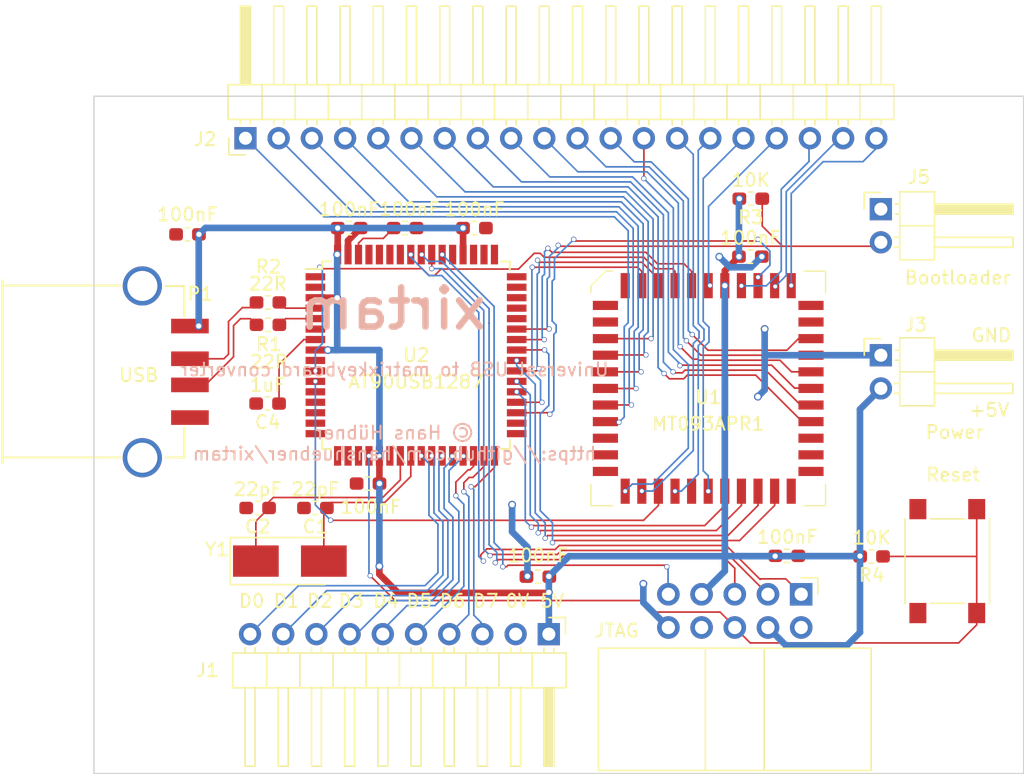
<source format=kicad_pcb>
(kicad_pcb (version 20171130) (host pcbnew "(5.1.9-0-10_14)")

  (general
    (thickness 1.6)
    (drawings 19)
    (tracks 675)
    (zones 0)
    (modules 29)
    (nets 81)
  )

  (page A4)
  (title_block
    (title SmallyMouse2)
    (date 2017-05-27)
    (rev 2.0)
    (company http://www.WaitingForFriday.com)
    (comment 1 "(c)2017 Simon Inns")
    (comment 2 "License: Attribution-ShareAlike 4.0 International (CC BY-SA 4.0)")
  )

  (layers
    (0 F.Cu signal)
    (31 B.Cu signal)
    (32 B.Adhes user)
    (33 F.Adhes user)
    (34 B.Paste user)
    (35 F.Paste user)
    (36 B.SilkS user)
    (37 F.SilkS user)
    (38 B.Mask user)
    (39 F.Mask user)
    (40 Dwgs.User user)
    (41 Cmts.User user)
    (42 Eco1.User user)
    (43 Eco2.User user)
    (44 Edge.Cuts user)
    (45 Margin user)
    (46 B.CrtYd user)
    (47 F.CrtYd user)
    (48 B.Fab user hide)
    (49 F.Fab user hide)
  )

  (setup
    (last_trace_width 0.127)
    (trace_clearance 0.254)
    (zone_clearance 0.4)
    (zone_45_only no)
    (trace_min 0.127)
    (via_size 0.4)
    (via_drill 0.3)
    (via_min_size 0.127)
    (via_min_drill 0.3)
    (uvia_size 0.3)
    (uvia_drill 0.1)
    (uvias_allowed no)
    (uvia_min_size 0.2)
    (uvia_min_drill 0.1)
    (edge_width 0.1)
    (segment_width 0.2)
    (pcb_text_width 0.3)
    (pcb_text_size 1.5 1.5)
    (mod_edge_width 0.15)
    (mod_text_size 1 1)
    (mod_text_width 0.15)
    (pad_size 1.5 1.5)
    (pad_drill 0.6)
    (pad_to_mask_clearance 0)
    (aux_axis_origin 0 0)
    (visible_elements 7FFEFFFF)
    (pcbplotparams
      (layerselection 0x010f0_80000001)
      (usegerberextensions false)
      (usegerberattributes false)
      (usegerberadvancedattributes false)
      (creategerberjobfile false)
      (excludeedgelayer true)
      (linewidth 0.100000)
      (plotframeref false)
      (viasonmask false)
      (mode 1)
      (useauxorigin false)
      (hpglpennumber 1)
      (hpglpenspeed 20)
      (hpglpendiameter 15.000000)
      (psnegative false)
      (psa4output false)
      (plotreference true)
      (plotvalue true)
      (plotinvisibletext false)
      (padsonsilk false)
      (subtractmaskfromsilk false)
      (outputformat 4)
      (mirror false)
      (drillshape 0)
      (scaleselection 1)
      (outputdirectory "PDF/"))
  )

  (net 0 "")
  (net 1 "Net-(C1-Pad1)")
  (net 2 GND)
  (net 3 "Net-(C2-Pad1)")
  (net 4 "Net-(C3-Pad1)")
  (net 5 "Net-(C4-Pad1)")
  (net 6 +5V)
  (net 7 "Net-(P1-Pad3)")
  (net 8 "Net-(P1-Pad2)")
  (net 9 "Net-(J2-Pad20)")
  (net 10 "Net-(J2-Pad19)")
  (net 11 "Net-(J2-Pad18)")
  (net 12 "Net-(J2-Pad17)")
  (net 13 "Net-(J2-Pad16)")
  (net 14 "Net-(J2-Pad15)")
  (net 15 "Net-(J2-Pad14)")
  (net 16 "Net-(J2-Pad13)")
  (net 17 "Net-(J2-Pad12)")
  (net 18 "Net-(J2-Pad11)")
  (net 19 "Net-(J2-Pad10)")
  (net 20 "Net-(J2-Pad9)")
  (net 21 "Net-(J2-Pad8)")
  (net 22 "Net-(J2-Pad7)")
  (net 23 "Net-(J2-Pad6)")
  (net 24 "Net-(J2-Pad5)")
  (net 25 "Net-(J2-Pad4)")
  (net 26 "Net-(J2-Pad3)")
  (net 27 "Net-(J2-Pad2)")
  (net 28 "Net-(J2-Pad1)")
  (net 29 "Net-(U1-Pad27)")
  (net 30 "Net-(U1-Pad26)")
  (net 31 "Net-(U1-Pad25)")
  (net 32 "Net-(U1-Pad24)")
  (net 33 "Net-(U1-Pad42)")
  (net 34 "Net-(U1-Pad5)")
  (net 35 "Net-(U1-Pad4)")
  (net 36 "Net-(U1-Pad2)")
  (net 37 "Net-(J1-Pad3)")
  (net 38 "Net-(J1-Pad4)")
  (net 39 "Net-(J1-Pad5)")
  (net 40 "Net-(J1-Pad6)")
  (net 41 "Net-(J1-Pad7)")
  (net 42 "Net-(J1-Pad8)")
  (net 43 "Net-(J5-Pad2)")
  (net 44 ~RESET)
  (net 45 "Net-(R1-Pad1)")
  (net 46 "Net-(R2-Pad1)")
  (net 47 "Net-(U1-Pad20)")
  (net 48 "Net-(U1-Pad3)")
  (net 49 "Net-(U2-Pad1)")
  (net 50 "Net-(U2-Pad2)")
  (net 51 "Net-(U2-Pad9)")
  (net 52 "Net-(U2-Pad12)")
  (net 53 "Net-(U2-Pad13)")
  (net 54 "Net-(U2-Pad14)")
  (net 55 "Net-(U2-Pad15)")
  (net 56 "Net-(U2-Pad16)")
  (net 57 "Net-(U2-Pad17)")
  (net 58 "Net-(U2-Pad18)")
  (net 59 "Net-(U2-Pad19)")
  (net 60 "Net-(U2-Pad33)")
  (net 61 "Net-(U2-Pad34)")
  (net 62 "Net-(U2-Pad44)")
  (net 63 "Net-(U2-Pad45)")
  (net 64 "Net-(U2-Pad46)")
  (net 65 "Net-(U2-Pad47)")
  (net 66 "Net-(U2-Pad48)")
  (net 67 "Net-(U2-Pad49)")
  (net 68 "Net-(U2-Pad50)")
  (net 69 "Net-(U2-Pad51)")
  (net 70 TDI)
  (net 71 TDO)
  (net 72 TMS)
  (net 73 TCK)
  (net 74 "Net-(U2-Pad58)")
  (net 75 "Net-(U2-Pad59)")
  (net 76 "Net-(U2-Pad60)")
  (net 77 "Net-(U2-Pad61)")
  (net 78 "Net-(J4-Pad8)")
  (net 79 "Net-(J1-Pad10)")
  (net 80 "Net-(J1-Pad9)")

  (net_class Default "This is the default net class."
    (clearance 0.254)
    (trace_width 0.127)
    (via_dia 0.4)
    (via_drill 0.3)
    (uvia_dia 0.3)
    (uvia_drill 0.1)
    (diff_pair_width 0.127)
    (diff_pair_gap 0.127)
    (add_net "Net-(C1-Pad1)")
    (add_net "Net-(C2-Pad1)")
    (add_net "Net-(C3-Pad1)")
    (add_net "Net-(C4-Pad1)")
    (add_net "Net-(J1-Pad10)")
    (add_net "Net-(J1-Pad3)")
    (add_net "Net-(J1-Pad4)")
    (add_net "Net-(J1-Pad5)")
    (add_net "Net-(J1-Pad6)")
    (add_net "Net-(J1-Pad7)")
    (add_net "Net-(J1-Pad8)")
    (add_net "Net-(J1-Pad9)")
    (add_net "Net-(J2-Pad1)")
    (add_net "Net-(J2-Pad10)")
    (add_net "Net-(J2-Pad11)")
    (add_net "Net-(J2-Pad12)")
    (add_net "Net-(J2-Pad13)")
    (add_net "Net-(J2-Pad14)")
    (add_net "Net-(J2-Pad15)")
    (add_net "Net-(J2-Pad16)")
    (add_net "Net-(J2-Pad17)")
    (add_net "Net-(J2-Pad18)")
    (add_net "Net-(J2-Pad19)")
    (add_net "Net-(J2-Pad2)")
    (add_net "Net-(J2-Pad20)")
    (add_net "Net-(J2-Pad3)")
    (add_net "Net-(J2-Pad4)")
    (add_net "Net-(J2-Pad5)")
    (add_net "Net-(J2-Pad6)")
    (add_net "Net-(J2-Pad7)")
    (add_net "Net-(J2-Pad8)")
    (add_net "Net-(J2-Pad9)")
    (add_net "Net-(J4-Pad8)")
    (add_net "Net-(J5-Pad2)")
    (add_net "Net-(P1-Pad2)")
    (add_net "Net-(P1-Pad3)")
    (add_net "Net-(R1-Pad1)")
    (add_net "Net-(R2-Pad1)")
    (add_net "Net-(U1-Pad2)")
    (add_net "Net-(U1-Pad20)")
    (add_net "Net-(U1-Pad24)")
    (add_net "Net-(U1-Pad25)")
    (add_net "Net-(U1-Pad26)")
    (add_net "Net-(U1-Pad27)")
    (add_net "Net-(U1-Pad3)")
    (add_net "Net-(U1-Pad4)")
    (add_net "Net-(U1-Pad42)")
    (add_net "Net-(U1-Pad5)")
    (add_net "Net-(U2-Pad1)")
    (add_net "Net-(U2-Pad12)")
    (add_net "Net-(U2-Pad13)")
    (add_net "Net-(U2-Pad14)")
    (add_net "Net-(U2-Pad15)")
    (add_net "Net-(U2-Pad16)")
    (add_net "Net-(U2-Pad17)")
    (add_net "Net-(U2-Pad18)")
    (add_net "Net-(U2-Pad19)")
    (add_net "Net-(U2-Pad2)")
    (add_net "Net-(U2-Pad33)")
    (add_net "Net-(U2-Pad34)")
    (add_net "Net-(U2-Pad44)")
    (add_net "Net-(U2-Pad45)")
    (add_net "Net-(U2-Pad46)")
    (add_net "Net-(U2-Pad47)")
    (add_net "Net-(U2-Pad48)")
    (add_net "Net-(U2-Pad49)")
    (add_net "Net-(U2-Pad50)")
    (add_net "Net-(U2-Pad51)")
    (add_net "Net-(U2-Pad58)")
    (add_net "Net-(U2-Pad59)")
    (add_net "Net-(U2-Pad60)")
    (add_net "Net-(U2-Pad61)")
    (add_net "Net-(U2-Pad9)")
    (add_net TCK)
    (add_net TDI)
    (add_net TDO)
    (add_net TMS)
    (add_net ~RESET)
  )

  (net_class Power ""
    (clearance 0.254)
    (trace_width 0.508)
    (via_dia 0.6)
    (via_drill 0.4)
    (uvia_dia 0.3)
    (uvia_drill 0.1)
    (diff_pair_width 0.127)
    (diff_pair_gap 0.127)
    (add_net +5V)
    (add_net GND)
  )

  (module Package_LCC:PLCC-44 (layer F.Cu) (tedit 5A02ECC8) (tstamp 608C012E)
    (at 167.64 102.616)
    (descr "PLCC, 44 pins, surface mount")
    (tags "plcc smt")
    (path /608FEEB5)
    (attr smd)
    (fp_text reference U1 (at 0 0.67818) (layer F.SilkS)
      (effects (font (size 1 1) (thickness 0.15)))
    )
    (fp_text value MT093APR1 (at 0 2.71018) (layer F.SilkS)
      (effects (font (size 1 1) (thickness 0.15)))
    )
    (fp_line (start -7.825 -8.825) (end -8.825 -7.825) (layer F.Fab) (width 0.1))
    (fp_line (start -8.825 -7.825) (end -8.825 8.825) (layer F.Fab) (width 0.1))
    (fp_line (start -8.825 8.825) (end 8.825 8.825) (layer F.Fab) (width 0.1))
    (fp_line (start 8.825 8.825) (end 8.825 -8.825) (layer F.Fab) (width 0.1))
    (fp_line (start 8.825 -8.825) (end -7.825 -8.825) (layer F.Fab) (width 0.1))
    (fp_line (start -9.3 -9.3) (end -9.3 9.3) (layer F.CrtYd) (width 0.05))
    (fp_line (start -9.3 9.3) (end 9.3 9.3) (layer F.CrtYd) (width 0.05))
    (fp_line (start 9.3 9.3) (end 9.3 -9.3) (layer F.CrtYd) (width 0.05))
    (fp_line (start 9.3 -9.3) (end -9.3 -9.3) (layer F.CrtYd) (width 0.05))
    (fp_line (start -0.5 -8.825) (end 0 -7.825) (layer F.Fab) (width 0.1))
    (fp_line (start 0 -7.825) (end 0.5 -8.825) (layer F.Fab) (width 0.1))
    (fp_line (start -7.325 -8.975) (end -7.825 -8.975) (layer F.SilkS) (width 0.1))
    (fp_line (start -7.825 -8.975) (end -8.975 -7.825) (layer F.SilkS) (width 0.1))
    (fp_line (start -8.975 -7.825) (end -8.975 -7.325) (layer F.SilkS) (width 0.1))
    (fp_line (start 7.325 -8.975) (end 8.975 -8.975) (layer F.SilkS) (width 0.1))
    (fp_line (start 8.975 -8.975) (end 8.975 -7.325) (layer F.SilkS) (width 0.1))
    (fp_line (start -7.325 8.975) (end -8.975 8.975) (layer F.SilkS) (width 0.1))
    (fp_line (start -8.975 8.975) (end -8.975 7.325) (layer F.SilkS) (width 0.1))
    (fp_line (start 7.325 8.975) (end 8.975 8.975) (layer F.SilkS) (width 0.1))
    (fp_line (start 8.975 8.975) (end 8.975 7.325) (layer F.SilkS) (width 0.1))
    (fp_text user %R (at 0 0) (layer F.Fab)
      (effects (font (size 1 1) (thickness 0.15)))
    )
    (pad 39 smd rect (at 7.8625 -6.35) (size 1.925 0.7) (layers F.Cu F.Paste F.Mask))
    (pad 38 smd rect (at 7.8625 -5.08) (size 1.925 0.7) (layers F.Cu F.Paste F.Mask))
    (pad 37 smd rect (at 7.8625 -3.81) (size 1.925 0.7) (layers F.Cu F.Paste F.Mask)
      (net 17 "Net-(J2-Pad12)"))
    (pad 36 smd rect (at 7.8625 -2.54) (size 1.925 0.7) (layers F.Cu F.Paste F.Mask)
      (net 18 "Net-(J2-Pad11)"))
    (pad 35 smd rect (at 7.8625 -1.27) (size 1.925 0.7) (layers F.Cu F.Paste F.Mask)
      (net 19 "Net-(J2-Pad10)"))
    (pad 34 smd rect (at 7.8625 0) (size 1.925 0.7) (layers F.Cu F.Paste F.Mask)
      (net 20 "Net-(J2-Pad9)"))
    (pad 33 smd rect (at 7.8625 1.27) (size 1.925 0.7) (layers F.Cu F.Paste F.Mask)
      (net 21 "Net-(J2-Pad8)"))
    (pad 32 smd rect (at 7.8625 2.54) (size 1.925 0.7) (layers F.Cu F.Paste F.Mask)
      (net 22 "Net-(J2-Pad7)"))
    (pad 31 smd rect (at 7.8625 3.81) (size 1.925 0.7) (layers F.Cu F.Paste F.Mask))
    (pad 30 smd rect (at 7.8625 5.08) (size 1.925 0.7) (layers F.Cu F.Paste F.Mask))
    (pad 29 smd rect (at 7.8625 6.35) (size 1.925 0.7) (layers F.Cu F.Paste F.Mask))
    (pad 28 smd rect (at 6.35 7.8625) (size 0.7 1.925) (layers F.Cu F.Paste F.Mask))
    (pad 27 smd rect (at 5.08 7.8625) (size 0.7 1.925) (layers F.Cu F.Paste F.Mask)
      (net 29 "Net-(U1-Pad27)"))
    (pad 26 smd rect (at 3.81 7.8625) (size 0.7 1.925) (layers F.Cu F.Paste F.Mask)
      (net 30 "Net-(U1-Pad26)"))
    (pad 25 smd rect (at 2.54 7.8625) (size 0.7 1.925) (layers F.Cu F.Paste F.Mask)
      (net 31 "Net-(U1-Pad25)"))
    (pad 24 smd rect (at 1.27 7.8625) (size 0.7 1.925) (layers F.Cu F.Paste F.Mask)
      (net 32 "Net-(U1-Pad24)"))
    (pad 23 smd rect (at 0 7.8625) (size 0.7 1.925) (layers F.Cu F.Paste F.Mask)
      (net 13 "Net-(J2-Pad16)"))
    (pad 22 smd rect (at -1.27 7.8625) (size 0.7 1.925) (layers F.Cu F.Paste F.Mask)
      (net 2 GND))
    (pad 21 smd rect (at -2.54 7.8625) (size 0.7 1.925) (layers F.Cu F.Paste F.Mask)
      (net 14 "Net-(J2-Pad15)"))
    (pad 20 smd rect (at -3.81 7.8625) (size 0.7 1.925) (layers F.Cu F.Paste F.Mask)
      (net 47 "Net-(U1-Pad20)"))
    (pad 19 smd rect (at -5.08 7.8625) (size 0.7 1.925) (layers F.Cu F.Paste F.Mask)
      (net 15 "Net-(J2-Pad14)"))
    (pad 18 smd rect (at -6.35 7.8625) (size 0.7 1.925) (layers F.Cu F.Paste F.Mask)
      (net 16 "Net-(J2-Pad13)"))
    (pad 17 smd rect (at -7.8625 6.35) (size 1.925 0.7) (layers F.Cu F.Paste F.Mask))
    (pad 16 smd rect (at -7.8625 5.08) (size 1.925 0.7) (layers F.Cu F.Paste F.Mask))
    (pad 15 smd rect (at -7.8625 3.81) (size 1.925 0.7) (layers F.Cu F.Paste F.Mask))
    (pad 14 smd rect (at -7.8625 2.54) (size 1.925 0.7) (layers F.Cu F.Paste F.Mask)
      (net 28 "Net-(J2-Pad1)"))
    (pad 13 smd rect (at -7.8625 1.27) (size 1.925 0.7) (layers F.Cu F.Paste F.Mask)
      (net 27 "Net-(J2-Pad2)"))
    (pad 12 smd rect (at -7.8625 0) (size 1.925 0.7) (layers F.Cu F.Paste F.Mask)
      (net 26 "Net-(J2-Pad3)"))
    (pad 11 smd rect (at -7.8625 -1.27) (size 1.925 0.7) (layers F.Cu F.Paste F.Mask)
      (net 25 "Net-(J2-Pad4)"))
    (pad 10 smd rect (at -7.8625 -2.54) (size 1.925 0.7) (layers F.Cu F.Paste F.Mask)
      (net 24 "Net-(J2-Pad5)"))
    (pad 9 smd rect (at -7.8625 -3.81) (size 1.925 0.7) (layers F.Cu F.Paste F.Mask)
      (net 23 "Net-(J2-Pad6)"))
    (pad 8 smd rect (at -7.8625 -5.08) (size 1.925 0.7) (layers F.Cu F.Paste F.Mask))
    (pad 7 smd rect (at -7.8625 -6.35) (size 1.925 0.7) (layers F.Cu F.Paste F.Mask))
    (pad 40 smd rect (at 6.35 -7.8625) (size 0.7 1.925) (layers F.Cu F.Paste F.Mask)
      (net 9 "Net-(J2-Pad20)"))
    (pad 41 smd rect (at 5.08 -7.8625) (size 0.7 1.925) (layers F.Cu F.Paste F.Mask)
      (net 10 "Net-(J2-Pad19)"))
    (pad 42 smd rect (at 3.81 -7.8625) (size 0.7 1.925) (layers F.Cu F.Paste F.Mask)
      (net 33 "Net-(U1-Pad42)"))
    (pad 43 smd rect (at 2.54 -7.8625) (size 0.7 1.925) (layers F.Cu F.Paste F.Mask)
      (net 11 "Net-(J2-Pad18)"))
    (pad 44 smd rect (at 1.27 -7.8625) (size 0.7 1.925) (layers F.Cu F.Paste F.Mask)
      (net 6 +5V))
    (pad 6 smd rect (at -6.35 -7.8625) (size 0.7 1.925) (layers F.Cu F.Paste F.Mask))
    (pad 5 smd rect (at -5.08 -7.8625) (size 0.7 1.925) (layers F.Cu F.Paste F.Mask)
      (net 34 "Net-(U1-Pad5)"))
    (pad 4 smd rect (at -3.81 -7.8625) (size 0.7 1.925) (layers F.Cu F.Paste F.Mask)
      (net 35 "Net-(U1-Pad4)"))
    (pad 3 smd rect (at -2.54 -7.8625) (size 0.7 1.925) (layers F.Cu F.Paste F.Mask)
      (net 48 "Net-(U1-Pad3)"))
    (pad 2 smd rect (at -1.27 -7.8625) (size 0.7 1.925) (layers F.Cu F.Paste F.Mask)
      (net 36 "Net-(U1-Pad2)"))
    (pad 1 smd rect (at 0 -7.8625) (size 0.7 1.925) (layers F.Cu F.Paste F.Mask)
      (net 12 "Net-(J2-Pad17)"))
    (model ${KISYS3DMOD}/Package_LCC.3dshapes/PLCC-44.wrl
      (at (xyz 0 0 0))
      (scale (xyz 1 1 1))
      (rotate (xyz 0 0 0))
    )
  )

  (module Connector_IDC:IDC-Header_2x05_P2.54mm_Horizontal (layer F.Cu) (tedit 59DE1F47) (tstamp 608C768E)
    (at 174.752 118.364 270)
    (descr "Through hole angled IDC box header, 2x05, 2.54mm pitch, double rows")
    (tags "Through hole IDC box header THT 2x05 2.54mm double row")
    (path /60A4C514)
    (fp_text reference J4 (at 6.105 -6.35 180) (layer F.Fab)
      (effects (font (size 1 1) (thickness 0.15)))
    )
    (fp_text value JTAG (at 2.78384 14.10716 180) (layer F.SilkS)
      (effects (font (size 1 1) (thickness 0.15)))
    )
    (fp_line (start -0.32 -0.32) (end -0.32 0.32) (layer F.Fab) (width 0.1))
    (fp_line (start -0.32 0.32) (end 4.38 0.32) (layer F.Fab) (width 0.1))
    (fp_line (start -0.32 10.48) (end 4.38 10.48) (layer F.Fab) (width 0.1))
    (fp_line (start -0.32 2.22) (end -0.32 2.86) (layer F.Fab) (width 0.1))
    (fp_line (start -0.32 2.86) (end 4.38 2.86) (layer F.Fab) (width 0.1))
    (fp_line (start -0.32 4.76) (end -0.32 5.4) (layer F.Fab) (width 0.1))
    (fp_line (start -0.32 5.4) (end 4.38 5.4) (layer F.Fab) (width 0.1))
    (fp_line (start -0.32 7.3) (end -0.32 7.94) (layer F.Fab) (width 0.1))
    (fp_line (start -0.32 7.94) (end 4.38 7.94) (layer F.Fab) (width 0.1))
    (fp_line (start -0.32 9.84) (end -0.32 10.48) (layer F.Fab) (width 0.1))
    (fp_line (start 13.23 15.26) (end 13.23 -5.1) (layer F.Fab) (width 0.1))
    (fp_line (start 4.38 -0.32) (end -0.32 -0.32) (layer F.Fab) (width 0.1))
    (fp_line (start 4.38 -4.1) (end 5.38 -5.1) (layer F.Fab) (width 0.1))
    (fp_line (start 4.38 15.26) (end 13.23 15.26) (layer F.Fab) (width 0.1))
    (fp_line (start 4.38 15.26) (end 4.38 -4.1) (layer F.Fab) (width 0.1))
    (fp_line (start 4.38 2.22) (end -0.32 2.22) (layer F.Fab) (width 0.1))
    (fp_line (start 4.38 2.83) (end 13.23 2.83) (layer F.Fab) (width 0.1))
    (fp_line (start 4.38 4.76) (end -0.32 4.76) (layer F.Fab) (width 0.1))
    (fp_line (start 4.38 7.3) (end -0.32 7.3) (layer F.Fab) (width 0.1))
    (fp_line (start 4.38 7.33) (end 13.23 7.33) (layer F.Fab) (width 0.1))
    (fp_line (start 4.38 9.84) (end -0.32 9.84) (layer F.Fab) (width 0.1))
    (fp_line (start 5.38 -5.1) (end 13.23 -5.1) (layer F.Fab) (width 0.1))
    (fp_line (start -1.27 -1.27) (end -1.27 0) (layer F.SilkS) (width 0.12))
    (fp_line (start 0 -1.27) (end -1.27 -1.27) (layer F.SilkS) (width 0.12))
    (fp_line (start 13.48 -5.35) (end 13.48 15.51) (layer F.SilkS) (width 0.12))
    (fp_line (start 4.13 -5.35) (end 13.48 -5.35) (layer F.SilkS) (width 0.12))
    (fp_line (start 4.13 15.51) (end 13.48 15.51) (layer F.SilkS) (width 0.12))
    (fp_line (start 4.13 15.51) (end 4.13 -5.35) (layer F.SilkS) (width 0.12))
    (fp_line (start 4.13 2.83) (end 13.48 2.83) (layer F.SilkS) (width 0.12))
    (fp_line (start 4.13 7.33) (end 13.48 7.33) (layer F.SilkS) (width 0.12))
    (fp_line (start -1.12 -5.35) (end 13.48 -5.35) (layer F.CrtYd) (width 0.05))
    (fp_line (start -1.12 15.51) (end -1.12 -5.35) (layer F.CrtYd) (width 0.05))
    (fp_line (start 13.48 -5.35) (end 13.48 15.51) (layer F.CrtYd) (width 0.05))
    (fp_line (start 13.48 15.51) (end -1.12 15.51) (layer F.CrtYd) (width 0.05))
    (fp_text user %R (at 8.805 5.08) (layer F.Fab)
      (effects (font (size 1 1) (thickness 0.15)))
    )
    (pad 10 thru_hole oval (at 2.54 10.16 270) (size 1.7272 1.7272) (drill 1.016) (layers *.Cu *.Mask)
      (net 2 GND))
    (pad 9 thru_hole oval (at 0 10.16 270) (size 1.7272 1.7272) (drill 1.016) (layers *.Cu *.Mask)
      (net 70 TDI))
    (pad 8 thru_hole oval (at 2.54 7.62 270) (size 1.7272 1.7272) (drill 1.016) (layers *.Cu *.Mask)
      (net 78 "Net-(J4-Pad8)"))
    (pad 7 thru_hole oval (at 0 7.62 270) (size 1.7272 1.7272) (drill 1.016) (layers *.Cu *.Mask)
      (net 6 +5V))
    (pad 6 thru_hole oval (at 2.54 5.08 270) (size 1.7272 1.7272) (drill 1.016) (layers *.Cu *.Mask)
      (net 44 ~RESET))
    (pad 5 thru_hole oval (at 0 5.08 270) (size 1.7272 1.7272) (drill 1.016) (layers *.Cu *.Mask)
      (net 72 TMS))
    (pad 4 thru_hole oval (at 2.54 2.54 270) (size 1.7272 1.7272) (drill 1.016) (layers *.Cu *.Mask)
      (net 6 +5V))
    (pad 3 thru_hole oval (at 0 2.54 270) (size 1.7272 1.7272) (drill 1.016) (layers *.Cu *.Mask)
      (net 71 TDO))
    (pad 2 thru_hole oval (at 2.54 0 270) (size 1.7272 1.7272) (drill 1.016) (layers *.Cu *.Mask)
      (net 2 GND))
    (pad 1 thru_hole rect (at 0 0 270) (size 1.7272 1.7272) (drill 1.016) (layers *.Cu *.Mask)
      (net 73 TCK))
    (model ${KISYS3DMOD}/Connector_IDC.3dshapes/IDC-Header_2x05_P2.54mm_Horizontal.wrl
      (at (xyz 0 0 0))
      (scale (xyz 1 1 1))
      (rotate (xyz 0 0 0))
    )
  )

  (module MountingHole:MountingHole_3.2mm_M3 (layer F.Cu) (tedit 56D1B4CB) (tstamp 608E2C00)
    (at 187.96 83.82)
    (descr "Mounting Hole 3.2mm, no annular, M3")
    (tags "mounting hole 3.2mm no annular m3")
    (attr virtual)
    (fp_text reference REF** (at 0 -4.2) (layer F.Fab)
      (effects (font (size 1 1) (thickness 0.15)))
    )
    (fp_text value MountingHole_3.2mm_M3 (at 0 4.2) (layer F.Fab)
      (effects (font (size 1 1) (thickness 0.15)))
    )
    (fp_circle (center 0 0) (end 3.2 0) (layer Cmts.User) (width 0.15))
    (fp_circle (center 0 0) (end 3.45 0) (layer F.CrtYd) (width 0.05))
    (fp_text user %R (at 0.3 0) (layer F.Fab)
      (effects (font (size 1 1) (thickness 0.15)))
    )
    (pad 1 np_thru_hole circle (at 0 0) (size 3.2 3.2) (drill 3.2) (layers *.Cu *.Mask))
  )

  (module MountingHole:MountingHole_3.2mm_M3 (layer F.Cu) (tedit 56D1B4CB) (tstamp 608E2BC7)
    (at 187.96 128.27)
    (descr "Mounting Hole 3.2mm, no annular, M3")
    (tags "mounting hole 3.2mm no annular m3")
    (attr virtual)
    (fp_text reference REF** (at 0 -4.2) (layer F.Fab)
      (effects (font (size 1 1) (thickness 0.15)))
    )
    (fp_text value MountingHole_3.2mm_M3 (at 0 4.2) (layer F.Fab)
      (effects (font (size 1 1) (thickness 0.15)))
    )
    (fp_circle (center 0 0) (end 3.2 0) (layer Cmts.User) (width 0.15))
    (fp_circle (center 0 0) (end 3.45 0) (layer F.CrtYd) (width 0.05))
    (fp_text user %R (at 0.3 0) (layer F.Fab)
      (effects (font (size 1 1) (thickness 0.15)))
    )
    (pad 1 np_thru_hole circle (at 0 0) (size 3.2 3.2) (drill 3.2) (layers *.Cu *.Mask))
  )

  (module MountingHole:MountingHole_3.2mm_M3 (layer F.Cu) (tedit 56D1B4CB) (tstamp 608E2B8E)
    (at 124.46 83.82)
    (descr "Mounting Hole 3.2mm, no annular, M3")
    (tags "mounting hole 3.2mm no annular m3")
    (attr virtual)
    (fp_text reference REF** (at 0 -4.2) (layer F.Fab)
      (effects (font (size 1 1) (thickness 0.15)))
    )
    (fp_text value MountingHole_3.2mm_M3 (at 0 4.2) (layer F.Fab)
      (effects (font (size 1 1) (thickness 0.15)))
    )
    (fp_circle (center 0 0) (end 3.2 0) (layer Cmts.User) (width 0.15))
    (fp_circle (center 0 0) (end 3.45 0) (layer F.CrtYd) (width 0.05))
    (fp_text user %R (at 0.3 0) (layer F.Fab)
      (effects (font (size 1 1) (thickness 0.15)))
    )
    (pad 1 np_thru_hole circle (at 0 0) (size 3.2 3.2) (drill 3.2) (layers *.Cu *.Mask))
  )

  (module MountingHole:MountingHole_3.2mm_M3 (layer F.Cu) (tedit 56D1B4CB) (tstamp 608E2B55)
    (at 124.46 128.27)
    (descr "Mounting Hole 3.2mm, no annular, M3")
    (tags "mounting hole 3.2mm no annular m3")
    (attr virtual)
    (fp_text reference REF** (at 0 -4.2) (layer F.Fab)
      (effects (font (size 1 1) (thickness 0.15)))
    )
    (fp_text value MountingHole_3.2mm_M3 (at 0 4.2) (layer F.Fab)
      (effects (font (size 1 1) (thickness 0.15)))
    )
    (fp_circle (center 0 0) (end 3.2 0) (layer Cmts.User) (width 0.15))
    (fp_circle (center 0 0) (end 3.45 0) (layer F.CrtYd) (width 0.05))
    (fp_text user %R (at 0.3 0) (layer F.Fab)
      (effects (font (size 1 1) (thickness 0.15)))
    )
    (pad 1 np_thru_hole circle (at 0 0) (size 3.2 3.2) (drill 3.2) (layers *.Cu *.Mask))
  )

  (module Connector_PinHeader_2.54mm:PinHeader_1x10_P2.54mm_Horizontal (layer F.Cu) (tedit 59FED5CB) (tstamp 590EBBBD)
    (at 155.448 121.412 270)
    (descr "Through hole angled pin header, 1x10, 2.54mm pitch, 6mm pin length, single row")
    (tags "Through hole angled pin header THT 1x10 2.54mm single row")
    (path /590F0D71)
    (fp_text reference J1 (at 2.76352 26.11628 180) (layer F.SilkS)
      (effects (font (size 1 1) (thickness 0.15)))
    )
    (fp_text value "Exp Header" (at 0 25.19 90) (layer F.Fab)
      (effects (font (size 1 1) (thickness 0.15)))
    )
    (fp_line (start 2.135 -1.27) (end 4.04 -1.27) (layer F.Fab) (width 0.1))
    (fp_line (start 4.04 -1.27) (end 4.04 24.13) (layer F.Fab) (width 0.1))
    (fp_line (start 4.04 24.13) (end 1.5 24.13) (layer F.Fab) (width 0.1))
    (fp_line (start 1.5 24.13) (end 1.5 -0.635) (layer F.Fab) (width 0.1))
    (fp_line (start 1.5 -0.635) (end 2.135 -1.27) (layer F.Fab) (width 0.1))
    (fp_line (start -0.32 -0.32) (end 1.5 -0.32) (layer F.Fab) (width 0.1))
    (fp_line (start -0.32 -0.32) (end -0.32 0.32) (layer F.Fab) (width 0.1))
    (fp_line (start -0.32 0.32) (end 1.5 0.32) (layer F.Fab) (width 0.1))
    (fp_line (start 4.04 -0.32) (end 10.04 -0.32) (layer F.Fab) (width 0.1))
    (fp_line (start 10.04 -0.32) (end 10.04 0.32) (layer F.Fab) (width 0.1))
    (fp_line (start 4.04 0.32) (end 10.04 0.32) (layer F.Fab) (width 0.1))
    (fp_line (start -0.32 2.22) (end 1.5 2.22) (layer F.Fab) (width 0.1))
    (fp_line (start -0.32 2.22) (end -0.32 2.86) (layer F.Fab) (width 0.1))
    (fp_line (start -0.32 2.86) (end 1.5 2.86) (layer F.Fab) (width 0.1))
    (fp_line (start 4.04 2.22) (end 10.04 2.22) (layer F.Fab) (width 0.1))
    (fp_line (start 10.04 2.22) (end 10.04 2.86) (layer F.Fab) (width 0.1))
    (fp_line (start 4.04 2.86) (end 10.04 2.86) (layer F.Fab) (width 0.1))
    (fp_line (start -0.32 4.76) (end 1.5 4.76) (layer F.Fab) (width 0.1))
    (fp_line (start -0.32 4.76) (end -0.32 5.4) (layer F.Fab) (width 0.1))
    (fp_line (start -0.32 5.4) (end 1.5 5.4) (layer F.Fab) (width 0.1))
    (fp_line (start 4.04 4.76) (end 10.04 4.76) (layer F.Fab) (width 0.1))
    (fp_line (start 10.04 4.76) (end 10.04 5.4) (layer F.Fab) (width 0.1))
    (fp_line (start 4.04 5.4) (end 10.04 5.4) (layer F.Fab) (width 0.1))
    (fp_line (start -0.32 7.3) (end 1.5 7.3) (layer F.Fab) (width 0.1))
    (fp_line (start -0.32 7.3) (end -0.32 7.94) (layer F.Fab) (width 0.1))
    (fp_line (start -0.32 7.94) (end 1.5 7.94) (layer F.Fab) (width 0.1))
    (fp_line (start 4.04 7.3) (end 10.04 7.3) (layer F.Fab) (width 0.1))
    (fp_line (start 10.04 7.3) (end 10.04 7.94) (layer F.Fab) (width 0.1))
    (fp_line (start 4.04 7.94) (end 10.04 7.94) (layer F.Fab) (width 0.1))
    (fp_line (start -0.32 9.84) (end 1.5 9.84) (layer F.Fab) (width 0.1))
    (fp_line (start -0.32 9.84) (end -0.32 10.48) (layer F.Fab) (width 0.1))
    (fp_line (start -0.32 10.48) (end 1.5 10.48) (layer F.Fab) (width 0.1))
    (fp_line (start 4.04 9.84) (end 10.04 9.84) (layer F.Fab) (width 0.1))
    (fp_line (start 10.04 9.84) (end 10.04 10.48) (layer F.Fab) (width 0.1))
    (fp_line (start 4.04 10.48) (end 10.04 10.48) (layer F.Fab) (width 0.1))
    (fp_line (start -0.32 12.38) (end 1.5 12.38) (layer F.Fab) (width 0.1))
    (fp_line (start -0.32 12.38) (end -0.32 13.02) (layer F.Fab) (width 0.1))
    (fp_line (start -0.32 13.02) (end 1.5 13.02) (layer F.Fab) (width 0.1))
    (fp_line (start 4.04 12.38) (end 10.04 12.38) (layer F.Fab) (width 0.1))
    (fp_line (start 10.04 12.38) (end 10.04 13.02) (layer F.Fab) (width 0.1))
    (fp_line (start 4.04 13.02) (end 10.04 13.02) (layer F.Fab) (width 0.1))
    (fp_line (start -0.32 14.92) (end 1.5 14.92) (layer F.Fab) (width 0.1))
    (fp_line (start -0.32 14.92) (end -0.32 15.56) (layer F.Fab) (width 0.1))
    (fp_line (start -0.32 15.56) (end 1.5 15.56) (layer F.Fab) (width 0.1))
    (fp_line (start 4.04 14.92) (end 10.04 14.92) (layer F.Fab) (width 0.1))
    (fp_line (start 10.04 14.92) (end 10.04 15.56) (layer F.Fab) (width 0.1))
    (fp_line (start 4.04 15.56) (end 10.04 15.56) (layer F.Fab) (width 0.1))
    (fp_line (start -0.32 17.46) (end 1.5 17.46) (layer F.Fab) (width 0.1))
    (fp_line (start -0.32 17.46) (end -0.32 18.1) (layer F.Fab) (width 0.1))
    (fp_line (start -0.32 18.1) (end 1.5 18.1) (layer F.Fab) (width 0.1))
    (fp_line (start 4.04 17.46) (end 10.04 17.46) (layer F.Fab) (width 0.1))
    (fp_line (start 10.04 17.46) (end 10.04 18.1) (layer F.Fab) (width 0.1))
    (fp_line (start 4.04 18.1) (end 10.04 18.1) (layer F.Fab) (width 0.1))
    (fp_line (start -0.32 20) (end 1.5 20) (layer F.Fab) (width 0.1))
    (fp_line (start -0.32 20) (end -0.32 20.64) (layer F.Fab) (width 0.1))
    (fp_line (start -0.32 20.64) (end 1.5 20.64) (layer F.Fab) (width 0.1))
    (fp_line (start 4.04 20) (end 10.04 20) (layer F.Fab) (width 0.1))
    (fp_line (start 10.04 20) (end 10.04 20.64) (layer F.Fab) (width 0.1))
    (fp_line (start 4.04 20.64) (end 10.04 20.64) (layer F.Fab) (width 0.1))
    (fp_line (start -0.32 22.54) (end 1.5 22.54) (layer F.Fab) (width 0.1))
    (fp_line (start -0.32 22.54) (end -0.32 23.18) (layer F.Fab) (width 0.1))
    (fp_line (start -0.32 23.18) (end 1.5 23.18) (layer F.Fab) (width 0.1))
    (fp_line (start 4.04 22.54) (end 10.04 22.54) (layer F.Fab) (width 0.1))
    (fp_line (start 10.04 22.54) (end 10.04 23.18) (layer F.Fab) (width 0.1))
    (fp_line (start 4.04 23.18) (end 10.04 23.18) (layer F.Fab) (width 0.1))
    (fp_line (start 1.44 -1.33) (end 1.44 24.19) (layer F.SilkS) (width 0.12))
    (fp_line (start 1.44 24.19) (end 4.1 24.19) (layer F.SilkS) (width 0.12))
    (fp_line (start 4.1 24.19) (end 4.1 -1.33) (layer F.SilkS) (width 0.12))
    (fp_line (start 4.1 -1.33) (end 1.44 -1.33) (layer F.SilkS) (width 0.12))
    (fp_line (start 4.1 -0.38) (end 10.1 -0.38) (layer F.SilkS) (width 0.12))
    (fp_line (start 10.1 -0.38) (end 10.1 0.38) (layer F.SilkS) (width 0.12))
    (fp_line (start 10.1 0.38) (end 4.1 0.38) (layer F.SilkS) (width 0.12))
    (fp_line (start 4.1 -0.32) (end 10.1 -0.32) (layer F.SilkS) (width 0.12))
    (fp_line (start 4.1 -0.2) (end 10.1 -0.2) (layer F.SilkS) (width 0.12))
    (fp_line (start 4.1 -0.08) (end 10.1 -0.08) (layer F.SilkS) (width 0.12))
    (fp_line (start 4.1 0.04) (end 10.1 0.04) (layer F.SilkS) (width 0.12))
    (fp_line (start 4.1 0.16) (end 10.1 0.16) (layer F.SilkS) (width 0.12))
    (fp_line (start 4.1 0.28) (end 10.1 0.28) (layer F.SilkS) (width 0.12))
    (fp_line (start 1.11 -0.38) (end 1.44 -0.38) (layer F.SilkS) (width 0.12))
    (fp_line (start 1.11 0.38) (end 1.44 0.38) (layer F.SilkS) (width 0.12))
    (fp_line (start 1.44 1.27) (end 4.1 1.27) (layer F.SilkS) (width 0.12))
    (fp_line (start 4.1 2.16) (end 10.1 2.16) (layer F.SilkS) (width 0.12))
    (fp_line (start 10.1 2.16) (end 10.1 2.92) (layer F.SilkS) (width 0.12))
    (fp_line (start 10.1 2.92) (end 4.1 2.92) (layer F.SilkS) (width 0.12))
    (fp_line (start 1.042929 2.16) (end 1.44 2.16) (layer F.SilkS) (width 0.12))
    (fp_line (start 1.042929 2.92) (end 1.44 2.92) (layer F.SilkS) (width 0.12))
    (fp_line (start 1.44 3.81) (end 4.1 3.81) (layer F.SilkS) (width 0.12))
    (fp_line (start 4.1 4.7) (end 10.1 4.7) (layer F.SilkS) (width 0.12))
    (fp_line (start 10.1 4.7) (end 10.1 5.46) (layer F.SilkS) (width 0.12))
    (fp_line (start 10.1 5.46) (end 4.1 5.46) (layer F.SilkS) (width 0.12))
    (fp_line (start 1.042929 4.7) (end 1.44 4.7) (layer F.SilkS) (width 0.12))
    (fp_line (start 1.042929 5.46) (end 1.44 5.46) (layer F.SilkS) (width 0.12))
    (fp_line (start 1.44 6.35) (end 4.1 6.35) (layer F.SilkS) (width 0.12))
    (fp_line (start 4.1 7.24) (end 10.1 7.24) (layer F.SilkS) (width 0.12))
    (fp_line (start 10.1 7.24) (end 10.1 8) (layer F.SilkS) (width 0.12))
    (fp_line (start 10.1 8) (end 4.1 8) (layer F.SilkS) (width 0.12))
    (fp_line (start 1.042929 7.24) (end 1.44 7.24) (layer F.SilkS) (width 0.12))
    (fp_line (start 1.042929 8) (end 1.44 8) (layer F.SilkS) (width 0.12))
    (fp_line (start 1.44 8.89) (end 4.1 8.89) (layer F.SilkS) (width 0.12))
    (fp_line (start 4.1 9.78) (end 10.1 9.78) (layer F.SilkS) (width 0.12))
    (fp_line (start 10.1 9.78) (end 10.1 10.54) (layer F.SilkS) (width 0.12))
    (fp_line (start 10.1 10.54) (end 4.1 10.54) (layer F.SilkS) (width 0.12))
    (fp_line (start 1.042929 9.78) (end 1.44 9.78) (layer F.SilkS) (width 0.12))
    (fp_line (start 1.042929 10.54) (end 1.44 10.54) (layer F.SilkS) (width 0.12))
    (fp_line (start 1.44 11.43) (end 4.1 11.43) (layer F.SilkS) (width 0.12))
    (fp_line (start 4.1 12.32) (end 10.1 12.32) (layer F.SilkS) (width 0.12))
    (fp_line (start 10.1 12.32) (end 10.1 13.08) (layer F.SilkS) (width 0.12))
    (fp_line (start 10.1 13.08) (end 4.1 13.08) (layer F.SilkS) (width 0.12))
    (fp_line (start 1.042929 12.32) (end 1.44 12.32) (layer F.SilkS) (width 0.12))
    (fp_line (start 1.042929 13.08) (end 1.44 13.08) (layer F.SilkS) (width 0.12))
    (fp_line (start 1.44 13.97) (end 4.1 13.97) (layer F.SilkS) (width 0.12))
    (fp_line (start 4.1 14.86) (end 10.1 14.86) (layer F.SilkS) (width 0.12))
    (fp_line (start 10.1 14.86) (end 10.1 15.62) (layer F.SilkS) (width 0.12))
    (fp_line (start 10.1 15.62) (end 4.1 15.62) (layer F.SilkS) (width 0.12))
    (fp_line (start 1.042929 14.86) (end 1.44 14.86) (layer F.SilkS) (width 0.12))
    (fp_line (start 1.042929 15.62) (end 1.44 15.62) (layer F.SilkS) (width 0.12))
    (fp_line (start 1.44 16.51) (end 4.1 16.51) (layer F.SilkS) (width 0.12))
    (fp_line (start 4.1 17.4) (end 10.1 17.4) (layer F.SilkS) (width 0.12))
    (fp_line (start 10.1 17.4) (end 10.1 18.16) (layer F.SilkS) (width 0.12))
    (fp_line (start 10.1 18.16) (end 4.1 18.16) (layer F.SilkS) (width 0.12))
    (fp_line (start 1.042929 17.4) (end 1.44 17.4) (layer F.SilkS) (width 0.12))
    (fp_line (start 1.042929 18.16) (end 1.44 18.16) (layer F.SilkS) (width 0.12))
    (fp_line (start 1.44 19.05) (end 4.1 19.05) (layer F.SilkS) (width 0.12))
    (fp_line (start 4.1 19.94) (end 10.1 19.94) (layer F.SilkS) (width 0.12))
    (fp_line (start 10.1 19.94) (end 10.1 20.7) (layer F.SilkS) (width 0.12))
    (fp_line (start 10.1 20.7) (end 4.1 20.7) (layer F.SilkS) (width 0.12))
    (fp_line (start 1.042929 19.94) (end 1.44 19.94) (layer F.SilkS) (width 0.12))
    (fp_line (start 1.042929 20.7) (end 1.44 20.7) (layer F.SilkS) (width 0.12))
    (fp_line (start 1.44 21.59) (end 4.1 21.59) (layer F.SilkS) (width 0.12))
    (fp_line (start 4.1 22.48) (end 10.1 22.48) (layer F.SilkS) (width 0.12))
    (fp_line (start 10.1 22.48) (end 10.1 23.24) (layer F.SilkS) (width 0.12))
    (fp_line (start 10.1 23.24) (end 4.1 23.24) (layer F.SilkS) (width 0.12))
    (fp_line (start 1.042929 22.48) (end 1.44 22.48) (layer F.SilkS) (width 0.12))
    (fp_line (start 1.042929 23.24) (end 1.44 23.24) (layer F.SilkS) (width 0.12))
    (fp_line (start -1.27 0) (end -1.27 -1.27) (layer F.SilkS) (width 0.12))
    (fp_line (start -1.27 -1.27) (end 0 -1.27) (layer F.SilkS) (width 0.12))
    (fp_line (start -1.8 -1.8) (end -1.8 24.65) (layer F.CrtYd) (width 0.05))
    (fp_line (start -1.8 24.65) (end 10.55 24.65) (layer F.CrtYd) (width 0.05))
    (fp_line (start 10.55 24.65) (end 10.55 -1.8) (layer F.CrtYd) (width 0.05))
    (fp_line (start 10.55 -1.8) (end -1.8 -1.8) (layer F.CrtYd) (width 0.05))
    (fp_text user %R (at 0 -2.33 90) (layer F.Fab)
      (effects (font (size 1 1) (thickness 0.15)))
    )
    (pad 10 thru_hole oval (at 0 22.86 270) (size 1.7 1.7) (drill 1) (layers *.Cu *.Mask)
      (net 79 "Net-(J1-Pad10)"))
    (pad 9 thru_hole oval (at 0 20.32 270) (size 1.7 1.7) (drill 1) (layers *.Cu *.Mask)
      (net 80 "Net-(J1-Pad9)"))
    (pad 8 thru_hole oval (at 0 17.78 270) (size 1.7 1.7) (drill 1) (layers *.Cu *.Mask)
      (net 42 "Net-(J1-Pad8)"))
    (pad 7 thru_hole oval (at 0 15.24 270) (size 1.7 1.7) (drill 1) (layers *.Cu *.Mask)
      (net 41 "Net-(J1-Pad7)"))
    (pad 6 thru_hole oval (at 0 12.7 270) (size 1.7 1.7) (drill 1) (layers *.Cu *.Mask)
      (net 40 "Net-(J1-Pad6)"))
    (pad 5 thru_hole oval (at 0 10.16 270) (size 1.7 1.7) (drill 1) (layers *.Cu *.Mask)
      (net 39 "Net-(J1-Pad5)"))
    (pad 4 thru_hole oval (at 0 7.62 270) (size 1.7 1.7) (drill 1) (layers *.Cu *.Mask)
      (net 38 "Net-(J1-Pad4)"))
    (pad 3 thru_hole oval (at 0 5.08 270) (size 1.7 1.7) (drill 1) (layers *.Cu *.Mask)
      (net 37 "Net-(J1-Pad3)"))
    (pad 2 thru_hole oval (at 0 2.54 270) (size 1.7 1.7) (drill 1) (layers *.Cu *.Mask)
      (net 2 GND))
    (pad 1 thru_hole rect (at 0 0 270) (size 1.7 1.7) (drill 1) (layers *.Cu *.Mask)
      (net 6 +5V))
    (model ${KISYS3DMOD}/Connector_PinHeader_2.54mm.3dshapes/PinHeader_1x10_P2.54mm_Horizontal.wrl
      (at (xyz 0 0 0))
      (scale (xyz 1 1 1))
      (rotate (xyz 0 0 0))
    )
  )

  (module Button_Switch_SMD:SW_Push_1P1T_NO_6x6mm_H9.5mm (layer F.Cu) (tedit 5CA1CA7F) (tstamp 608CA644)
    (at 185.928 115.824 270)
    (descr "tactile push button, 6x6mm e.g. PTS645xx series, height=9.5mm")
    (tags "tact sw push 6mm smd")
    (path /60BA5B1F)
    (attr smd)
    (fp_text reference SW1 (at 0 -4.05 90) (layer F.Fab)
      (effects (font (size 1 1) (thickness 0.15)))
    )
    (fp_text value Reset (at -6.60908 -0.44196 180) (layer F.SilkS)
      (effects (font (size 1 1) (thickness 0.15)))
    )
    (fp_line (start -3 -3) (end -3 3) (layer F.Fab) (width 0.1))
    (fp_line (start -3 3) (end 3 3) (layer F.Fab) (width 0.1))
    (fp_line (start 3 3) (end 3 -3) (layer F.Fab) (width 0.1))
    (fp_line (start 3 -3) (end -3 -3) (layer F.Fab) (width 0.1))
    (fp_line (start 5 3.25) (end 5 -3.25) (layer F.CrtYd) (width 0.05))
    (fp_line (start -5 -3.25) (end -5 3.25) (layer F.CrtYd) (width 0.05))
    (fp_line (start -5 3.25) (end 5 3.25) (layer F.CrtYd) (width 0.05))
    (fp_line (start -5 -3.25) (end 5 -3.25) (layer F.CrtYd) (width 0.05))
    (fp_line (start 3.23 -3.23) (end 3.23 -3.2) (layer F.SilkS) (width 0.12))
    (fp_line (start 3.23 3.23) (end 3.23 3.2) (layer F.SilkS) (width 0.12))
    (fp_line (start -3.23 3.23) (end -3.23 3.2) (layer F.SilkS) (width 0.12))
    (fp_line (start -3.23 -3.2) (end -3.23 -3.23) (layer F.SilkS) (width 0.12))
    (fp_line (start 3.23 -1.3) (end 3.23 1.3) (layer F.SilkS) (width 0.12))
    (fp_line (start -3.23 -3.23) (end 3.23 -3.23) (layer F.SilkS) (width 0.12))
    (fp_line (start -3.23 -1.3) (end -3.23 1.3) (layer F.SilkS) (width 0.12))
    (fp_line (start -3.23 3.23) (end 3.23 3.23) (layer F.SilkS) (width 0.12))
    (fp_circle (center 0 0) (end 1.75 -0.05) (layer F.Fab) (width 0.1))
    (fp_text user %R (at 0 -4.05 90) (layer F.Fab)
      (effects (font (size 1 1) (thickness 0.15)))
    )
    (pad 2 smd rect (at 3.975 2.25 270) (size 1.55 1.3) (layers F.Cu F.Paste F.Mask)
      (net 2 GND))
    (pad 1 smd rect (at 3.975 -2.25 270) (size 1.55 1.3) (layers F.Cu F.Paste F.Mask)
      (net 44 ~RESET))
    (pad 1 smd rect (at -3.975 -2.25 270) (size 1.55 1.3) (layers F.Cu F.Paste F.Mask)
      (net 44 ~RESET))
    (pad 2 smd rect (at -3.975 2.25 270) (size 1.55 1.3) (layers F.Cu F.Paste F.Mask)
      (net 2 GND))
    (model ${KISYS3DMOD}/Button_Switch_SMD.3dshapes/SW_PUSH_6mm_H9.5mm.wrl
      (at (xyz 0 0 0))
      (scale (xyz 1 1 1))
      (rotate (xyz 0 0 0))
    )
  )

  (module Resistor_SMD:R_0603_1608Metric_Pad1.05x0.95mm_HandSolder (layer F.Cu) (tedit 5B301BBD) (tstamp 590F0038)
    (at 180.1368 115.4684 180)
    (descr "Resistor SMD 0603 (1608 Metric), square (rectangular) end terminal, IPC_7351 nominal with elongated pad for handsoldering. (Body size source: http://www.tortai-tech.com/upload/download/2011102023233369053.pdf), generated with kicad-footprint-generator")
    (tags "resistor handsolder")
    (path /590EFF41)
    (attr smd)
    (fp_text reference R4 (at 0 -1.43) (layer F.SilkS)
      (effects (font (size 1 1) (thickness 0.15)))
    )
    (fp_text value 10K (at 0 1.43) (layer F.SilkS)
      (effects (font (size 1 1) (thickness 0.15)))
    )
    (fp_line (start -0.8 0.4) (end -0.8 -0.4) (layer F.Fab) (width 0.1))
    (fp_line (start -0.8 -0.4) (end 0.8 -0.4) (layer F.Fab) (width 0.1))
    (fp_line (start 0.8 -0.4) (end 0.8 0.4) (layer F.Fab) (width 0.1))
    (fp_line (start 0.8 0.4) (end -0.8 0.4) (layer F.Fab) (width 0.1))
    (fp_line (start -0.171267 -0.51) (end 0.171267 -0.51) (layer F.SilkS) (width 0.12))
    (fp_line (start -0.171267 0.51) (end 0.171267 0.51) (layer F.SilkS) (width 0.12))
    (fp_line (start -1.65 0.73) (end -1.65 -0.73) (layer F.CrtYd) (width 0.05))
    (fp_line (start -1.65 -0.73) (end 1.65 -0.73) (layer F.CrtYd) (width 0.05))
    (fp_line (start 1.65 -0.73) (end 1.65 0.73) (layer F.CrtYd) (width 0.05))
    (fp_line (start 1.65 0.73) (end -1.65 0.73) (layer F.CrtYd) (width 0.05))
    (fp_text user %R (at 0 0) (layer F.Fab)
      (effects (font (size 0.4 0.4) (thickness 0.06)))
    )
    (pad 2 smd roundrect (at 0.875 0 180) (size 1.05 0.95) (layers F.Cu F.Paste F.Mask) (roundrect_rratio 0.25)
      (net 6 +5V))
    (pad 1 smd roundrect (at -0.875 0 180) (size 1.05 0.95) (layers F.Cu F.Paste F.Mask) (roundrect_rratio 0.25)
      (net 44 ~RESET))
    (model ${KISYS3DMOD}/Resistor_SMD.3dshapes/R_0603_1608Metric.wrl
      (at (xyz 0 0 0))
      (scale (xyz 1 1 1))
      (rotate (xyz 0 0 0))
    )
  )

  (module Resistor_SMD:R_0603_1608Metric_Pad1.05x0.95mm_HandSolder (layer F.Cu) (tedit 5B301BBD) (tstamp 590F0032)
    (at 170.89628 88.10244 180)
    (descr "Resistor SMD 0603 (1608 Metric), square (rectangular) end terminal, IPC_7351 nominal with elongated pad for handsoldering. (Body size source: http://www.tortai-tech.com/upload/download/2011102023233369053.pdf), generated with kicad-footprint-generator")
    (tags "resistor handsolder")
    (path /590EF999)
    (attr smd)
    (fp_text reference R3 (at 0 -1.43) (layer F.SilkS)
      (effects (font (size 1 1) (thickness 0.15)))
    )
    (fp_text value 10K (at 0 1.43) (layer F.SilkS)
      (effects (font (size 1 1) (thickness 0.15)))
    )
    (fp_line (start -0.8 0.4) (end -0.8 -0.4) (layer F.Fab) (width 0.1))
    (fp_line (start -0.8 -0.4) (end 0.8 -0.4) (layer F.Fab) (width 0.1))
    (fp_line (start 0.8 -0.4) (end 0.8 0.4) (layer F.Fab) (width 0.1))
    (fp_line (start 0.8 0.4) (end -0.8 0.4) (layer F.Fab) (width 0.1))
    (fp_line (start -0.171267 -0.51) (end 0.171267 -0.51) (layer F.SilkS) (width 0.12))
    (fp_line (start -0.171267 0.51) (end 0.171267 0.51) (layer F.SilkS) (width 0.12))
    (fp_line (start -1.65 0.73) (end -1.65 -0.73) (layer F.CrtYd) (width 0.05))
    (fp_line (start -1.65 -0.73) (end 1.65 -0.73) (layer F.CrtYd) (width 0.05))
    (fp_line (start 1.65 -0.73) (end 1.65 0.73) (layer F.CrtYd) (width 0.05))
    (fp_line (start 1.65 0.73) (end -1.65 0.73) (layer F.CrtYd) (width 0.05))
    (fp_text user %R (at 0 0) (layer F.Fab)
      (effects (font (size 0.4 0.4) (thickness 0.06)))
    )
    (pad 2 smd roundrect (at 0.875 0 180) (size 1.05 0.95) (layers F.Cu F.Paste F.Mask) (roundrect_rratio 0.25)
      (net 6 +5V))
    (pad 1 smd roundrect (at -0.875 0 180) (size 1.05 0.95) (layers F.Cu F.Paste F.Mask) (roundrect_rratio 0.25)
      (net 43 "Net-(J5-Pad2)"))
    (model ${KISYS3DMOD}/Resistor_SMD.3dshapes/R_0603_1608Metric.wrl
      (at (xyz 0 0 0))
      (scale (xyz 1 1 1))
      (rotate (xyz 0 0 0))
    )
  )

  (module Resistor_SMD:R_0603_1608Metric_Pad1.05x0.95mm_HandSolder (layer F.Cu) (tedit 5B301BBD) (tstamp 590EBBFF)
    (at 133.9596 96.0374 180)
    (descr "Resistor SMD 0603 (1608 Metric), square (rectangular) end terminal, IPC_7351 nominal with elongated pad for handsoldering. (Body size source: http://www.tortai-tech.com/upload/download/2011102023233369053.pdf), generated with kicad-footprint-generator")
    (tags "resistor handsolder")
    (path /58A4E483)
    (attr smd)
    (fp_text reference R2 (at -0.03556 2.73304) (layer F.SilkS)
      (effects (font (size 1 1) (thickness 0.15)))
    )
    (fp_text value 22R (at 0 1.43) (layer F.SilkS)
      (effects (font (size 1 1) (thickness 0.15)))
    )
    (fp_line (start -0.8 0.4) (end -0.8 -0.4) (layer F.Fab) (width 0.1))
    (fp_line (start -0.8 -0.4) (end 0.8 -0.4) (layer F.Fab) (width 0.1))
    (fp_line (start 0.8 -0.4) (end 0.8 0.4) (layer F.Fab) (width 0.1))
    (fp_line (start 0.8 0.4) (end -0.8 0.4) (layer F.Fab) (width 0.1))
    (fp_line (start -0.171267 -0.51) (end 0.171267 -0.51) (layer F.SilkS) (width 0.12))
    (fp_line (start -0.171267 0.51) (end 0.171267 0.51) (layer F.SilkS) (width 0.12))
    (fp_line (start -1.65 0.73) (end -1.65 -0.73) (layer F.CrtYd) (width 0.05))
    (fp_line (start -1.65 -0.73) (end 1.65 -0.73) (layer F.CrtYd) (width 0.05))
    (fp_line (start 1.65 -0.73) (end 1.65 0.73) (layer F.CrtYd) (width 0.05))
    (fp_line (start 1.65 0.73) (end -1.65 0.73) (layer F.CrtYd) (width 0.05))
    (fp_text user %R (at 0 0) (layer F.Fab)
      (effects (font (size 0.4 0.4) (thickness 0.06)))
    )
    (pad 2 smd roundrect (at 0.875 0 180) (size 1.05 0.95) (layers F.Cu F.Paste F.Mask) (roundrect_rratio 0.25)
      (net 8 "Net-(P1-Pad2)"))
    (pad 1 smd roundrect (at -0.875 0 180) (size 1.05 0.95) (layers F.Cu F.Paste F.Mask) (roundrect_rratio 0.25)
      (net 46 "Net-(R2-Pad1)"))
    (model ${KISYS3DMOD}/Resistor_SMD.3dshapes/R_0603_1608Metric.wrl
      (at (xyz 0 0 0))
      (scale (xyz 1 1 1))
      (rotate (xyz 0 0 0))
    )
  )

  (module Resistor_SMD:R_0603_1608Metric_Pad1.05x0.95mm_HandSolder (layer F.Cu) (tedit 5B301BBD) (tstamp 590EBBF9)
    (at 133.9596 97.74936 180)
    (descr "Resistor SMD 0603 (1608 Metric), square (rectangular) end terminal, IPC_7351 nominal with elongated pad for handsoldering. (Body size source: http://www.tortai-tech.com/upload/download/2011102023233369053.pdf), generated with kicad-footprint-generator")
    (tags "resistor handsolder")
    (path /58A4E546)
    (attr smd)
    (fp_text reference R1 (at -0.0762 -1.49352) (layer F.SilkS)
      (effects (font (size 1 1) (thickness 0.15)))
    )
    (fp_text value 22R (at -0.0762 -2.83464) (layer F.SilkS)
      (effects (font (size 1 1) (thickness 0.15)))
    )
    (fp_line (start -0.8 0.4) (end -0.8 -0.4) (layer F.Fab) (width 0.1))
    (fp_line (start -0.8 -0.4) (end 0.8 -0.4) (layer F.Fab) (width 0.1))
    (fp_line (start 0.8 -0.4) (end 0.8 0.4) (layer F.Fab) (width 0.1))
    (fp_line (start 0.8 0.4) (end -0.8 0.4) (layer F.Fab) (width 0.1))
    (fp_line (start -0.171267 -0.51) (end 0.171267 -0.51) (layer F.SilkS) (width 0.12))
    (fp_line (start -0.171267 0.51) (end 0.171267 0.51) (layer F.SilkS) (width 0.12))
    (fp_line (start -1.65 0.73) (end -1.65 -0.73) (layer F.CrtYd) (width 0.05))
    (fp_line (start -1.65 -0.73) (end 1.65 -0.73) (layer F.CrtYd) (width 0.05))
    (fp_line (start 1.65 -0.73) (end 1.65 0.73) (layer F.CrtYd) (width 0.05))
    (fp_line (start 1.65 0.73) (end -1.65 0.73) (layer F.CrtYd) (width 0.05))
    (fp_text user %R (at 0 0) (layer F.Fab)
      (effects (font (size 0.4 0.4) (thickness 0.06)))
    )
    (pad 2 smd roundrect (at 0.875 0 180) (size 1.05 0.95) (layers F.Cu F.Paste F.Mask) (roundrect_rratio 0.25)
      (net 7 "Net-(P1-Pad3)"))
    (pad 1 smd roundrect (at -0.875 0 180) (size 1.05 0.95) (layers F.Cu F.Paste F.Mask) (roundrect_rratio 0.25)
      (net 45 "Net-(R1-Pad1)"))
    (model ${KISYS3DMOD}/Resistor_SMD.3dshapes/R_0603_1608Metric.wrl
      (at (xyz 0 0 0))
      (scale (xyz 1 1 1))
      (rotate (xyz 0 0 0))
    )
  )

  (module Capacitor_SMD:C_0603_1608Metric_Pad1.05x0.95mm_HandSolder (layer F.Cu) (tedit 5B301BBE) (tstamp 608CDAD8)
    (at 170.8658 92.5322 180)
    (descr "Capacitor SMD 0603 (1608 Metric), square (rectangular) end terminal, IPC_7351 nominal with elongated pad for handsoldering. (Body size source: http://www.tortai-tech.com/upload/download/2011102023233369053.pdf), generated with kicad-footprint-generator")
    (tags "capacitor handsolder")
    (path /60B20C79)
    (attr smd)
    (fp_text reference C11 (at 0 -1.43) (layer F.Fab)
      (effects (font (size 1 1) (thickness 0.15)))
    )
    (fp_text value 100nF (at 0 1.43) (layer F.SilkS)
      (effects (font (size 1 1) (thickness 0.15)))
    )
    (fp_line (start -0.8 0.4) (end -0.8 -0.4) (layer F.Fab) (width 0.1))
    (fp_line (start -0.8 -0.4) (end 0.8 -0.4) (layer F.Fab) (width 0.1))
    (fp_line (start 0.8 -0.4) (end 0.8 0.4) (layer F.Fab) (width 0.1))
    (fp_line (start 0.8 0.4) (end -0.8 0.4) (layer F.Fab) (width 0.1))
    (fp_line (start -0.171267 -0.51) (end 0.171267 -0.51) (layer F.SilkS) (width 0.12))
    (fp_line (start -0.171267 0.51) (end 0.171267 0.51) (layer F.SilkS) (width 0.12))
    (fp_line (start -1.65 0.73) (end -1.65 -0.73) (layer F.CrtYd) (width 0.05))
    (fp_line (start -1.65 -0.73) (end 1.65 -0.73) (layer F.CrtYd) (width 0.05))
    (fp_line (start 1.65 -0.73) (end 1.65 0.73) (layer F.CrtYd) (width 0.05))
    (fp_line (start 1.65 0.73) (end -1.65 0.73) (layer F.CrtYd) (width 0.05))
    (fp_text user %R (at 0 0) (layer F.Fab)
      (effects (font (size 0.4 0.4) (thickness 0.06)))
    )
    (pad 2 smd roundrect (at 0.875 0 180) (size 1.05 0.95) (layers F.Cu F.Paste F.Mask) (roundrect_rratio 0.25)
      (net 6 +5V))
    (pad 1 smd roundrect (at -0.875 0 180) (size 1.05 0.95) (layers F.Cu F.Paste F.Mask) (roundrect_rratio 0.25)
      (net 2 GND))
    (model ${KISYS3DMOD}/Capacitor_SMD.3dshapes/C_0603_1608Metric.wrl
      (at (xyz 0 0 0))
      (scale (xyz 1 1 1))
      (rotate (xyz 0 0 0))
    )
  )

  (module Capacitor_SMD:C_0603_1608Metric_Pad1.05x0.95mm_HandSolder (layer F.Cu) (tedit 5B301BBE) (tstamp 590EBB6B)
    (at 149.7584 90.3478 180)
    (descr "Capacitor SMD 0603 (1608 Metric), square (rectangular) end terminal, IPC_7351 nominal with elongated pad for handsoldering. (Body size source: http://www.tortai-tech.com/upload/download/2011102023233369053.pdf), generated with kicad-footprint-generator")
    (tags "capacitor handsolder")
    (path /590F2464)
    (attr smd)
    (fp_text reference C10 (at 0 -1.43) (layer F.Fab)
      (effects (font (size 1 1) (thickness 0.15)))
    )
    (fp_text value 100nF (at 0 1.43) (layer F.SilkS)
      (effects (font (size 1 1) (thickness 0.15)))
    )
    (fp_line (start -0.8 0.4) (end -0.8 -0.4) (layer F.Fab) (width 0.1))
    (fp_line (start -0.8 -0.4) (end 0.8 -0.4) (layer F.Fab) (width 0.1))
    (fp_line (start 0.8 -0.4) (end 0.8 0.4) (layer F.Fab) (width 0.1))
    (fp_line (start 0.8 0.4) (end -0.8 0.4) (layer F.Fab) (width 0.1))
    (fp_line (start -0.171267 -0.51) (end 0.171267 -0.51) (layer F.SilkS) (width 0.12))
    (fp_line (start -0.171267 0.51) (end 0.171267 0.51) (layer F.SilkS) (width 0.12))
    (fp_line (start -1.65 0.73) (end -1.65 -0.73) (layer F.CrtYd) (width 0.05))
    (fp_line (start -1.65 -0.73) (end 1.65 -0.73) (layer F.CrtYd) (width 0.05))
    (fp_line (start 1.65 -0.73) (end 1.65 0.73) (layer F.CrtYd) (width 0.05))
    (fp_line (start 1.65 0.73) (end -1.65 0.73) (layer F.CrtYd) (width 0.05))
    (fp_text user %R (at 0 0) (layer F.Fab)
      (effects (font (size 0.4 0.4) (thickness 0.06)))
    )
    (pad 2 smd roundrect (at 0.875 0 180) (size 1.05 0.95) (layers F.Cu F.Paste F.Mask) (roundrect_rratio 0.25)
      (net 6 +5V))
    (pad 1 smd roundrect (at -0.875 0 180) (size 1.05 0.95) (layers F.Cu F.Paste F.Mask) (roundrect_rratio 0.25)
      (net 2 GND))
    (model ${KISYS3DMOD}/Capacitor_SMD.3dshapes/C_0603_1608Metric.wrl
      (at (xyz 0 0 0))
      (scale (xyz 1 1 1))
      (rotate (xyz 0 0 0))
    )
  )

  (module Capacitor_SMD:C_0603_1608Metric_Pad1.05x0.95mm_HandSolder (layer F.Cu) (tedit 5B301BBE) (tstamp 608C8965)
    (at 127.80772 90.8304)
    (descr "Capacitor SMD 0603 (1608 Metric), square (rectangular) end terminal, IPC_7351 nominal with elongated pad for handsoldering. (Body size source: http://www.tortai-tech.com/upload/download/2011102023233369053.pdf), generated with kicad-footprint-generator")
    (tags "capacitor handsolder")
    (path /590F245E)
    (attr smd)
    (fp_text reference C9 (at 0 -1.43) (layer F.Fab)
      (effects (font (size 1 1) (thickness 0.15)))
    )
    (fp_text value 100nF (at 0 -1.524) (layer F.SilkS)
      (effects (font (size 1 1) (thickness 0.15)))
    )
    (fp_line (start -0.8 0.4) (end -0.8 -0.4) (layer F.Fab) (width 0.1))
    (fp_line (start -0.8 -0.4) (end 0.8 -0.4) (layer F.Fab) (width 0.1))
    (fp_line (start 0.8 -0.4) (end 0.8 0.4) (layer F.Fab) (width 0.1))
    (fp_line (start 0.8 0.4) (end -0.8 0.4) (layer F.Fab) (width 0.1))
    (fp_line (start -0.171267 -0.51) (end 0.171267 -0.51) (layer F.SilkS) (width 0.12))
    (fp_line (start -0.171267 0.51) (end 0.171267 0.51) (layer F.SilkS) (width 0.12))
    (fp_line (start -1.65 0.73) (end -1.65 -0.73) (layer F.CrtYd) (width 0.05))
    (fp_line (start -1.65 -0.73) (end 1.65 -0.73) (layer F.CrtYd) (width 0.05))
    (fp_line (start 1.65 -0.73) (end 1.65 0.73) (layer F.CrtYd) (width 0.05))
    (fp_line (start 1.65 0.73) (end -1.65 0.73) (layer F.CrtYd) (width 0.05))
    (fp_text user %R (at 0 0) (layer F.Fab)
      (effects (font (size 0.4 0.4) (thickness 0.06)))
    )
    (pad 2 smd roundrect (at 0.875 0) (size 1.05 0.95) (layers F.Cu F.Paste F.Mask) (roundrect_rratio 0.25)
      (net 6 +5V))
    (pad 1 smd roundrect (at -0.875 0) (size 1.05 0.95) (layers F.Cu F.Paste F.Mask) (roundrect_rratio 0.25)
      (net 2 GND))
    (model ${KISYS3DMOD}/Capacitor_SMD.3dshapes/C_0603_1608Metric.wrl
      (at (xyz 0 0 0))
      (scale (xyz 1 1 1))
      (rotate (xyz 0 0 0))
    )
  )

  (module Capacitor_SMD:C_0603_1608Metric_Pad1.05x0.95mm_HandSolder (layer F.Cu) (tedit 5B301BBE) (tstamp 590EBB5F)
    (at 154.6098 117.0178)
    (descr "Capacitor SMD 0603 (1608 Metric), square (rectangular) end terminal, IPC_7351 nominal with elongated pad for handsoldering. (Body size source: http://www.tortai-tech.com/upload/download/2011102023233369053.pdf), generated with kicad-footprint-generator")
    (tags "capacitor handsolder")
    (path /590F2458)
    (attr smd)
    (fp_text reference C8 (at 0 -1.43) (layer F.Fab)
      (effects (font (size 1 1) (thickness 0.15)))
    )
    (fp_text value 100nF (at 0 -1.6256) (layer F.SilkS)
      (effects (font (size 1 1) (thickness 0.15)))
    )
    (fp_line (start -0.8 0.4) (end -0.8 -0.4) (layer F.Fab) (width 0.1))
    (fp_line (start -0.8 -0.4) (end 0.8 -0.4) (layer F.Fab) (width 0.1))
    (fp_line (start 0.8 -0.4) (end 0.8 0.4) (layer F.Fab) (width 0.1))
    (fp_line (start 0.8 0.4) (end -0.8 0.4) (layer F.Fab) (width 0.1))
    (fp_line (start -0.171267 -0.51) (end 0.171267 -0.51) (layer F.SilkS) (width 0.12))
    (fp_line (start -0.171267 0.51) (end 0.171267 0.51) (layer F.SilkS) (width 0.12))
    (fp_line (start -1.65 0.73) (end -1.65 -0.73) (layer F.CrtYd) (width 0.05))
    (fp_line (start -1.65 -0.73) (end 1.65 -0.73) (layer F.CrtYd) (width 0.05))
    (fp_line (start 1.65 -0.73) (end 1.65 0.73) (layer F.CrtYd) (width 0.05))
    (fp_line (start 1.65 0.73) (end -1.65 0.73) (layer F.CrtYd) (width 0.05))
    (fp_text user %R (at 0 0) (layer F.Fab)
      (effects (font (size 0.4 0.4) (thickness 0.06)))
    )
    (pad 2 smd roundrect (at 0.875 0) (size 1.05 0.95) (layers F.Cu F.Paste F.Mask) (roundrect_rratio 0.25)
      (net 6 +5V))
    (pad 1 smd roundrect (at -0.875 0) (size 1.05 0.95) (layers F.Cu F.Paste F.Mask) (roundrect_rratio 0.25)
      (net 2 GND))
    (model ${KISYS3DMOD}/Capacitor_SMD.3dshapes/C_0603_1608Metric.wrl
      (at (xyz 0 0 0))
      (scale (xyz 1 1 1))
      (rotate (xyz 0 0 0))
    )
  )

  (module Capacitor_SMD:C_0603_1608Metric_Pad1.05x0.95mm_HandSolder (layer F.Cu) (tedit 5B301BBE) (tstamp 590EBB59)
    (at 173.65472 115.42268 180)
    (descr "Capacitor SMD 0603 (1608 Metric), square (rectangular) end terminal, IPC_7351 nominal with elongated pad for handsoldering. (Body size source: http://www.tortai-tech.com/upload/download/2011102023233369053.pdf), generated with kicad-footprint-generator")
    (tags "capacitor handsolder")
    (path /58A4FE1E)
    (attr smd)
    (fp_text reference C7 (at 0 -1.43) (layer F.Fab)
      (effects (font (size 1 1) (thickness 0.15)))
    )
    (fp_text value 100nF (at -0.03556 1.4478) (layer F.SilkS)
      (effects (font (size 1 1) (thickness 0.15)))
    )
    (fp_line (start -0.8 0.4) (end -0.8 -0.4) (layer F.Fab) (width 0.1))
    (fp_line (start -0.8 -0.4) (end 0.8 -0.4) (layer F.Fab) (width 0.1))
    (fp_line (start 0.8 -0.4) (end 0.8 0.4) (layer F.Fab) (width 0.1))
    (fp_line (start 0.8 0.4) (end -0.8 0.4) (layer F.Fab) (width 0.1))
    (fp_line (start -0.171267 -0.51) (end 0.171267 -0.51) (layer F.SilkS) (width 0.12))
    (fp_line (start -0.171267 0.51) (end 0.171267 0.51) (layer F.SilkS) (width 0.12))
    (fp_line (start -1.65 0.73) (end -1.65 -0.73) (layer F.CrtYd) (width 0.05))
    (fp_line (start -1.65 -0.73) (end 1.65 -0.73) (layer F.CrtYd) (width 0.05))
    (fp_line (start 1.65 -0.73) (end 1.65 0.73) (layer F.CrtYd) (width 0.05))
    (fp_line (start 1.65 0.73) (end -1.65 0.73) (layer F.CrtYd) (width 0.05))
    (fp_text user %R (at 0 0) (layer F.Fab)
      (effects (font (size 0.4 0.4) (thickness 0.06)))
    )
    (pad 2 smd roundrect (at 0.875 0 180) (size 1.05 0.95) (layers F.Cu F.Paste F.Mask) (roundrect_rratio 0.25)
      (net 6 +5V))
    (pad 1 smd roundrect (at -0.875 0 180) (size 1.05 0.95) (layers F.Cu F.Paste F.Mask) (roundrect_rratio 0.25)
      (net 2 GND))
    (model ${KISYS3DMOD}/Capacitor_SMD.3dshapes/C_0603_1608Metric.wrl
      (at (xyz 0 0 0))
      (scale (xyz 1 1 1))
      (rotate (xyz 0 0 0))
    )
  )

  (module Capacitor_SMD:C_0603_1608Metric_Pad1.05x0.95mm_HandSolder (layer F.Cu) (tedit 5B301BBE) (tstamp 590EBB53)
    (at 141.6177 109.8931)
    (descr "Capacitor SMD 0603 (1608 Metric), square (rectangular) end terminal, IPC_7351 nominal with elongated pad for handsoldering. (Body size source: http://www.tortai-tech.com/upload/download/2011102023233369053.pdf), generated with kicad-footprint-generator")
    (tags "capacitor handsolder")
    (path /58A4FDE1)
    (attr smd)
    (fp_text reference C6 (at 0 -1.43) (layer F.Fab)
      (effects (font (size 1 1) (thickness 0.15)))
    )
    (fp_text value 100nF (at 0.2159 1.778) (layer F.SilkS)
      (effects (font (size 1 1) (thickness 0.15)))
    )
    (fp_line (start -0.8 0.4) (end -0.8 -0.4) (layer F.Fab) (width 0.1))
    (fp_line (start -0.8 -0.4) (end 0.8 -0.4) (layer F.Fab) (width 0.1))
    (fp_line (start 0.8 -0.4) (end 0.8 0.4) (layer F.Fab) (width 0.1))
    (fp_line (start 0.8 0.4) (end -0.8 0.4) (layer F.Fab) (width 0.1))
    (fp_line (start -0.171267 -0.51) (end 0.171267 -0.51) (layer F.SilkS) (width 0.12))
    (fp_line (start -0.171267 0.51) (end 0.171267 0.51) (layer F.SilkS) (width 0.12))
    (fp_line (start -1.65 0.73) (end -1.65 -0.73) (layer F.CrtYd) (width 0.05))
    (fp_line (start -1.65 -0.73) (end 1.65 -0.73) (layer F.CrtYd) (width 0.05))
    (fp_line (start 1.65 -0.73) (end 1.65 0.73) (layer F.CrtYd) (width 0.05))
    (fp_line (start 1.65 0.73) (end -1.65 0.73) (layer F.CrtYd) (width 0.05))
    (fp_text user %R (at 0 0) (layer F.Fab)
      (effects (font (size 0.4 0.4) (thickness 0.06)))
    )
    (pad 2 smd roundrect (at 0.875 0) (size 1.05 0.95) (layers F.Cu F.Paste F.Mask) (roundrect_rratio 0.25)
      (net 6 +5V))
    (pad 1 smd roundrect (at -0.875 0) (size 1.05 0.95) (layers F.Cu F.Paste F.Mask) (roundrect_rratio 0.25)
      (net 2 GND))
    (model ${KISYS3DMOD}/Capacitor_SMD.3dshapes/C_0603_1608Metric.wrl
      (at (xyz 0 0 0))
      (scale (xyz 1 1 1))
      (rotate (xyz 0 0 0))
    )
  )

  (module Capacitor_SMD:C_0603_1608Metric_Pad1.05x0.95mm_HandSolder (layer F.Cu) (tedit 5B301BBE) (tstamp 590EBB4D)
    (at 140.1712 90.3478 180)
    (descr "Capacitor SMD 0603 (1608 Metric), square (rectangular) end terminal, IPC_7351 nominal with elongated pad for handsoldering. (Body size source: http://www.tortai-tech.com/upload/download/2011102023233369053.pdf), generated with kicad-footprint-generator")
    (tags "capacitor handsolder")
    (path /58A4FD2F)
    (attr smd)
    (fp_text reference C5 (at 0 -1.43) (layer F.Fab)
      (effects (font (size 1 1) (thickness 0.15)))
    )
    (fp_text value 100nF (at 0 1.43) (layer F.SilkS)
      (effects (font (size 1 1) (thickness 0.15)))
    )
    (fp_line (start -0.8 0.4) (end -0.8 -0.4) (layer F.Fab) (width 0.1))
    (fp_line (start -0.8 -0.4) (end 0.8 -0.4) (layer F.Fab) (width 0.1))
    (fp_line (start 0.8 -0.4) (end 0.8 0.4) (layer F.Fab) (width 0.1))
    (fp_line (start 0.8 0.4) (end -0.8 0.4) (layer F.Fab) (width 0.1))
    (fp_line (start -0.171267 -0.51) (end 0.171267 -0.51) (layer F.SilkS) (width 0.12))
    (fp_line (start -0.171267 0.51) (end 0.171267 0.51) (layer F.SilkS) (width 0.12))
    (fp_line (start -1.65 0.73) (end -1.65 -0.73) (layer F.CrtYd) (width 0.05))
    (fp_line (start -1.65 -0.73) (end 1.65 -0.73) (layer F.CrtYd) (width 0.05))
    (fp_line (start 1.65 -0.73) (end 1.65 0.73) (layer F.CrtYd) (width 0.05))
    (fp_line (start 1.65 0.73) (end -1.65 0.73) (layer F.CrtYd) (width 0.05))
    (fp_text user %R (at 0 0) (layer F.Fab)
      (effects (font (size 0.4 0.4) (thickness 0.06)))
    )
    (pad 2 smd roundrect (at 0.875 0 180) (size 1.05 0.95) (layers F.Cu F.Paste F.Mask) (roundrect_rratio 0.25)
      (net 6 +5V))
    (pad 1 smd roundrect (at -0.875 0 180) (size 1.05 0.95) (layers F.Cu F.Paste F.Mask) (roundrect_rratio 0.25)
      (net 2 GND))
    (model ${KISYS3DMOD}/Capacitor_SMD.3dshapes/C_0603_1608Metric.wrl
      (at (xyz 0 0 0))
      (scale (xyz 1 1 1))
      (rotate (xyz 0 0 0))
    )
  )

  (module Capacitor_SMD:C_0603_1608Metric_Pad1.05x0.95mm_HandSolder (layer F.Cu) (tedit 5B301BBE) (tstamp 609CFC06)
    (at 133.9342 103.77424 180)
    (descr "Capacitor SMD 0603 (1608 Metric), square (rectangular) end terminal, IPC_7351 nominal with elongated pad for handsoldering. (Body size source: http://www.tortai-tech.com/upload/download/2011102023233369053.pdf), generated with kicad-footprint-generator")
    (tags "capacitor handsolder")
    (path /58A4F76F)
    (attr smd)
    (fp_text reference C4 (at 0 -1.43) (layer F.SilkS)
      (effects (font (size 1 1) (thickness 0.15)))
    )
    (fp_text value 1uF (at 0 1.43) (layer F.SilkS)
      (effects (font (size 1 1) (thickness 0.15)))
    )
    (fp_line (start -0.8 0.4) (end -0.8 -0.4) (layer F.Fab) (width 0.1))
    (fp_line (start -0.8 -0.4) (end 0.8 -0.4) (layer F.Fab) (width 0.1))
    (fp_line (start 0.8 -0.4) (end 0.8 0.4) (layer F.Fab) (width 0.1))
    (fp_line (start 0.8 0.4) (end -0.8 0.4) (layer F.Fab) (width 0.1))
    (fp_line (start -0.171267 -0.51) (end 0.171267 -0.51) (layer F.SilkS) (width 0.12))
    (fp_line (start -0.171267 0.51) (end 0.171267 0.51) (layer F.SilkS) (width 0.12))
    (fp_line (start -1.65 0.73) (end -1.65 -0.73) (layer F.CrtYd) (width 0.05))
    (fp_line (start -1.65 -0.73) (end 1.65 -0.73) (layer F.CrtYd) (width 0.05))
    (fp_line (start 1.65 -0.73) (end 1.65 0.73) (layer F.CrtYd) (width 0.05))
    (fp_line (start 1.65 0.73) (end -1.65 0.73) (layer F.CrtYd) (width 0.05))
    (fp_text user %R (at 0 0) (layer F.Fab)
      (effects (font (size 0.4 0.4) (thickness 0.06)))
    )
    (pad 2 smd roundrect (at 0.875 0 180) (size 1.05 0.95) (layers F.Cu F.Paste F.Mask) (roundrect_rratio 0.25)
      (net 2 GND))
    (pad 1 smd roundrect (at -0.875 0 180) (size 1.05 0.95) (layers F.Cu F.Paste F.Mask) (roundrect_rratio 0.25)
      (net 5 "Net-(C4-Pad1)"))
    (model ${KISYS3DMOD}/Capacitor_SMD.3dshapes/C_0603_1608Metric.wrl
      (at (xyz 0 0 0))
      (scale (xyz 1 1 1))
      (rotate (xyz 0 0 0))
    )
  )

  (module Capacitor_SMD:C_0603_1608Metric_Pad1.05x0.95mm_HandSolder (layer F.Cu) (tedit 5B301BBE) (tstamp 590EBB41)
    (at 144.4498 90.3478)
    (descr "Capacitor SMD 0603 (1608 Metric), square (rectangular) end terminal, IPC_7351 nominal with elongated pad for handsoldering. (Body size source: http://www.tortai-tech.com/upload/download/2011102023233369053.pdf), generated with kicad-footprint-generator")
    (tags "capacitor handsolder")
    (path /58A4F61A)
    (attr smd)
    (fp_text reference C3 (at 0 -1.43) (layer F.Fab) hide
      (effects (font (size 1 1) (thickness 0.15)))
    )
    (fp_text value 100nF (at 0.3302 -1.4478) (layer F.SilkS)
      (effects (font (size 1 1) (thickness 0.15)))
    )
    (fp_line (start -0.8 0.4) (end -0.8 -0.4) (layer F.Fab) (width 0.1))
    (fp_line (start -0.8 -0.4) (end 0.8 -0.4) (layer F.Fab) (width 0.1))
    (fp_line (start 0.8 -0.4) (end 0.8 0.4) (layer F.Fab) (width 0.1))
    (fp_line (start 0.8 0.4) (end -0.8 0.4) (layer F.Fab) (width 0.1))
    (fp_line (start -0.171267 -0.51) (end 0.171267 -0.51) (layer F.SilkS) (width 0.12))
    (fp_line (start -0.171267 0.51) (end 0.171267 0.51) (layer F.SilkS) (width 0.12))
    (fp_line (start -1.65 0.73) (end -1.65 -0.73) (layer F.CrtYd) (width 0.05))
    (fp_line (start -1.65 -0.73) (end 1.65 -0.73) (layer F.CrtYd) (width 0.05))
    (fp_line (start 1.65 -0.73) (end 1.65 0.73) (layer F.CrtYd) (width 0.05))
    (fp_line (start 1.65 0.73) (end -1.65 0.73) (layer F.CrtYd) (width 0.05))
    (fp_text user %R (at 0 0) (layer F.Fab)
      (effects (font (size 0.4 0.4) (thickness 0.06)))
    )
    (pad 2 smd roundrect (at 0.875 0) (size 1.05 0.95) (layers F.Cu F.Paste F.Mask) (roundrect_rratio 0.25)
      (net 2 GND))
    (pad 1 smd roundrect (at -0.875 0) (size 1.05 0.95) (layers F.Cu F.Paste F.Mask) (roundrect_rratio 0.25)
      (net 4 "Net-(C3-Pad1)"))
    (model ${KISYS3DMOD}/Capacitor_SMD.3dshapes/C_0603_1608Metric.wrl
      (at (xyz 0 0 0))
      (scale (xyz 1 1 1))
      (rotate (xyz 0 0 0))
    )
  )

  (module Capacitor_SMD:C_0603_1608Metric_Pad1.05x0.95mm_HandSolder (layer F.Cu) (tedit 5B301BBE) (tstamp 590EBB3B)
    (at 133.1722 111.76 180)
    (descr "Capacitor SMD 0603 (1608 Metric), square (rectangular) end terminal, IPC_7351 nominal with elongated pad for handsoldering. (Body size source: http://www.tortai-tech.com/upload/download/2011102023233369053.pdf), generated with kicad-footprint-generator")
    (tags "capacitor handsolder")
    (path /58A4FA4D)
    (attr smd)
    (fp_text reference C2 (at 0 -1.43) (layer F.SilkS)
      (effects (font (size 1 1) (thickness 0.15)))
    )
    (fp_text value 22pF (at 0 1.43) (layer F.SilkS)
      (effects (font (size 1 1) (thickness 0.15)))
    )
    (fp_line (start -0.8 0.4) (end -0.8 -0.4) (layer F.Fab) (width 0.1))
    (fp_line (start -0.8 -0.4) (end 0.8 -0.4) (layer F.Fab) (width 0.1))
    (fp_line (start 0.8 -0.4) (end 0.8 0.4) (layer F.Fab) (width 0.1))
    (fp_line (start 0.8 0.4) (end -0.8 0.4) (layer F.Fab) (width 0.1))
    (fp_line (start -0.171267 -0.51) (end 0.171267 -0.51) (layer F.SilkS) (width 0.12))
    (fp_line (start -0.171267 0.51) (end 0.171267 0.51) (layer F.SilkS) (width 0.12))
    (fp_line (start -1.65 0.73) (end -1.65 -0.73) (layer F.CrtYd) (width 0.05))
    (fp_line (start -1.65 -0.73) (end 1.65 -0.73) (layer F.CrtYd) (width 0.05))
    (fp_line (start 1.65 -0.73) (end 1.65 0.73) (layer F.CrtYd) (width 0.05))
    (fp_line (start 1.65 0.73) (end -1.65 0.73) (layer F.CrtYd) (width 0.05))
    (fp_text user %R (at 0 0) (layer F.Fab)
      (effects (font (size 0.4 0.4) (thickness 0.06)))
    )
    (pad 2 smd roundrect (at 0.875 0 180) (size 1.05 0.95) (layers F.Cu F.Paste F.Mask) (roundrect_rratio 0.25)
      (net 2 GND))
    (pad 1 smd roundrect (at -0.875 0 180) (size 1.05 0.95) (layers F.Cu F.Paste F.Mask) (roundrect_rratio 0.25)
      (net 3 "Net-(C2-Pad1)"))
    (model ${KISYS3DMOD}/Capacitor_SMD.3dshapes/C_0603_1608Metric.wrl
      (at (xyz 0 0 0))
      (scale (xyz 1 1 1))
      (rotate (xyz 0 0 0))
    )
  )

  (module Capacitor_SMD:C_0603_1608Metric_Pad1.05x0.95mm_HandSolder (layer F.Cu) (tedit 5B301BBE) (tstamp 590EBB35)
    (at 137.5918 111.76 180)
    (descr "Capacitor SMD 0603 (1608 Metric), square (rectangular) end terminal, IPC_7351 nominal with elongated pad for handsoldering. (Body size source: http://www.tortai-tech.com/upload/download/2011102023233369053.pdf), generated with kicad-footprint-generator")
    (tags "capacitor handsolder")
    (path /58A4F9FD)
    (attr smd)
    (fp_text reference C1 (at 0 -1.43) (layer F.SilkS)
      (effects (font (size 1 1) (thickness 0.15)))
    )
    (fp_text value 22pF (at 0 1.43) (layer F.SilkS)
      (effects (font (size 1 1) (thickness 0.15)))
    )
    (fp_line (start -0.8 0.4) (end -0.8 -0.4) (layer F.Fab) (width 0.1))
    (fp_line (start -0.8 -0.4) (end 0.8 -0.4) (layer F.Fab) (width 0.1))
    (fp_line (start 0.8 -0.4) (end 0.8 0.4) (layer F.Fab) (width 0.1))
    (fp_line (start 0.8 0.4) (end -0.8 0.4) (layer F.Fab) (width 0.1))
    (fp_line (start -0.171267 -0.51) (end 0.171267 -0.51) (layer F.SilkS) (width 0.12))
    (fp_line (start -0.171267 0.51) (end 0.171267 0.51) (layer F.SilkS) (width 0.12))
    (fp_line (start -1.65 0.73) (end -1.65 -0.73) (layer F.CrtYd) (width 0.05))
    (fp_line (start -1.65 -0.73) (end 1.65 -0.73) (layer F.CrtYd) (width 0.05))
    (fp_line (start 1.65 -0.73) (end 1.65 0.73) (layer F.CrtYd) (width 0.05))
    (fp_line (start 1.65 0.73) (end -1.65 0.73) (layer F.CrtYd) (width 0.05))
    (fp_text user %R (at 0 0) (layer F.Fab)
      (effects (font (size 0.4 0.4) (thickness 0.06)))
    )
    (pad 2 smd roundrect (at 0.875 0 180) (size 1.05 0.95) (layers F.Cu F.Paste F.Mask) (roundrect_rratio 0.25)
      (net 2 GND))
    (pad 1 smd roundrect (at -0.875 0 180) (size 1.05 0.95) (layers F.Cu F.Paste F.Mask) (roundrect_rratio 0.25)
      (net 1 "Net-(C1-Pad1)"))
    (model ${KISYS3DMOD}/Capacitor_SMD.3dshapes/C_0603_1608Metric.wrl
      (at (xyz 0 0 0))
      (scale (xyz 1 1 1))
      (rotate (xyz 0 0 0))
    )
  )

  (module Connector_PinHeader_2.54mm:PinHeader_1x02_P2.54mm_Horizontal (layer F.Cu) (tedit 59FED5CB) (tstamp 590F0026)
    (at 180.848 88.9)
    (descr "Through hole angled pin header, 1x02, 2.54mm pitch, 6mm pin length, single row")
    (tags "Through hole angled pin header THT 1x02 2.54mm single row")
    (path /590F13C8)
    (fp_text reference J5 (at 2.90576 -2.44348) (layer F.SilkS)
      (effects (font (size 1 1) (thickness 0.15)))
    )
    (fp_text value Bootloader (at 5.87248 5.24256) (layer F.SilkS)
      (effects (font (size 1 1) (thickness 0.15)))
    )
    (fp_line (start 2.135 -1.27) (end 4.04 -1.27) (layer F.Fab) (width 0.1))
    (fp_line (start 4.04 -1.27) (end 4.04 3.81) (layer F.Fab) (width 0.1))
    (fp_line (start 4.04 3.81) (end 1.5 3.81) (layer F.Fab) (width 0.1))
    (fp_line (start 1.5 3.81) (end 1.5 -0.635) (layer F.Fab) (width 0.1))
    (fp_line (start 1.5 -0.635) (end 2.135 -1.27) (layer F.Fab) (width 0.1))
    (fp_line (start -0.32 -0.32) (end 1.5 -0.32) (layer F.Fab) (width 0.1))
    (fp_line (start -0.32 -0.32) (end -0.32 0.32) (layer F.Fab) (width 0.1))
    (fp_line (start -0.32 0.32) (end 1.5 0.32) (layer F.Fab) (width 0.1))
    (fp_line (start 4.04 -0.32) (end 10.04 -0.32) (layer F.Fab) (width 0.1))
    (fp_line (start 10.04 -0.32) (end 10.04 0.32) (layer F.Fab) (width 0.1))
    (fp_line (start 4.04 0.32) (end 10.04 0.32) (layer F.Fab) (width 0.1))
    (fp_line (start -0.32 2.22) (end 1.5 2.22) (layer F.Fab) (width 0.1))
    (fp_line (start -0.32 2.22) (end -0.32 2.86) (layer F.Fab) (width 0.1))
    (fp_line (start -0.32 2.86) (end 1.5 2.86) (layer F.Fab) (width 0.1))
    (fp_line (start 4.04 2.22) (end 10.04 2.22) (layer F.Fab) (width 0.1))
    (fp_line (start 10.04 2.22) (end 10.04 2.86) (layer F.Fab) (width 0.1))
    (fp_line (start 4.04 2.86) (end 10.04 2.86) (layer F.Fab) (width 0.1))
    (fp_line (start 1.44 -1.33) (end 1.44 3.87) (layer F.SilkS) (width 0.12))
    (fp_line (start 1.44 3.87) (end 4.1 3.87) (layer F.SilkS) (width 0.12))
    (fp_line (start 4.1 3.87) (end 4.1 -1.33) (layer F.SilkS) (width 0.12))
    (fp_line (start 4.1 -1.33) (end 1.44 -1.33) (layer F.SilkS) (width 0.12))
    (fp_line (start 4.1 -0.38) (end 10.1 -0.38) (layer F.SilkS) (width 0.12))
    (fp_line (start 10.1 -0.38) (end 10.1 0.38) (layer F.SilkS) (width 0.12))
    (fp_line (start 10.1 0.38) (end 4.1 0.38) (layer F.SilkS) (width 0.12))
    (fp_line (start 4.1 -0.32) (end 10.1 -0.32) (layer F.SilkS) (width 0.12))
    (fp_line (start 4.1 -0.2) (end 10.1 -0.2) (layer F.SilkS) (width 0.12))
    (fp_line (start 4.1 -0.08) (end 10.1 -0.08) (layer F.SilkS) (width 0.12))
    (fp_line (start 4.1 0.04) (end 10.1 0.04) (layer F.SilkS) (width 0.12))
    (fp_line (start 4.1 0.16) (end 10.1 0.16) (layer F.SilkS) (width 0.12))
    (fp_line (start 4.1 0.28) (end 10.1 0.28) (layer F.SilkS) (width 0.12))
    (fp_line (start 1.11 -0.38) (end 1.44 -0.38) (layer F.SilkS) (width 0.12))
    (fp_line (start 1.11 0.38) (end 1.44 0.38) (layer F.SilkS) (width 0.12))
    (fp_line (start 1.44 1.27) (end 4.1 1.27) (layer F.SilkS) (width 0.12))
    (fp_line (start 4.1 2.16) (end 10.1 2.16) (layer F.SilkS) (width 0.12))
    (fp_line (start 10.1 2.16) (end 10.1 2.92) (layer F.SilkS) (width 0.12))
    (fp_line (start 10.1 2.92) (end 4.1 2.92) (layer F.SilkS) (width 0.12))
    (fp_line (start 1.042929 2.16) (end 1.44 2.16) (layer F.SilkS) (width 0.12))
    (fp_line (start 1.042929 2.92) (end 1.44 2.92) (layer F.SilkS) (width 0.12))
    (fp_line (start -1.27 0) (end -1.27 -1.27) (layer F.SilkS) (width 0.12))
    (fp_line (start -1.27 -1.27) (end 0 -1.27) (layer F.SilkS) (width 0.12))
    (fp_line (start -1.8 -1.8) (end -1.8 4.35) (layer F.CrtYd) (width 0.05))
    (fp_line (start -1.8 4.35) (end 10.55 4.35) (layer F.CrtYd) (width 0.05))
    (fp_line (start 10.55 4.35) (end 10.55 -1.8) (layer F.CrtYd) (width 0.05))
    (fp_line (start 10.55 -1.8) (end -1.8 -1.8) (layer F.CrtYd) (width 0.05))
    (fp_text user %R (at 2.77 1.27 90) (layer F.Fab)
      (effects (font (size 1 1) (thickness 0.15)))
    )
    (pad 2 thru_hole oval (at 0 2.54) (size 1.7 1.7) (drill 1) (layers *.Cu *.Mask)
      (net 43 "Net-(J5-Pad2)"))
    (pad 1 thru_hole rect (at 0 0) (size 1.7 1.7) (drill 1) (layers *.Cu *.Mask)
      (net 2 GND))
    (model ${KISYS3DMOD}/Connector_PinHeader_2.54mm.3dshapes/PinHeader_1x02_P2.54mm_Horizontal.wrl
      (at (xyz 0 0 0))
      (scale (xyz 1 1 1))
      (rotate (xyz 0 0 0))
    )
  )

  (module Connector_PinHeader_2.54mm:PinHeader_1x02_P2.54mm_Horizontal (layer F.Cu) (tedit 59FED5CB) (tstamp 608C19E9)
    (at 180.848 100.076)
    (descr "Through hole angled pin header, 1x02, 2.54mm pitch, 6mm pin length, single row")
    (tags "Through hole angled pin header THT 1x02 2.54mm single row")
    (path /60963B37)
    (fp_text reference J3 (at 2.67208 -2.32664) (layer F.SilkS)
      (effects (font (size 1 1) (thickness 0.15)))
    )
    (fp_text value Power (at 5.6388 5.88264) (layer F.SilkS)
      (effects (font (size 1 1) (thickness 0.15)))
    )
    (fp_line (start 2.135 -1.27) (end 4.04 -1.27) (layer F.Fab) (width 0.1))
    (fp_line (start 4.04 -1.27) (end 4.04 3.81) (layer F.Fab) (width 0.1))
    (fp_line (start 4.04 3.81) (end 1.5 3.81) (layer F.Fab) (width 0.1))
    (fp_line (start 1.5 3.81) (end 1.5 -0.635) (layer F.Fab) (width 0.1))
    (fp_line (start 1.5 -0.635) (end 2.135 -1.27) (layer F.Fab) (width 0.1))
    (fp_line (start -0.32 -0.32) (end 1.5 -0.32) (layer F.Fab) (width 0.1))
    (fp_line (start -0.32 -0.32) (end -0.32 0.32) (layer F.Fab) (width 0.1))
    (fp_line (start -0.32 0.32) (end 1.5 0.32) (layer F.Fab) (width 0.1))
    (fp_line (start 4.04 -0.32) (end 10.04 -0.32) (layer F.Fab) (width 0.1))
    (fp_line (start 10.04 -0.32) (end 10.04 0.32) (layer F.Fab) (width 0.1))
    (fp_line (start 4.04 0.32) (end 10.04 0.32) (layer F.Fab) (width 0.1))
    (fp_line (start -0.32 2.22) (end 1.5 2.22) (layer F.Fab) (width 0.1))
    (fp_line (start -0.32 2.22) (end -0.32 2.86) (layer F.Fab) (width 0.1))
    (fp_line (start -0.32 2.86) (end 1.5 2.86) (layer F.Fab) (width 0.1))
    (fp_line (start 4.04 2.22) (end 10.04 2.22) (layer F.Fab) (width 0.1))
    (fp_line (start 10.04 2.22) (end 10.04 2.86) (layer F.Fab) (width 0.1))
    (fp_line (start 4.04 2.86) (end 10.04 2.86) (layer F.Fab) (width 0.1))
    (fp_line (start 1.44 -1.33) (end 1.44 3.87) (layer F.SilkS) (width 0.12))
    (fp_line (start 1.44 3.87) (end 4.1 3.87) (layer F.SilkS) (width 0.12))
    (fp_line (start 4.1 3.87) (end 4.1 -1.33) (layer F.SilkS) (width 0.12))
    (fp_line (start 4.1 -1.33) (end 1.44 -1.33) (layer F.SilkS) (width 0.12))
    (fp_line (start 4.1 -0.38) (end 10.1 -0.38) (layer F.SilkS) (width 0.12))
    (fp_line (start 10.1 -0.38) (end 10.1 0.38) (layer F.SilkS) (width 0.12))
    (fp_line (start 10.1 0.38) (end 4.1 0.38) (layer F.SilkS) (width 0.12))
    (fp_line (start 4.1 -0.32) (end 10.1 -0.32) (layer F.SilkS) (width 0.12))
    (fp_line (start 4.1 -0.2) (end 10.1 -0.2) (layer F.SilkS) (width 0.12))
    (fp_line (start 4.1 -0.08) (end 10.1 -0.08) (layer F.SilkS) (width 0.12))
    (fp_line (start 4.1 0.04) (end 10.1 0.04) (layer F.SilkS) (width 0.12))
    (fp_line (start 4.1 0.16) (end 10.1 0.16) (layer F.SilkS) (width 0.12))
    (fp_line (start 4.1 0.28) (end 10.1 0.28) (layer F.SilkS) (width 0.12))
    (fp_line (start 1.11 -0.38) (end 1.44 -0.38) (layer F.SilkS) (width 0.12))
    (fp_line (start 1.11 0.38) (end 1.44 0.38) (layer F.SilkS) (width 0.12))
    (fp_line (start 1.44 1.27) (end 4.1 1.27) (layer F.SilkS) (width 0.12))
    (fp_line (start 4.1 2.16) (end 10.1 2.16) (layer F.SilkS) (width 0.12))
    (fp_line (start 10.1 2.16) (end 10.1 2.92) (layer F.SilkS) (width 0.12))
    (fp_line (start 10.1 2.92) (end 4.1 2.92) (layer F.SilkS) (width 0.12))
    (fp_line (start 1.042929 2.16) (end 1.44 2.16) (layer F.SilkS) (width 0.12))
    (fp_line (start 1.042929 2.92) (end 1.44 2.92) (layer F.SilkS) (width 0.12))
    (fp_line (start -1.27 0) (end -1.27 -1.27) (layer F.SilkS) (width 0.12))
    (fp_line (start -1.27 -1.27) (end 0 -1.27) (layer F.SilkS) (width 0.12))
    (fp_line (start -1.8 -1.8) (end -1.8 4.35) (layer F.CrtYd) (width 0.05))
    (fp_line (start -1.8 4.35) (end 10.55 4.35) (layer F.CrtYd) (width 0.05))
    (fp_line (start 10.55 4.35) (end 10.55 -1.8) (layer F.CrtYd) (width 0.05))
    (fp_line (start 10.55 -1.8) (end -1.8 -1.8) (layer F.CrtYd) (width 0.05))
    (fp_text user %R (at 2.77 1.27 90) (layer F.Fab)
      (effects (font (size 1 1) (thickness 0.15)))
    )
    (pad 2 thru_hole oval (at 0 2.54) (size 1.7 1.7) (drill 1) (layers *.Cu *.Mask)
      (net 6 +5V))
    (pad 1 thru_hole rect (at 0 0) (size 1.7 1.7) (drill 1) (layers *.Cu *.Mask)
      (net 2 GND))
    (model ${KISYS3DMOD}/Connector_PinHeader_2.54mm.3dshapes/PinHeader_1x02_P2.54mm_Horizontal.wrl
      (at (xyz 0 0 0))
      (scale (xyz 1 1 1))
      (rotate (xyz 0 0 0))
    )
  )

  (module Connector_PinHeader_2.54mm:PinHeader_1x20_P2.54mm_Horizontal (layer F.Cu) (tedit 59FED5CB) (tstamp 608C903C)
    (at 132.24002 83.4771 90)
    (descr "Through hole angled pin header, 1x20, 2.54mm pitch, 6mm pin length, single row")
    (tags "Through hole angled pin header THT 1x20 2.54mm single row")
    (path /60989A86)
    (fp_text reference J2 (at -0.07366 -3.08102 180) (layer F.SilkS)
      (effects (font (size 1 1) (thickness 0.15)))
    )
    (fp_text value Matrix (at 4.385 50.53 90) (layer F.Fab)
      (effects (font (size 1 1) (thickness 0.15)))
    )
    (fp_line (start 2.135 -1.27) (end 4.04 -1.27) (layer F.Fab) (width 0.1))
    (fp_line (start 4.04 -1.27) (end 4.04 49.53) (layer F.Fab) (width 0.1))
    (fp_line (start 4.04 49.53) (end 1.5 49.53) (layer F.Fab) (width 0.1))
    (fp_line (start 1.5 49.53) (end 1.5 -0.635) (layer F.Fab) (width 0.1))
    (fp_line (start 1.5 -0.635) (end 2.135 -1.27) (layer F.Fab) (width 0.1))
    (fp_line (start -0.32 -0.32) (end 1.5 -0.32) (layer F.Fab) (width 0.1))
    (fp_line (start -0.32 -0.32) (end -0.32 0.32) (layer F.Fab) (width 0.1))
    (fp_line (start -0.32 0.32) (end 1.5 0.32) (layer F.Fab) (width 0.1))
    (fp_line (start 4.04 -0.32) (end 10.04 -0.32) (layer F.Fab) (width 0.1))
    (fp_line (start 10.04 -0.32) (end 10.04 0.32) (layer F.Fab) (width 0.1))
    (fp_line (start 4.04 0.32) (end 10.04 0.32) (layer F.Fab) (width 0.1))
    (fp_line (start -0.32 2.22) (end 1.5 2.22) (layer F.Fab) (width 0.1))
    (fp_line (start -0.32 2.22) (end -0.32 2.86) (layer F.Fab) (width 0.1))
    (fp_line (start -0.32 2.86) (end 1.5 2.86) (layer F.Fab) (width 0.1))
    (fp_line (start 4.04 2.22) (end 10.04 2.22) (layer F.Fab) (width 0.1))
    (fp_line (start 10.04 2.22) (end 10.04 2.86) (layer F.Fab) (width 0.1))
    (fp_line (start 4.04 2.86) (end 10.04 2.86) (layer F.Fab) (width 0.1))
    (fp_line (start -0.32 4.76) (end 1.5 4.76) (layer F.Fab) (width 0.1))
    (fp_line (start -0.32 4.76) (end -0.32 5.4) (layer F.Fab) (width 0.1))
    (fp_line (start -0.32 5.4) (end 1.5 5.4) (layer F.Fab) (width 0.1))
    (fp_line (start 4.04 4.76) (end 10.04 4.76) (layer F.Fab) (width 0.1))
    (fp_line (start 10.04 4.76) (end 10.04 5.4) (layer F.Fab) (width 0.1))
    (fp_line (start 4.04 5.4) (end 10.04 5.4) (layer F.Fab) (width 0.1))
    (fp_line (start -0.32 7.3) (end 1.5 7.3) (layer F.Fab) (width 0.1))
    (fp_line (start -0.32 7.3) (end -0.32 7.94) (layer F.Fab) (width 0.1))
    (fp_line (start -0.32 7.94) (end 1.5 7.94) (layer F.Fab) (width 0.1))
    (fp_line (start 4.04 7.3) (end 10.04 7.3) (layer F.Fab) (width 0.1))
    (fp_line (start 10.04 7.3) (end 10.04 7.94) (layer F.Fab) (width 0.1))
    (fp_line (start 4.04 7.94) (end 10.04 7.94) (layer F.Fab) (width 0.1))
    (fp_line (start -0.32 9.84) (end 1.5 9.84) (layer F.Fab) (width 0.1))
    (fp_line (start -0.32 9.84) (end -0.32 10.48) (layer F.Fab) (width 0.1))
    (fp_line (start -0.32 10.48) (end 1.5 10.48) (layer F.Fab) (width 0.1))
    (fp_line (start 4.04 9.84) (end 10.04 9.84) (layer F.Fab) (width 0.1))
    (fp_line (start 10.04 9.84) (end 10.04 10.48) (layer F.Fab) (width 0.1))
    (fp_line (start 4.04 10.48) (end 10.04 10.48) (layer F.Fab) (width 0.1))
    (fp_line (start -0.32 12.38) (end 1.5 12.38) (layer F.Fab) (width 0.1))
    (fp_line (start -0.32 12.38) (end -0.32 13.02) (layer F.Fab) (width 0.1))
    (fp_line (start -0.32 13.02) (end 1.5 13.02) (layer F.Fab) (width 0.1))
    (fp_line (start 4.04 12.38) (end 10.04 12.38) (layer F.Fab) (width 0.1))
    (fp_line (start 10.04 12.38) (end 10.04 13.02) (layer F.Fab) (width 0.1))
    (fp_line (start 4.04 13.02) (end 10.04 13.02) (layer F.Fab) (width 0.1))
    (fp_line (start -0.32 14.92) (end 1.5 14.92) (layer F.Fab) (width 0.1))
    (fp_line (start -0.32 14.92) (end -0.32 15.56) (layer F.Fab) (width 0.1))
    (fp_line (start -0.32 15.56) (end 1.5 15.56) (layer F.Fab) (width 0.1))
    (fp_line (start 4.04 14.92) (end 10.04 14.92) (layer F.Fab) (width 0.1))
    (fp_line (start 10.04 14.92) (end 10.04 15.56) (layer F.Fab) (width 0.1))
    (fp_line (start 4.04 15.56) (end 10.04 15.56) (layer F.Fab) (width 0.1))
    (fp_line (start -0.32 17.46) (end 1.5 17.46) (layer F.Fab) (width 0.1))
    (fp_line (start -0.32 17.46) (end -0.32 18.1) (layer F.Fab) (width 0.1))
    (fp_line (start -0.32 18.1) (end 1.5 18.1) (layer F.Fab) (width 0.1))
    (fp_line (start 4.04 17.46) (end 10.04 17.46) (layer F.Fab) (width 0.1))
    (fp_line (start 10.04 17.46) (end 10.04 18.1) (layer F.Fab) (width 0.1))
    (fp_line (start 4.04 18.1) (end 10.04 18.1) (layer F.Fab) (width 0.1))
    (fp_line (start -0.32 20) (end 1.5 20) (layer F.Fab) (width 0.1))
    (fp_line (start -0.32 20) (end -0.32 20.64) (layer F.Fab) (width 0.1))
    (fp_line (start -0.32 20.64) (end 1.5 20.64) (layer F.Fab) (width 0.1))
    (fp_line (start 4.04 20) (end 10.04 20) (layer F.Fab) (width 0.1))
    (fp_line (start 10.04 20) (end 10.04 20.64) (layer F.Fab) (width 0.1))
    (fp_line (start 4.04 20.64) (end 10.04 20.64) (layer F.Fab) (width 0.1))
    (fp_line (start -0.32 22.54) (end 1.5 22.54) (layer F.Fab) (width 0.1))
    (fp_line (start -0.32 22.54) (end -0.32 23.18) (layer F.Fab) (width 0.1))
    (fp_line (start -0.32 23.18) (end 1.5 23.18) (layer F.Fab) (width 0.1))
    (fp_line (start 4.04 22.54) (end 10.04 22.54) (layer F.Fab) (width 0.1))
    (fp_line (start 10.04 22.54) (end 10.04 23.18) (layer F.Fab) (width 0.1))
    (fp_line (start 4.04 23.18) (end 10.04 23.18) (layer F.Fab) (width 0.1))
    (fp_line (start -0.32 25.08) (end 1.5 25.08) (layer F.Fab) (width 0.1))
    (fp_line (start -0.32 25.08) (end -0.32 25.72) (layer F.Fab) (width 0.1))
    (fp_line (start -0.32 25.72) (end 1.5 25.72) (layer F.Fab) (width 0.1))
    (fp_line (start 4.04 25.08) (end 10.04 25.08) (layer F.Fab) (width 0.1))
    (fp_line (start 10.04 25.08) (end 10.04 25.72) (layer F.Fab) (width 0.1))
    (fp_line (start 4.04 25.72) (end 10.04 25.72) (layer F.Fab) (width 0.1))
    (fp_line (start -0.32 27.62) (end 1.5 27.62) (layer F.Fab) (width 0.1))
    (fp_line (start -0.32 27.62) (end -0.32 28.26) (layer F.Fab) (width 0.1))
    (fp_line (start -0.32 28.26) (end 1.5 28.26) (layer F.Fab) (width 0.1))
    (fp_line (start 4.04 27.62) (end 10.04 27.62) (layer F.Fab) (width 0.1))
    (fp_line (start 10.04 27.62) (end 10.04 28.26) (layer F.Fab) (width 0.1))
    (fp_line (start 4.04 28.26) (end 10.04 28.26) (layer F.Fab) (width 0.1))
    (fp_line (start -0.32 30.16) (end 1.5 30.16) (layer F.Fab) (width 0.1))
    (fp_line (start -0.32 30.16) (end -0.32 30.8) (layer F.Fab) (width 0.1))
    (fp_line (start -0.32 30.8) (end 1.5 30.8) (layer F.Fab) (width 0.1))
    (fp_line (start 4.04 30.16) (end 10.04 30.16) (layer F.Fab) (width 0.1))
    (fp_line (start 10.04 30.16) (end 10.04 30.8) (layer F.Fab) (width 0.1))
    (fp_line (start 4.04 30.8) (end 10.04 30.8) (layer F.Fab) (width 0.1))
    (fp_line (start -0.32 32.7) (end 1.5 32.7) (layer F.Fab) (width 0.1))
    (fp_line (start -0.32 32.7) (end -0.32 33.34) (layer F.Fab) (width 0.1))
    (fp_line (start -0.32 33.34) (end 1.5 33.34) (layer F.Fab) (width 0.1))
    (fp_line (start 4.04 32.7) (end 10.04 32.7) (layer F.Fab) (width 0.1))
    (fp_line (start 10.04 32.7) (end 10.04 33.34) (layer F.Fab) (width 0.1))
    (fp_line (start 4.04 33.34) (end 10.04 33.34) (layer F.Fab) (width 0.1))
    (fp_line (start -0.32 35.24) (end 1.5 35.24) (layer F.Fab) (width 0.1))
    (fp_line (start -0.32 35.24) (end -0.32 35.88) (layer F.Fab) (width 0.1))
    (fp_line (start -0.32 35.88) (end 1.5 35.88) (layer F.Fab) (width 0.1))
    (fp_line (start 4.04 35.24) (end 10.04 35.24) (layer F.Fab) (width 0.1))
    (fp_line (start 10.04 35.24) (end 10.04 35.88) (layer F.Fab) (width 0.1))
    (fp_line (start 4.04 35.88) (end 10.04 35.88) (layer F.Fab) (width 0.1))
    (fp_line (start -0.32 37.78) (end 1.5 37.78) (layer F.Fab) (width 0.1))
    (fp_line (start -0.32 37.78) (end -0.32 38.42) (layer F.Fab) (width 0.1))
    (fp_line (start -0.32 38.42) (end 1.5 38.42) (layer F.Fab) (width 0.1))
    (fp_line (start 4.04 37.78) (end 10.04 37.78) (layer F.Fab) (width 0.1))
    (fp_line (start 10.04 37.78) (end 10.04 38.42) (layer F.Fab) (width 0.1))
    (fp_line (start 4.04 38.42) (end 10.04 38.42) (layer F.Fab) (width 0.1))
    (fp_line (start -0.32 40.32) (end 1.5 40.32) (layer F.Fab) (width 0.1))
    (fp_line (start -0.32 40.32) (end -0.32 40.96) (layer F.Fab) (width 0.1))
    (fp_line (start -0.32 40.96) (end 1.5 40.96) (layer F.Fab) (width 0.1))
    (fp_line (start 4.04 40.32) (end 10.04 40.32) (layer F.Fab) (width 0.1))
    (fp_line (start 10.04 40.32) (end 10.04 40.96) (layer F.Fab) (width 0.1))
    (fp_line (start 4.04 40.96) (end 10.04 40.96) (layer F.Fab) (width 0.1))
    (fp_line (start -0.32 42.86) (end 1.5 42.86) (layer F.Fab) (width 0.1))
    (fp_line (start -0.32 42.86) (end -0.32 43.5) (layer F.Fab) (width 0.1))
    (fp_line (start -0.32 43.5) (end 1.5 43.5) (layer F.Fab) (width 0.1))
    (fp_line (start 4.04 42.86) (end 10.04 42.86) (layer F.Fab) (width 0.1))
    (fp_line (start 10.04 42.86) (end 10.04 43.5) (layer F.Fab) (width 0.1))
    (fp_line (start 4.04 43.5) (end 10.04 43.5) (layer F.Fab) (width 0.1))
    (fp_line (start -0.32 45.4) (end 1.5 45.4) (layer F.Fab) (width 0.1))
    (fp_line (start -0.32 45.4) (end -0.32 46.04) (layer F.Fab) (width 0.1))
    (fp_line (start -0.32 46.04) (end 1.5 46.04) (layer F.Fab) (width 0.1))
    (fp_line (start 4.04 45.4) (end 10.04 45.4) (layer F.Fab) (width 0.1))
    (fp_line (start 10.04 45.4) (end 10.04 46.04) (layer F.Fab) (width 0.1))
    (fp_line (start 4.04 46.04) (end 10.04 46.04) (layer F.Fab) (width 0.1))
    (fp_line (start -0.32 47.94) (end 1.5 47.94) (layer F.Fab) (width 0.1))
    (fp_line (start -0.32 47.94) (end -0.32 48.58) (layer F.Fab) (width 0.1))
    (fp_line (start -0.32 48.58) (end 1.5 48.58) (layer F.Fab) (width 0.1))
    (fp_line (start 4.04 47.94) (end 10.04 47.94) (layer F.Fab) (width 0.1))
    (fp_line (start 10.04 47.94) (end 10.04 48.58) (layer F.Fab) (width 0.1))
    (fp_line (start 4.04 48.58) (end 10.04 48.58) (layer F.Fab) (width 0.1))
    (fp_line (start 1.44 -1.33) (end 1.44 49.59) (layer F.SilkS) (width 0.12))
    (fp_line (start 1.44 49.59) (end 4.1 49.59) (layer F.SilkS) (width 0.12))
    (fp_line (start 4.1 49.59) (end 4.1 -1.33) (layer F.SilkS) (width 0.12))
    (fp_line (start 4.1 -1.33) (end 1.44 -1.33) (layer F.SilkS) (width 0.12))
    (fp_line (start 4.1 -0.38) (end 10.1 -0.38) (layer F.SilkS) (width 0.12))
    (fp_line (start 10.1 -0.38) (end 10.1 0.38) (layer F.SilkS) (width 0.12))
    (fp_line (start 10.1 0.38) (end 4.1 0.38) (layer F.SilkS) (width 0.12))
    (fp_line (start 4.1 -0.32) (end 10.1 -0.32) (layer F.SilkS) (width 0.12))
    (fp_line (start 4.1 -0.2) (end 10.1 -0.2) (layer F.SilkS) (width 0.12))
    (fp_line (start 4.1 -0.08) (end 10.1 -0.08) (layer F.SilkS) (width 0.12))
    (fp_line (start 4.1 0.04) (end 10.1 0.04) (layer F.SilkS) (width 0.12))
    (fp_line (start 4.1 0.16) (end 10.1 0.16) (layer F.SilkS) (width 0.12))
    (fp_line (start 4.1 0.28) (end 10.1 0.28) (layer F.SilkS) (width 0.12))
    (fp_line (start 1.11 -0.38) (end 1.44 -0.38) (layer F.SilkS) (width 0.12))
    (fp_line (start 1.11 0.38) (end 1.44 0.38) (layer F.SilkS) (width 0.12))
    (fp_line (start 1.44 1.27) (end 4.1 1.27) (layer F.SilkS) (width 0.12))
    (fp_line (start 4.1 2.16) (end 10.1 2.16) (layer F.SilkS) (width 0.12))
    (fp_line (start 10.1 2.16) (end 10.1 2.92) (layer F.SilkS) (width 0.12))
    (fp_line (start 10.1 2.92) (end 4.1 2.92) (layer F.SilkS) (width 0.12))
    (fp_line (start 1.042929 2.16) (end 1.44 2.16) (layer F.SilkS) (width 0.12))
    (fp_line (start 1.042929 2.92) (end 1.44 2.92) (layer F.SilkS) (width 0.12))
    (fp_line (start 1.44 3.81) (end 4.1 3.81) (layer F.SilkS) (width 0.12))
    (fp_line (start 4.1 4.7) (end 10.1 4.7) (layer F.SilkS) (width 0.12))
    (fp_line (start 10.1 4.7) (end 10.1 5.46) (layer F.SilkS) (width 0.12))
    (fp_line (start 10.1 5.46) (end 4.1 5.46) (layer F.SilkS) (width 0.12))
    (fp_line (start 1.042929 4.7) (end 1.44 4.7) (layer F.SilkS) (width 0.12))
    (fp_line (start 1.042929 5.46) (end 1.44 5.46) (layer F.SilkS) (width 0.12))
    (fp_line (start 1.44 6.35) (end 4.1 6.35) (layer F.SilkS) (width 0.12))
    (fp_line (start 4.1 7.24) (end 10.1 7.24) (layer F.SilkS) (width 0.12))
    (fp_line (start 10.1 7.24) (end 10.1 8) (layer F.SilkS) (width 0.12))
    (fp_line (start 10.1 8) (end 4.1 8) (layer F.SilkS) (width 0.12))
    (fp_line (start 1.042929 7.24) (end 1.44 7.24) (layer F.SilkS) (width 0.12))
    (fp_line (start 1.042929 8) (end 1.44 8) (layer F.SilkS) (width 0.12))
    (fp_line (start 1.44 8.89) (end 4.1 8.89) (layer F.SilkS) (width 0.12))
    (fp_line (start 4.1 9.78) (end 10.1 9.78) (layer F.SilkS) (width 0.12))
    (fp_line (start 10.1 9.78) (end 10.1 10.54) (layer F.SilkS) (width 0.12))
    (fp_line (start 10.1 10.54) (end 4.1 10.54) (layer F.SilkS) (width 0.12))
    (fp_line (start 1.042929 9.78) (end 1.44 9.78) (layer F.SilkS) (width 0.12))
    (fp_line (start 1.042929 10.54) (end 1.44 10.54) (layer F.SilkS) (width 0.12))
    (fp_line (start 1.44 11.43) (end 4.1 11.43) (layer F.SilkS) (width 0.12))
    (fp_line (start 4.1 12.32) (end 10.1 12.32) (layer F.SilkS) (width 0.12))
    (fp_line (start 10.1 12.32) (end 10.1 13.08) (layer F.SilkS) (width 0.12))
    (fp_line (start 10.1 13.08) (end 4.1 13.08) (layer F.SilkS) (width 0.12))
    (fp_line (start 1.042929 12.32) (end 1.44 12.32) (layer F.SilkS) (width 0.12))
    (fp_line (start 1.042929 13.08) (end 1.44 13.08) (layer F.SilkS) (width 0.12))
    (fp_line (start 1.44 13.97) (end 4.1 13.97) (layer F.SilkS) (width 0.12))
    (fp_line (start 4.1 14.86) (end 10.1 14.86) (layer F.SilkS) (width 0.12))
    (fp_line (start 10.1 14.86) (end 10.1 15.62) (layer F.SilkS) (width 0.12))
    (fp_line (start 10.1 15.62) (end 4.1 15.62) (layer F.SilkS) (width 0.12))
    (fp_line (start 1.042929 14.86) (end 1.44 14.86) (layer F.SilkS) (width 0.12))
    (fp_line (start 1.042929 15.62) (end 1.44 15.62) (layer F.SilkS) (width 0.12))
    (fp_line (start 1.44 16.51) (end 4.1 16.51) (layer F.SilkS) (width 0.12))
    (fp_line (start 4.1 17.4) (end 10.1 17.4) (layer F.SilkS) (width 0.12))
    (fp_line (start 10.1 17.4) (end 10.1 18.16) (layer F.SilkS) (width 0.12))
    (fp_line (start 10.1 18.16) (end 4.1 18.16) (layer F.SilkS) (width 0.12))
    (fp_line (start 1.042929 17.4) (end 1.44 17.4) (layer F.SilkS) (width 0.12))
    (fp_line (start 1.042929 18.16) (end 1.44 18.16) (layer F.SilkS) (width 0.12))
    (fp_line (start 1.44 19.05) (end 4.1 19.05) (layer F.SilkS) (width 0.12))
    (fp_line (start 4.1 19.94) (end 10.1 19.94) (layer F.SilkS) (width 0.12))
    (fp_line (start 10.1 19.94) (end 10.1 20.7) (layer F.SilkS) (width 0.12))
    (fp_line (start 10.1 20.7) (end 4.1 20.7) (layer F.SilkS) (width 0.12))
    (fp_line (start 1.042929 19.94) (end 1.44 19.94) (layer F.SilkS) (width 0.12))
    (fp_line (start 1.042929 20.7) (end 1.44 20.7) (layer F.SilkS) (width 0.12))
    (fp_line (start 1.44 21.59) (end 4.1 21.59) (layer F.SilkS) (width 0.12))
    (fp_line (start 4.1 22.48) (end 10.1 22.48) (layer F.SilkS) (width 0.12))
    (fp_line (start 10.1 22.48) (end 10.1 23.24) (layer F.SilkS) (width 0.12))
    (fp_line (start 10.1 23.24) (end 4.1 23.24) (layer F.SilkS) (width 0.12))
    (fp_line (start 1.042929 22.48) (end 1.44 22.48) (layer F.SilkS) (width 0.12))
    (fp_line (start 1.042929 23.24) (end 1.44 23.24) (layer F.SilkS) (width 0.12))
    (fp_line (start 1.44 24.13) (end 4.1 24.13) (layer F.SilkS) (width 0.12))
    (fp_line (start 4.1 25.02) (end 10.1 25.02) (layer F.SilkS) (width 0.12))
    (fp_line (start 10.1 25.02) (end 10.1 25.78) (layer F.SilkS) (width 0.12))
    (fp_line (start 10.1 25.78) (end 4.1 25.78) (layer F.SilkS) (width 0.12))
    (fp_line (start 1.042929 25.02) (end 1.44 25.02) (layer F.SilkS) (width 0.12))
    (fp_line (start 1.042929 25.78) (end 1.44 25.78) (layer F.SilkS) (width 0.12))
    (fp_line (start 1.44 26.67) (end 4.1 26.67) (layer F.SilkS) (width 0.12))
    (fp_line (start 4.1 27.56) (end 10.1 27.56) (layer F.SilkS) (width 0.12))
    (fp_line (start 10.1 27.56) (end 10.1 28.32) (layer F.SilkS) (width 0.12))
    (fp_line (start 10.1 28.32) (end 4.1 28.32) (layer F.SilkS) (width 0.12))
    (fp_line (start 1.042929 27.56) (end 1.44 27.56) (layer F.SilkS) (width 0.12))
    (fp_line (start 1.042929 28.32) (end 1.44 28.32) (layer F.SilkS) (width 0.12))
    (fp_line (start 1.44 29.21) (end 4.1 29.21) (layer F.SilkS) (width 0.12))
    (fp_line (start 4.1 30.1) (end 10.1 30.1) (layer F.SilkS) (width 0.12))
    (fp_line (start 10.1 30.1) (end 10.1 30.86) (layer F.SilkS) (width 0.12))
    (fp_line (start 10.1 30.86) (end 4.1 30.86) (layer F.SilkS) (width 0.12))
    (fp_line (start 1.042929 30.1) (end 1.44 30.1) (layer F.SilkS) (width 0.12))
    (fp_line (start 1.042929 30.86) (end 1.44 30.86) (layer F.SilkS) (width 0.12))
    (fp_line (start 1.44 31.75) (end 4.1 31.75) (layer F.SilkS) (width 0.12))
    (fp_line (start 4.1 32.64) (end 10.1 32.64) (layer F.SilkS) (width 0.12))
    (fp_line (start 10.1 32.64) (end 10.1 33.4) (layer F.SilkS) (width 0.12))
    (fp_line (start 10.1 33.4) (end 4.1 33.4) (layer F.SilkS) (width 0.12))
    (fp_line (start 1.042929 32.64) (end 1.44 32.64) (layer F.SilkS) (width 0.12))
    (fp_line (start 1.042929 33.4) (end 1.44 33.4) (layer F.SilkS) (width 0.12))
    (fp_line (start 1.44 34.29) (end 4.1 34.29) (layer F.SilkS) (width 0.12))
    (fp_line (start 4.1 35.18) (end 10.1 35.18) (layer F.SilkS) (width 0.12))
    (fp_line (start 10.1 35.18) (end 10.1 35.94) (layer F.SilkS) (width 0.12))
    (fp_line (start 10.1 35.94) (end 4.1 35.94) (layer F.SilkS) (width 0.12))
    (fp_line (start 1.042929 35.18) (end 1.44 35.18) (layer F.SilkS) (width 0.12))
    (fp_line (start 1.042929 35.94) (end 1.44 35.94) (layer F.SilkS) (width 0.12))
    (fp_line (start 1.44 36.83) (end 4.1 36.83) (layer F.SilkS) (width 0.12))
    (fp_line (start 4.1 37.72) (end 10.1 37.72) (layer F.SilkS) (width 0.12))
    (fp_line (start 10.1 37.72) (end 10.1 38.48) (layer F.SilkS) (width 0.12))
    (fp_line (start 10.1 38.48) (end 4.1 38.48) (layer F.SilkS) (width 0.12))
    (fp_line (start 1.042929 37.72) (end 1.44 37.72) (layer F.SilkS) (width 0.12))
    (fp_line (start 1.042929 38.48) (end 1.44 38.48) (layer F.SilkS) (width 0.12))
    (fp_line (start 1.44 39.37) (end 4.1 39.37) (layer F.SilkS) (width 0.12))
    (fp_line (start 4.1 40.26) (end 10.1 40.26) (layer F.SilkS) (width 0.12))
    (fp_line (start 10.1 40.26) (end 10.1 41.02) (layer F.SilkS) (width 0.12))
    (fp_line (start 10.1 41.02) (end 4.1 41.02) (layer F.SilkS) (width 0.12))
    (fp_line (start 1.042929 40.26) (end 1.44 40.26) (layer F.SilkS) (width 0.12))
    (fp_line (start 1.042929 41.02) (end 1.44 41.02) (layer F.SilkS) (width 0.12))
    (fp_line (start 1.44 41.91) (end 4.1 41.91) (layer F.SilkS) (width 0.12))
    (fp_line (start 4.1 42.8) (end 10.1 42.8) (layer F.SilkS) (width 0.12))
    (fp_line (start 10.1 42.8) (end 10.1 43.56) (layer F.SilkS) (width 0.12))
    (fp_line (start 10.1 43.56) (end 4.1 43.56) (layer F.SilkS) (width 0.12))
    (fp_line (start 1.042929 42.8) (end 1.44 42.8) (layer F.SilkS) (width 0.12))
    (fp_line (start 1.042929 43.56) (end 1.44 43.56) (layer F.SilkS) (width 0.12))
    (fp_line (start 1.44 44.45) (end 4.1 44.45) (layer F.SilkS) (width 0.12))
    (fp_line (start 4.1 45.34) (end 10.1 45.34) (layer F.SilkS) (width 0.12))
    (fp_line (start 10.1 45.34) (end 10.1 46.1) (layer F.SilkS) (width 0.12))
    (fp_line (start 10.1 46.1) (end 4.1 46.1) (layer F.SilkS) (width 0.12))
    (fp_line (start 1.042929 45.34) (end 1.44 45.34) (layer F.SilkS) (width 0.12))
    (fp_line (start 1.042929 46.1) (end 1.44 46.1) (layer F.SilkS) (width 0.12))
    (fp_line (start 1.44 46.99) (end 4.1 46.99) (layer F.SilkS) (width 0.12))
    (fp_line (start 4.1 47.88) (end 10.1 47.88) (layer F.SilkS) (width 0.12))
    (fp_line (start 10.1 47.88) (end 10.1 48.64) (layer F.SilkS) (width 0.12))
    (fp_line (start 10.1 48.64) (end 4.1 48.64) (layer F.SilkS) (width 0.12))
    (fp_line (start 1.042929 47.88) (end 1.44 47.88) (layer F.SilkS) (width 0.12))
    (fp_line (start 1.042929 48.64) (end 1.44 48.64) (layer F.SilkS) (width 0.12))
    (fp_line (start -1.27 0) (end -1.27 -1.27) (layer F.SilkS) (width 0.12))
    (fp_line (start -1.27 -1.27) (end 0 -1.27) (layer F.SilkS) (width 0.12))
    (fp_line (start -1.8 -1.8) (end -1.8 50.05) (layer F.CrtYd) (width 0.05))
    (fp_line (start -1.8 50.05) (end 10.55 50.05) (layer F.CrtYd) (width 0.05))
    (fp_line (start 10.55 50.05) (end 10.55 -1.8) (layer F.CrtYd) (width 0.05))
    (fp_line (start 10.55 -1.8) (end -1.8 -1.8) (layer F.CrtYd) (width 0.05))
    (fp_text user %R (at 2.77 24.13) (layer F.Fab)
      (effects (font (size 1 1) (thickness 0.15)))
    )
    (pad 20 thru_hole oval (at 0 48.26 90) (size 1.7 1.7) (drill 1) (layers *.Cu *.Mask)
      (net 9 "Net-(J2-Pad20)"))
    (pad 19 thru_hole oval (at 0 45.72 90) (size 1.7 1.7) (drill 1) (layers *.Cu *.Mask)
      (net 10 "Net-(J2-Pad19)"))
    (pad 18 thru_hole oval (at 0 43.18 90) (size 1.7 1.7) (drill 1) (layers *.Cu *.Mask)
      (net 11 "Net-(J2-Pad18)"))
    (pad 17 thru_hole oval (at 0 40.64 90) (size 1.7 1.7) (drill 1) (layers *.Cu *.Mask)
      (net 12 "Net-(J2-Pad17)"))
    (pad 16 thru_hole oval (at 0 38.1 90) (size 1.7 1.7) (drill 1) (layers *.Cu *.Mask)
      (net 13 "Net-(J2-Pad16)"))
    (pad 15 thru_hole oval (at 0 35.56 90) (size 1.7 1.7) (drill 1) (layers *.Cu *.Mask)
      (net 14 "Net-(J2-Pad15)"))
    (pad 14 thru_hole oval (at 0 33.02 90) (size 1.7 1.7) (drill 1) (layers *.Cu *.Mask)
      (net 15 "Net-(J2-Pad14)"))
    (pad 13 thru_hole oval (at 0 30.48 90) (size 1.7 1.7) (drill 1) (layers *.Cu *.Mask)
      (net 16 "Net-(J2-Pad13)"))
    (pad 12 thru_hole oval (at 0 27.94 90) (size 1.7 1.7) (drill 1) (layers *.Cu *.Mask)
      (net 17 "Net-(J2-Pad12)"))
    (pad 11 thru_hole oval (at 0 25.4 90) (size 1.7 1.7) (drill 1) (layers *.Cu *.Mask)
      (net 18 "Net-(J2-Pad11)"))
    (pad 10 thru_hole oval (at 0 22.86 90) (size 1.7 1.7) (drill 1) (layers *.Cu *.Mask)
      (net 19 "Net-(J2-Pad10)"))
    (pad 9 thru_hole oval (at 0 20.32 90) (size 1.7 1.7) (drill 1) (layers *.Cu *.Mask)
      (net 20 "Net-(J2-Pad9)"))
    (pad 8 thru_hole oval (at 0 17.78 90) (size 1.7 1.7) (drill 1) (layers *.Cu *.Mask)
      (net 21 "Net-(J2-Pad8)"))
    (pad 7 thru_hole oval (at 0 15.24 90) (size 1.7 1.7) (drill 1) (layers *.Cu *.Mask)
      (net 22 "Net-(J2-Pad7)"))
    (pad 6 thru_hole oval (at 0 12.7 90) (size 1.7 1.7) (drill 1) (layers *.Cu *.Mask)
      (net 23 "Net-(J2-Pad6)"))
    (pad 5 thru_hole oval (at 0 10.16 90) (size 1.7 1.7) (drill 1) (layers *.Cu *.Mask)
      (net 24 "Net-(J2-Pad5)"))
    (pad 4 thru_hole oval (at 0 7.62 90) (size 1.7 1.7) (drill 1) (layers *.Cu *.Mask)
      (net 25 "Net-(J2-Pad4)"))
    (pad 3 thru_hole oval (at 0 5.08 90) (size 1.7 1.7) (drill 1) (layers *.Cu *.Mask)
      (net 26 "Net-(J2-Pad3)"))
    (pad 2 thru_hole oval (at 0 2.54 90) (size 1.7 1.7) (drill 1) (layers *.Cu *.Mask)
      (net 27 "Net-(J2-Pad2)"))
    (pad 1 thru_hole rect (at 0 0 90) (size 1.7 1.7) (drill 1) (layers *.Cu *.Mask)
      (net 28 "Net-(J2-Pad1)"))
    (model ${KISYS3DMOD}/Connector_PinHeader_2.54mm.3dshapes/PinHeader_1x20_P2.54mm_Horizontal.wrl
      (at (xyz 0 0 0))
      (scale (xyz 1 1 1))
      (rotate (xyz 0 0 0))
    )
  )

  (module Housings_QFP:TQFP-64_14x14mm_Pitch0.8mm (layer F.Cu) (tedit 590F0B7C) (tstamp 608D01BA)
    (at 145.288 100.076)
    (descr "64-Lead Plastic Thin Quad Flatpack (PF) - 14x14x1 mm Body, 2.00 mm [TQFP] (see Microchip Packaging Specification 00000049BS.pdf)")
    (tags "QFP 0.8")
    (path /58A4E37E)
    (attr smd)
    (fp_text reference U2 (at 0.01778 -0.00254) (layer F.SilkS)
      (effects (font (size 1 1) (thickness 0.15)))
    )
    (fp_text value AT90USB1287 (at 0 2.032) (layer F.SilkS)
      (effects (font (size 1 1) (thickness 0.15)))
    )
    (fp_line (start -7.175 -6.6) (end -8.45 -6.6) (layer F.SilkS) (width 0.15))
    (fp_line (start 7.175 -7.175) (end 6.5 -7.175) (layer F.SilkS) (width 0.15))
    (fp_line (start 7.175 7.175) (end 6.5 7.175) (layer F.SilkS) (width 0.15))
    (fp_line (start -7.175 7.175) (end -6.5 7.175) (layer F.SilkS) (width 0.15))
    (fp_line (start -7.175 -7.175) (end -6.5 -7.175) (layer F.SilkS) (width 0.15))
    (fp_line (start -7.175 7.175) (end -7.175 6.5) (layer F.SilkS) (width 0.15))
    (fp_line (start 7.175 7.175) (end 7.175 6.5) (layer F.SilkS) (width 0.15))
    (fp_line (start 7.175 -7.175) (end 7.175 -6.5) (layer F.SilkS) (width 0.15))
    (fp_line (start -7.175 -7.175) (end -7.175 -6.6) (layer F.SilkS) (width 0.15))
    (fp_line (start -8.7 8.7) (end 8.7 8.7) (layer F.CrtYd) (width 0.05))
    (fp_line (start -8.7 -8.7) (end 8.7 -8.7) (layer F.CrtYd) (width 0.05))
    (fp_line (start 8.7 -8.7) (end 8.7 8.7) (layer F.CrtYd) (width 0.05))
    (fp_line (start -8.7 -8.7) (end -8.7 8.7) (layer F.CrtYd) (width 0.05))
    (fp_line (start -7 -6) (end -6 -7) (layer F.Fab) (width 0.15))
    (fp_line (start -7 7) (end -7 -6) (layer F.Fab) (width 0.15))
    (fp_line (start 7 7) (end -7 7) (layer F.Fab) (width 0.15))
    (fp_line (start 7 -7) (end 7 7) (layer F.Fab) (width 0.15))
    (fp_line (start -6 -7) (end 7 -7) (layer F.Fab) (width 0.15))
    (fp_text user %R (at 0 0) (layer F.Fab)
      (effects (font (size 1 1) (thickness 0.15)))
    )
    (pad 1 smd rect (at -7.7 -6) (size 1.5 0.55) (layers F.Cu F.Paste F.Mask)
      (net 49 "Net-(U2-Pad1)"))
    (pad 2 smd rect (at -7.7 -5.2) (size 1.5 0.55) (layers F.Cu F.Paste F.Mask)
      (net 50 "Net-(U2-Pad2)"))
    (pad 3 smd rect (at -7.7 -4.4) (size 1.5 0.55) (layers F.Cu F.Paste F.Mask)
      (net 6 +5V))
    (pad 4 smd rect (at -7.7 -3.6) (size 1.5 0.55) (layers F.Cu F.Paste F.Mask)
      (net 46 "Net-(R2-Pad1)"))
    (pad 5 smd rect (at -7.7 -2.8) (size 1.5 0.55) (layers F.Cu F.Paste F.Mask)
      (net 45 "Net-(R1-Pad1)"))
    (pad 6 smd rect (at -7.7 -2) (size 1.5 0.55) (layers F.Cu F.Paste F.Mask)
      (net 2 GND))
    (pad 7 smd rect (at -7.7 -1.2) (size 1.5 0.55) (layers F.Cu F.Paste F.Mask)
      (net 5 "Net-(C4-Pad1)"))
    (pad 8 smd rect (at -7.7 -0.4) (size 1.5 0.55) (layers F.Cu F.Paste F.Mask)
      (net 6 +5V))
    (pad 9 smd rect (at -7.7 0.4) (size 1.5 0.55) (layers F.Cu F.Paste F.Mask)
      (net 51 "Net-(U2-Pad9)"))
    (pad 10 smd rect (at -7.7 1.2) (size 1.5 0.55) (layers F.Cu F.Paste F.Mask)
      (net 48 "Net-(U1-Pad3)"))
    (pad 11 smd rect (at -7.7 2) (size 1.5 0.55) (layers F.Cu F.Paste F.Mask)
      (net 47 "Net-(U1-Pad20)"))
    (pad 12 smd rect (at -7.7 2.8) (size 1.5 0.55) (layers F.Cu F.Paste F.Mask)
      (net 52 "Net-(U2-Pad12)"))
    (pad 13 smd rect (at -7.7 3.6) (size 1.5 0.55) (layers F.Cu F.Paste F.Mask)
      (net 53 "Net-(U2-Pad13)"))
    (pad 14 smd rect (at -7.7 4.4) (size 1.5 0.55) (layers F.Cu F.Paste F.Mask)
      (net 54 "Net-(U2-Pad14)"))
    (pad 15 smd rect (at -7.7 5.2) (size 1.5 0.55) (layers F.Cu F.Paste F.Mask)
      (net 55 "Net-(U2-Pad15)"))
    (pad 16 smd rect (at -7.7 6) (size 1.5 0.55) (layers F.Cu F.Paste F.Mask)
      (net 56 "Net-(U2-Pad16)"))
    (pad 17 smd rect (at -6 7.7 90) (size 1.5 0.55) (layers F.Cu F.Paste F.Mask)
      (net 57 "Net-(U2-Pad17)"))
    (pad 18 smd rect (at -5.2 7.7 90) (size 1.5 0.55) (layers F.Cu F.Paste F.Mask)
      (net 58 "Net-(U2-Pad18)"))
    (pad 19 smd rect (at -4.4 7.7 90) (size 1.5 0.55) (layers F.Cu F.Paste F.Mask)
      (net 59 "Net-(U2-Pad19)"))
    (pad 20 smd rect (at -3.6 7.7 90) (size 1.5 0.55) (layers F.Cu F.Paste F.Mask)
      (net 44 ~RESET))
    (pad 21 smd rect (at -2.8 7.7 90) (size 1.5 0.55) (layers F.Cu F.Paste F.Mask)
      (net 6 +5V))
    (pad 22 smd rect (at -2 7.7 90) (size 1.5 0.55) (layers F.Cu F.Paste F.Mask)
      (net 2 GND))
    (pad 23 smd rect (at -1.2 7.7 90) (size 1.5 0.55) (layers F.Cu F.Paste F.Mask)
      (net 3 "Net-(C2-Pad1)"))
    (pad 24 smd rect (at -0.4 7.7 90) (size 1.5 0.55) (layers F.Cu F.Paste F.Mask)
      (net 1 "Net-(C1-Pad1)"))
    (pad 25 smd rect (at 0.4 7.7 90) (size 1.5 0.55) (layers F.Cu F.Paste F.Mask)
      (net 79 "Net-(J1-Pad10)"))
    (pad 26 smd rect (at 1.2 7.7 90) (size 1.5 0.55) (layers F.Cu F.Paste F.Mask)
      (net 80 "Net-(J1-Pad9)"))
    (pad 27 smd rect (at 2 7.7 90) (size 1.5 0.55) (layers F.Cu F.Paste F.Mask)
      (net 42 "Net-(J1-Pad8)"))
    (pad 28 smd rect (at 2.8 7.7 90) (size 1.5 0.55) (layers F.Cu F.Paste F.Mask)
      (net 41 "Net-(J1-Pad7)"))
    (pad 29 smd rect (at 3.6 7.7 90) (size 1.5 0.55) (layers F.Cu F.Paste F.Mask)
      (net 40 "Net-(J1-Pad6)"))
    (pad 30 smd rect (at 4.4 7.7 90) (size 1.5 0.55) (layers F.Cu F.Paste F.Mask)
      (net 39 "Net-(J1-Pad5)"))
    (pad 31 smd rect (at 5.2 7.7 90) (size 1.5 0.55) (layers F.Cu F.Paste F.Mask)
      (net 38 "Net-(J1-Pad4)"))
    (pad 32 smd rect (at 6 7.7 90) (size 1.5 0.55) (layers F.Cu F.Paste F.Mask)
      (net 37 "Net-(J1-Pad3)"))
    (pad 33 smd rect (at 7.7 6) (size 1.5 0.55) (layers F.Cu F.Paste F.Mask)
      (net 60 "Net-(U2-Pad33)"))
    (pad 34 smd rect (at 7.7 5.2) (size 1.5 0.55) (layers F.Cu F.Paste F.Mask)
      (net 61 "Net-(U2-Pad34)"))
    (pad 35 smd rect (at 7.7 4.4) (size 1.5 0.55) (layers F.Cu F.Paste F.Mask)
      (net 33 "Net-(U1-Pad42)"))
    (pad 36 smd rect (at 7.7 3.6) (size 1.5 0.55) (layers F.Cu F.Paste F.Mask)
      (net 34 "Net-(U1-Pad5)"))
    (pad 37 smd rect (at 7.7 2.8) (size 1.5 0.55) (layers F.Cu F.Paste F.Mask)
      (net 32 "Net-(U1-Pad24)"))
    (pad 38 smd rect (at 7.7 2) (size 1.5 0.55) (layers F.Cu F.Paste F.Mask)
      (net 31 "Net-(U1-Pad25)"))
    (pad 39 smd rect (at 7.7 1.2) (size 1.5 0.55) (layers F.Cu F.Paste F.Mask)
      (net 35 "Net-(U1-Pad4)"))
    (pad 40 smd rect (at 7.7 0.4) (size 1.5 0.55) (layers F.Cu F.Paste F.Mask)
      (net 30 "Net-(U1-Pad26)"))
    (pad 41 smd rect (at 7.7 -0.4) (size 1.5 0.55) (layers F.Cu F.Paste F.Mask)
      (net 29 "Net-(U1-Pad27)"))
    (pad 42 smd rect (at 7.7 -1.2) (size 1.5 0.55) (layers F.Cu F.Paste F.Mask)
      (net 36 "Net-(U1-Pad2)"))
    (pad 43 smd rect (at 7.7 -2) (size 1.5 0.55) (layers F.Cu F.Paste F.Mask)
      (net 43 "Net-(J5-Pad2)"))
    (pad 44 smd rect (at 7.7 -2.8) (size 1.5 0.55) (layers F.Cu F.Paste F.Mask)
      (net 62 "Net-(U2-Pad44)"))
    (pad 45 smd rect (at 7.7 -3.6) (size 1.5 0.55) (layers F.Cu F.Paste F.Mask)
      (net 63 "Net-(U2-Pad45)"))
    (pad 46 smd rect (at 7.7 -4.4) (size 1.5 0.55) (layers F.Cu F.Paste F.Mask)
      (net 64 "Net-(U2-Pad46)"))
    (pad 47 smd rect (at 7.7 -5.2) (size 1.5 0.55) (layers F.Cu F.Paste F.Mask)
      (net 65 "Net-(U2-Pad47)"))
    (pad 48 smd rect (at 7.7 -6) (size 1.5 0.55) (layers F.Cu F.Paste F.Mask)
      (net 66 "Net-(U2-Pad48)"))
    (pad 49 smd rect (at 6 -7.7 90) (size 1.5 0.55) (layers F.Cu F.Paste F.Mask)
      (net 67 "Net-(U2-Pad49)"))
    (pad 50 smd rect (at 5.2 -7.7 90) (size 1.5 0.55) (layers F.Cu F.Paste F.Mask)
      (net 68 "Net-(U2-Pad50)"))
    (pad 51 smd rect (at 4.4 -7.7 90) (size 1.5 0.55) (layers F.Cu F.Paste F.Mask)
      (net 69 "Net-(U2-Pad51)"))
    (pad 52 smd rect (at 3.6 -7.7 90) (size 1.5 0.55) (layers F.Cu F.Paste F.Mask)
      (net 6 +5V))
    (pad 53 smd rect (at 2.8 -7.7 90) (size 1.5 0.55) (layers F.Cu F.Paste F.Mask)
      (net 2 GND))
    (pad 54 smd rect (at 2 -7.7 90) (size 1.5 0.55) (layers F.Cu F.Paste F.Mask)
      (net 70 TDI))
    (pad 55 smd rect (at 1.2 -7.7 90) (size 1.5 0.55) (layers F.Cu F.Paste F.Mask)
      (net 71 TDO))
    (pad 56 smd rect (at 0.4 -7.7 90) (size 1.5 0.55) (layers F.Cu F.Paste F.Mask)
      (net 72 TMS))
    (pad 57 smd rect (at -0.4 -7.7 90) (size 1.5 0.55) (layers F.Cu F.Paste F.Mask)
      (net 73 TCK))
    (pad 58 smd rect (at -1.2 -7.7 90) (size 1.5 0.55) (layers F.Cu F.Paste F.Mask)
      (net 74 "Net-(U2-Pad58)"))
    (pad 59 smd rect (at -2 -7.7 90) (size 1.5 0.55) (layers F.Cu F.Paste F.Mask)
      (net 75 "Net-(U2-Pad59)"))
    (pad 60 smd rect (at -2.8 -7.7 90) (size 1.5 0.55) (layers F.Cu F.Paste F.Mask)
      (net 76 "Net-(U2-Pad60)"))
    (pad 61 smd rect (at -3.6 -7.7 90) (size 1.5 0.55) (layers F.Cu F.Paste F.Mask)
      (net 77 "Net-(U2-Pad61)"))
    (pad 62 smd rect (at -4.4 -7.7 90) (size 1.5 0.55) (layers F.Cu F.Paste F.Mask)
      (net 4 "Net-(C3-Pad1)"))
    (pad 63 smd rect (at -5.2 -7.7 90) (size 1.5 0.55) (layers F.Cu F.Paste F.Mask)
      (net 2 GND))
    (pad 64 smd rect (at -6 -7.7 90) (size 1.5 0.55) (layers F.Cu F.Paste F.Mask)
      (net 6 +5V))
    (model Housings_QFP.3dshapes/TQFP-64_14x14mm_Pitch0.8mm.wrl
      (at (xyz 0 0 0))
      (scale (xyz 1 1 1))
      (rotate (xyz 0 0 0))
    )
  )

  (module SimonsFPLibrary2017:Amphenol_87583-2010BLF (layer F.Cu) (tedit 590F14BE) (tstamp 590EBBF3)
    (at 126.492 101.346 270)
    (tags "USB A socket")
    (path /58A4E3C4)
    (fp_text reference P1 (at -5.969 -2.286) (layer F.SilkS)
      (effects (font (size 1 1) (thickness 0.15)))
    )
    (fp_text value USB_A (at -10.16 2.54) (layer F.Fab) hide
      (effects (font (size 1 1) (thickness 0.15)))
    )
    (fp_line (start -6.57 12.84) (end 6.57 12.84) (layer F.SilkS) (width 0.15))
    (fp_line (start -7 12.84) (end 7 12.84) (layer F.SilkS) (width 0.15))
    (fp_line (start -6.57 -1.07) (end -4.2705 -1.07) (layer F.SilkS) (width 0.15))
    (fp_line (start 6.57 -1.07) (end 4.2705 -1.07) (layer F.SilkS) (width 0.15))
    (fp_line (start 8.636 12.954) (end -8.382 12.954) (layer F.CrtYd) (width 0.15))
    (fp_line (start 8.636 -3.302) (end 8.636 12.954) (layer F.CrtYd) (width 0.15))
    (fp_line (start -8.382 -3.302) (end 8.636 -3.302) (layer F.CrtYd) (width 0.15))
    (fp_line (start -8.382 12.954) (end -8.382 -3.302) (layer F.CrtYd) (width 0.15))
    (fp_line (start -6.5532 -1.0668) (end -6.5532 0.3556) (layer F.SilkS) (width 0.15))
    (fp_line (start 6.5532 -1.0668) (end 6.5532 0.3556) (layer F.SilkS) (width 0.15))
    (fp_line (start -6.604 3.81) (end -6.604 12.8016) (layer F.SilkS) (width 0.15))
    (fp_line (start 6.5532 3.81) (end 6.5532 12.8016) (layer F.SilkS) (width 0.15))
    (fp_text user "USB A - Socket" (at 0 4.445 270) (layer F.SilkS) hide
      (effects (font (size 1 1) (thickness 0.15)))
    )
    (pad 5 thru_hole circle (at 6.57 2.14 270) (size 3 3) (drill 2.3) (layers *.Cu *.Mask)
      (net 2 GND))
    (pad 4 smd rect (at 3.5 -1.5 270) (size 1.12 2.88) (layers F.Cu F.Paste F.Mask)
      (net 2 GND))
    (pad 3 smd rect (at 1 -1.5 270) (size 1.12 2.88) (layers F.Cu F.Paste F.Mask)
      (net 7 "Net-(P1-Pad3)"))
    (pad 2 smd rect (at -1 -1.5 270) (size 1.12 2.88) (layers F.Cu F.Paste F.Mask)
      (net 8 "Net-(P1-Pad2)"))
    (pad 1 smd rect (at -3.5 -1.5 270) (size 1.12 2.88) (layers F.Cu F.Paste F.Mask)
      (net 6 +5V))
    (pad 5 thru_hole circle (at -6.57 2.14 270) (size 3 3) (drill 2.3) (layers *.Cu *.Mask)
      (net 2 GND))
  )

  (module Crystals:Crystal_SMD_5032-2pin_5.0x3.2mm_HandSoldering (layer F.Cu) (tedit 590F14A8) (tstamp 590EBC28)
    (at 135.636 115.824)
    (descr "SMD Crystal SERIES SMD2520/2 http://www.icbase.com/File/PDF/HKC/HKC00061008.pdf, hand-soldering, 5.0x3.2mm^2 package")
    (tags "SMD SMT crystal hand-soldering")
    (path /58A4F945)
    (attr smd)
    (fp_text reference Y1 (at -5.588 -0.889 180) (layer F.SilkS)
      (effects (font (size 1 1) (thickness 0.15)))
    )
    (fp_text value "16 MHz Crystal" (at 0 2.8 180) (layer F.Fab)
      (effects (font (size 1 1) (thickness 0.15)))
    )
    (fp_circle (center 0 0) (end 0.093333 0) (layer F.Adhes) (width 0.186667))
    (fp_circle (center 0 0) (end 0.213333 0) (layer F.Adhes) (width 0.133333))
    (fp_circle (center 0 0) (end 0.333333 0) (layer F.Adhes) (width 0.133333))
    (fp_circle (center 0 0) (end 0.4 0) (layer F.Adhes) (width 0.1))
    (fp_line (start 4.6 -1.9) (end -4.6 -1.9) (layer F.CrtYd) (width 0.05))
    (fp_line (start 4.6 1.9) (end 4.6 -1.9) (layer F.CrtYd) (width 0.05))
    (fp_line (start -4.6 1.9) (end 4.6 1.9) (layer F.CrtYd) (width 0.05))
    (fp_line (start -4.6 -1.9) (end -4.6 1.9) (layer F.CrtYd) (width 0.05))
    (fp_line (start -4.55 1.8) (end 2.7 1.8) (layer F.SilkS) (width 0.12))
    (fp_line (start -4.55 -1.8) (end -4.55 1.8) (layer F.SilkS) (width 0.12))
    (fp_line (start 2.7 -1.8) (end -4.55 -1.8) (layer F.SilkS) (width 0.12))
    (fp_line (start -2.5 0.6) (end -1.5 1.6) (layer F.Fab) (width 0.1))
    (fp_line (start -2.5 -1.4) (end -2.3 -1.6) (layer F.Fab) (width 0.1))
    (fp_line (start -2.5 1.4) (end -2.5 -1.4) (layer F.Fab) (width 0.1))
    (fp_line (start -2.3 1.6) (end -2.5 1.4) (layer F.Fab) (width 0.1))
    (fp_line (start 2.3 1.6) (end -2.3 1.6) (layer F.Fab) (width 0.1))
    (fp_line (start 2.5 1.4) (end 2.3 1.6) (layer F.Fab) (width 0.1))
    (fp_line (start 2.5 -1.4) (end 2.5 1.4) (layer F.Fab) (width 0.1))
    (fp_line (start 2.3 -1.6) (end 2.5 -1.4) (layer F.Fab) (width 0.1))
    (fp_line (start -2.3 -1.6) (end 2.3 -1.6) (layer F.Fab) (width 0.1))
    (fp_text user %R (at 0 0 180) (layer F.Fab)
      (effects (font (size 1 1) (thickness 0.15)))
    )
    (pad 1 smd rect (at -2.6 0) (size 3.5 2.4) (layers F.Cu F.Paste F.Mask)
      (net 3 "Net-(C2-Pad1)"))
    (pad 2 smd rect (at 2.6 0) (size 3.5 2.4) (layers F.Cu F.Paste F.Mask)
      (net 1 "Net-(C1-Pad1)"))
    (model ${KISYS3DMOD}/Crystals.3dshapes/Crystal_SMD_5032-2pin_5.0x3.2mm_HandSoldering.wrl
      (at (xyz 0 0 0))
      (scale (xyz 0.393701 0.393701 0.393701))
      (rotate (xyz 0 0 0))
    )
  )

  (gr_text "Universal USB to matrix keyboard converter\n\n\n© Hans Hübner\nhttps://github.com/hanshuebner/xirtam" (at 143.637 104.394) (layer B.SilkS) (tstamp 609CD71E)
    (effects (font (size 1 1) (thickness 0.15)) (justify mirror))
  )
  (gr_text GND (at 189.29604 98.552) (layer F.SilkS)
    (effects (font (size 1 1) (thickness 0.15)))
  )
  (gr_text +5V (at 189.13348 104.267) (layer F.SilkS)
    (effects (font (size 1 1) (thickness 0.15)))
  )
  (gr_text xirtam (at 143.51 96.52) (layer B.SilkS)
    (effects (font (size 3 3) (thickness 0.5)) (justify mirror))
  )
  (gr_text D7 (at 150.622 118.872) (layer F.SilkS)
    (effects (font (size 1 1) (thickness 0.15)))
  )
  (gr_text D6 (at 148.082 118.872) (layer F.SilkS)
    (effects (font (size 1 1) (thickness 0.15)))
  )
  (gr_text D5 (at 145.542 118.872) (layer F.SilkS)
    (effects (font (size 1 1) (thickness 0.15)))
  )
  (gr_text D4 (at 143.002 118.872) (layer F.SilkS)
    (effects (font (size 1 1) (thickness 0.15)))
  )
  (gr_text D3 (at 140.335 118.872) (layer F.SilkS)
    (effects (font (size 1 1) (thickness 0.15)))
  )
  (gr_text D2 (at 137.922 118.872) (layer F.SilkS)
    (effects (font (size 1 1) (thickness 0.15)))
  )
  (gr_text D1 (at 135.382 118.872) (layer F.SilkS)
    (effects (font (size 1 1) (thickness 0.15)))
  )
  (gr_text D0 (at 132.715 118.872) (layer F.SilkS)
    (effects (font (size 1 1) (thickness 0.15)))
  )
  (gr_text 0V (at 153.035 118.872) (layer F.SilkS)
    (effects (font (size 1 1) (thickness 0.15)))
  )
  (gr_text 5V (at 155.702 118.872) (layer F.SilkS)
    (effects (font (size 1 1) (thickness 0.15)))
  )
  (gr_text USB (at 124.079 101.6) (layer F.SilkS)
    (effects (font (size 1 1) (thickness 0.15)))
  )
  (gr_line (start 120.65 132.08) (end 120.65 80.264) (angle 90) (layer Edge.Cuts) (width 0.1))
  (gr_line (start 191.77 132.08) (end 120.65 132.08) (angle 90) (layer Edge.Cuts) (width 0.1))
  (gr_line (start 191.77 80.264) (end 191.77 132.08) (angle 90) (layer Edge.Cuts) (width 0.1))
  (gr_line (start 120.65 80.264) (end 191.77 80.264) (angle 90) (layer Edge.Cuts) (width 0.1))

  (segment (start 138.236 115.824) (end 138.236 111.9908) (width 0.127) (layer F.Cu) (net 1))
  (segment (start 138.236 111.9908) (end 138.4668 111.76) (width 0.127) (layer F.Cu) (net 1))
  (segment (start 142.893634 111.3409) (end 144.888 109.346534) (width 0.127) (layer F.Cu) (net 1))
  (segment (start 138.7856 111.3409) (end 142.893634 111.3409) (width 0.127) (layer F.Cu) (net 1))
  (segment (start 138.4668 111.6597) (end 138.7856 111.3409) (width 0.127) (layer F.Cu) (net 1))
  (segment (start 138.4668 111.76) (end 138.4668 111.6597) (width 0.127) (layer F.Cu) (net 1))
  (segment (start 144.888 109.346534) (end 144.888 107.776) (width 0.127) (layer F.Cu) (net 1))
  (via (at 153.81224 116.98224) (size 0.6) (drill 0.4) (layers F.Cu B.Cu) (net 2))
  (segment (start 153.77668 117.0178) (end 153.81224 116.98224) (width 0.508) (layer F.Cu) (net 2))
  (segment (start 153.7348 117.0178) (end 153.77668 117.0178) (width 0.508) (layer F.Cu) (net 2))
  (segment (start 153.81224 116.98224) (end 153.81224 114.7572) (width 0.508) (layer B.Cu) (net 2))
  (segment (start 153.81224 114.7572) (end 152.63876 113.58372) (width 0.508) (layer B.Cu) (net 2))
  (via (at 152.63876 111.51108) (size 0.6) (drill 0.4) (layers F.Cu B.Cu) (net 2))
  (segment (start 152.63876 113.58372) (end 152.63876 111.51108) (width 0.508) (layer B.Cu) (net 2))
  (via (at 171.958 98.0694) (size 0.6) (drill 0.4) (layers F.Cu B.Cu) (net 2))
  (segment (start 171.7408 92.5322) (end 171.831 92.5322) (width 0.508) (layer F.Cu) (net 2))
  (via (at 171.7408 92.5322) (size 0.6) (drill 0.4) (layers F.Cu B.Cu) (net 2))
  (segment (start 171.7408 92.5322) (end 171.7408 92.55636) (width 0.508) (layer B.Cu) (net 2))
  (segment (start 140.088 91.306) (end 140.088 92.376) (width 0.508) (layer F.Cu) (net 2))
  (segment (start 141.0462 90.3478) (end 140.088 91.306) (width 0.508) (layer F.Cu) (net 2))
  (segment (start 171.958 102.72776) (end 171.43984 103.24592) (width 0.508) (layer B.Cu) (net 2))
  (via (at 171.43984 103.24592) (size 0.6) (drill 0.4) (layers F.Cu B.Cu) (net 2))
  (segment (start 171.7408 92.5322) (end 171.7294 92.5322) (width 0.508) (layer B.Cu) (net 2))
  (segment (start 171.7294 92.5322) (end 170.9166 93.345) (width 0.508) (layer B.Cu) (net 2))
  (via (at 168.48836 92.54236) (size 0.6) (drill 0.4) (layers F.Cu B.Cu) (net 2))
  (segment (start 169.291 93.345) (end 168.48836 92.54236) (width 0.508) (layer B.Cu) (net 2))
  (segment (start 170.9166 93.345) (end 169.291 93.345) (width 0.508) (layer B.Cu) (net 2))
  (segment (start 164.592 120.904) (end 164.58692 120.904) (width 0.508) (layer F.Cu) (net 2))
  (via (at 162.67684 117.56136) (size 0.6) (drill 0.4) (layers F.Cu B.Cu) (net 2))
  (segment (start 162.67684 118.98884) (end 162.67684 117.56136) (width 0.508) (layer B.Cu) (net 2))
  (segment (start 164.592 120.904) (end 162.67684 118.98884) (width 0.508) (layer B.Cu) (net 2))
  (segment (start 172.05452 100.076) (end 171.958 100.17252) (width 0.508) (layer B.Cu) (net 2))
  (segment (start 171.958 100.17252) (end 171.958 102.72776) (width 0.508) (layer B.Cu) (net 2))
  (segment (start 180.848 100.076) (end 172.05452 100.076) (width 0.508) (layer B.Cu) (net 2))
  (segment (start 171.958 98.0694) (end 171.958 100.17252) (width 0.508) (layer B.Cu) (net 2))
  (segment (start 133.036 112.7712) (end 134.0472 111.76) (width 0.127) (layer F.Cu) (net 3))
  (segment (start 133.036 115.824) (end 133.036 112.7712) (width 0.127) (layer F.Cu) (net 3))
  (segment (start 134.0472 111.76) (end 134.0472 111.5708) (width 0.127) (layer F.Cu) (net 3))
  (segment (start 134.0472 111.76) (end 134.0472 111.285) (width 0.127) (layer F.Cu) (net 3))
  (segment (start 134.372311 110.959889) (end 142.735815 110.959889) (width 0.127) (layer F.Cu) (net 3))
  (segment (start 134.0472 111.285) (end 134.372311 110.959889) (width 0.127) (layer F.Cu) (net 3))
  (segment (start 142.735815 110.959889) (end 144.088 109.607704) (width 0.127) (layer F.Cu) (net 3))
  (segment (start 144.088 109.607704) (end 144.088 107.776) (width 0.127) (layer F.Cu) (net 3))
  (segment (start 141.24669 91.14031) (end 142.78229 91.14031) (width 0.127) (layer F.Cu) (net 4))
  (segment (start 142.78229 91.14031) (end 143.5748 90.3478) (width 0.127) (layer F.Cu) (net 4))
  (segment (start 140.888 91.499) (end 141.24669 91.14031) (width 0.127) (layer F.Cu) (net 4))
  (segment (start 140.888 92.376) (end 140.888 91.499) (width 0.127) (layer F.Cu) (net 4))
  (segment (start 137.518 98.806) (end 137.588 98.876) (width 0.127) (layer F.Cu) (net 5))
  (segment (start 136.711 98.876) (end 137.588 98.876) (width 0.127) (layer F.Cu) (net 5))
  (segment (start 134.8092 100.7778) (end 136.711 98.876) (width 0.127) (layer F.Cu) (net 5))
  (segment (start 134.8092 103.77424) (end 134.8092 100.7778) (width 0.127) (layer F.Cu) (net 5))
  (segment (start 168.91 93.613) (end 169.9908 92.5322) (width 0.508) (layer F.Cu) (net 6))
  (segment (start 168.91 94.7535) (end 168.91 93.613) (width 0.508) (layer F.Cu) (net 6))
  (via (at 168.91 94.7535) (size 0.6) (drill 0.4) (layers F.Cu B.Cu) (net 6))
  (segment (start 168.91 94.7535) (end 168.91 101.2698) (width 0.508) (layer B.Cu) (net 6))
  (segment (start 168.91 116.586) (end 167.132 118.364) (width 0.508) (layer B.Cu) (net 6))
  (via (at 179.2478 115.443) (size 0.6) (drill 0.4) (layers F.Cu B.Cu) (net 6))
  (segment (start 179.2618 115.457) (end 179.2478 115.443) (width 0.508) (layer F.Cu) (net 6))
  (segment (start 179.2618 115.4684) (end 179.2618 115.457) (width 0.508) (layer F.Cu) (net 6))
  (segment (start 169.037 115.443) (end 168.91 115.57) (width 0.508) (layer B.Cu) (net 6))
  (segment (start 168.91 115.57) (end 168.91 116.586) (width 0.508) (layer B.Cu) (net 6))
  (segment (start 168.91 114.6302) (end 168.91 115.57) (width 0.508) (layer B.Cu) (net 6))
  (segment (start 168.91 101.2698) (end 168.91 114.6302) (width 0.508) (layer B.Cu) (net 6))
  (segment (start 139.2962 92.3678) (end 139.288 92.376) (width 0.508) (layer F.Cu) (net 6))
  (segment (start 139.2962 90.3478) (end 139.2962 92.3678) (width 0.508) (layer F.Cu) (net 6))
  (segment (start 148.888 90.3524) (end 148.8834 90.3478) (width 0.508) (layer F.Cu) (net 6))
  (segment (start 148.888 92.376) (end 148.888 90.3524) (width 0.508) (layer F.Cu) (net 6))
  (segment (start 142.488 109.8884) (end 142.4927 109.8931) (width 0.508) (layer F.Cu) (net 6))
  (segment (start 142.488 107.776) (end 142.488 109.8884) (width 0.508) (layer F.Cu) (net 6))
  (via (at 155.448 116.9924) (size 0.6) (drill 0.4) (layers F.Cu B.Cu) (net 6))
  (segment (start 155.4734 117.0178) (end 155.448 116.9924) (width 0.508) (layer F.Cu) (net 6))
  (segment (start 155.4848 117.0178) (end 155.4734 117.0178) (width 0.508) (layer F.Cu) (net 6))
  (via (at 169.9908 92.5322) (size 0.6) (drill 0.4) (layers F.Cu B.Cu) (net 6))
  (via (at 170.02128 88.10244) (size 0.6) (drill 0.4) (layers F.Cu B.Cu) (net 6))
  (segment (start 169.9908 88.13292) (end 170.02128 88.10244) (width 0.508) (layer B.Cu) (net 6))
  (segment (start 169.9908 92.5322) (end 169.9908 88.13292) (width 0.508) (layer B.Cu) (net 6))
  (segment (start 138.529468 99.676) (end 138.537718 99.68425) (width 0.508) (layer F.Cu) (net 6))
  (via (at 138.537718 99.68425) (size 0.6) (drill 0.4) (layers F.Cu B.Cu) (net 6))
  (segment (start 137.588 99.676) (end 138.529468 99.676) (width 0.508) (layer F.Cu) (net 6))
  (via (at 142.488 107.776) (size 0.4) (drill 0.3) (layers F.Cu B.Cu) (net 6))
  (via (at 139.258998 92.3678) (size 0.6) (drill 0.4) (layers F.Cu B.Cu) (net 6))
  (segment (start 139.267198 92.376) (end 139.258998 92.3678) (width 0.508) (layer F.Cu) (net 6))
  (segment (start 139.288 92.376) (end 139.267198 92.376) (width 0.508) (layer F.Cu) (net 6))
  (segment (start 139.258998 99.648322) (end 139.22307 99.68425) (width 0.508) (layer B.Cu) (net 6))
  (segment (start 138.537718 99.68425) (end 139.22307 99.68425) (width 0.508) (layer B.Cu) (net 6))
  (segment (start 139.25732 95.676) (end 139.258998 95.677678) (width 0.508) (layer F.Cu) (net 6))
  (segment (start 137.588 95.676) (end 139.25732 95.676) (width 0.508) (layer F.Cu) (net 6))
  (segment (start 139.258998 95.677678) (end 139.258998 99.648322) (width 0.508) (layer B.Cu) (net 6))
  (via (at 139.258998 95.677678) (size 0.6) (drill 0.4) (layers F.Cu B.Cu) (net 6))
  (segment (start 139.258998 92.3678) (end 139.258998 95.677678) (width 0.508) (layer B.Cu) (net 6))
  (via (at 155.448 116.9924) (size 0.6) (drill 0.4) (layers F.Cu B.Cu) (net 6))
  (via (at 142.48384 116.21516) (size 0.6) (drill 0.4) (layers F.Cu B.Cu) (net 6))
  (via (at 142.4927 109.8931) (size 0.6) (drill 0.4) (layers F.Cu B.Cu) (net 6))
  (segment (start 142.48384 109.90196) (end 142.4927 109.8931) (width 0.508) (layer B.Cu) (net 6))
  (segment (start 142.48384 116.21516) (end 142.48384 109.90196) (width 0.508) (layer B.Cu) (net 6))
  (segment (start 155.40228 118.25732) (end 155.448 118.2116) (width 0.508) (layer F.Cu) (net 6))
  (segment (start 143.9164 118.25732) (end 155.40228 118.25732) (width 0.508) (layer F.Cu) (net 6))
  (segment (start 142.48384 116.82476) (end 143.9164 118.25732) (width 0.508) (layer F.Cu) (net 6))
  (segment (start 142.48384 116.21516) (end 142.48384 116.82476) (width 0.508) (layer F.Cu) (net 6))
  (segment (start 155.448 118.2116) (end 155.448 116.9924) (width 0.508) (layer B.Cu) (net 6))
  (via (at 155.448 118.2116) (size 0.6) (drill 0.4) (layers F.Cu B.Cu) (net 6))
  (segment (start 155.448 121.412) (end 155.448 118.2116) (width 0.508) (layer B.Cu) (net 6))
  (via (at 139.2962 90.3478) (size 0.6) (drill 0.4) (layers F.Cu B.Cu) (net 6))
  (via (at 148.8834 90.3478) (size 0.6) (drill 0.4) (layers F.Cu B.Cu) (net 6))
  (segment (start 139.2962 90.3478) (end 148.8834 90.3478) (width 0.508) (layer B.Cu) (net 6))
  (segment (start 179.2478 121.27992) (end 179.2478 115.443) (width 0.508) (layer B.Cu) (net 6))
  (segment (start 178.252119 122.275601) (end 179.2478 121.27992) (width 0.508) (layer B.Cu) (net 6))
  (segment (start 173.583601 122.275601) (end 178.252119 122.275601) (width 0.508) (layer B.Cu) (net 6))
  (segment (start 172.212 120.904) (end 173.583601 122.275601) (width 0.508) (layer B.Cu) (net 6))
  (via (at 128.66624 97.8408) (size 0.6) (drill 0.4) (layers F.Cu B.Cu) (net 6))
  (segment (start 128.66104 97.846) (end 128.66624 97.8408) (width 0.508) (layer F.Cu) (net 6))
  (segment (start 127.992 97.846) (end 128.66104 97.846) (width 0.508) (layer F.Cu) (net 6))
  (via (at 128.68272 90.8304) (size 0.6) (drill 0.4) (layers F.Cu B.Cu) (net 6))
  (segment (start 128.66624 90.84688) (end 128.68272 90.8304) (width 0.508) (layer B.Cu) (net 6))
  (segment (start 128.66624 97.8408) (end 128.66624 90.84688) (width 0.508) (layer B.Cu) (net 6))
  (segment (start 139.28604 90.33764) (end 139.2962 90.3478) (width 0.508) (layer B.Cu) (net 6))
  (segment (start 129.17548 90.33764) (end 139.28604 90.33764) (width 0.508) (layer B.Cu) (net 6))
  (segment (start 128.68272 90.8304) (end 129.17548 90.33764) (width 0.508) (layer B.Cu) (net 6))
  (segment (start 168.91 101.2698) (end 168.91 104.83088) (width 0.508) (layer B.Cu) (net 6))
  (segment (start 142.488 99.67976) (end 139.290436 99.67976) (width 0.508) (layer B.Cu) (net 6))
  (segment (start 139.290436 99.67976) (end 139.258998 99.648322) (width 0.508) (layer B.Cu) (net 6))
  (segment (start 142.488 107.776) (end 142.488 99.67976) (width 0.508) (layer B.Cu) (net 6))
  (segment (start 179.2478 104.2162) (end 180.848 102.616) (width 0.508) (layer B.Cu) (net 6))
  (segment (start 179.2478 115.443) (end 179.2478 104.2162) (width 0.508) (layer B.Cu) (net 6))
  (segment (start 168.91 115.44808) (end 168.91 114.6302) (width 0.508) (layer B.Cu) (net 6))
  (segment (start 156.99232 115.44808) (end 168.91 115.44808) (width 0.508) (layer B.Cu) (net 6))
  (segment (start 155.448 116.9924) (end 156.99232 115.44808) (width 0.508) (layer B.Cu) (net 6))
  (via (at 172.76064 115.44808) (size 0.6) (drill 0.4) (layers F.Cu B.Cu) (net 6))
  (segment (start 172.76064 115.443) (end 172.76064 115.44808) (width 0.508) (layer B.Cu) (net 6))
  (segment (start 172.76064 115.44808) (end 169.037 115.443) (width 0.508) (layer B.Cu) (net 6))
  (segment (start 179.2478 115.443) (end 172.76064 115.443) (width 0.508) (layer B.Cu) (net 6))
  (segment (start 132.61724 97.282) (end 133.0846 97.74936) (width 0.127) (layer F.Cu) (net 7))
  (segment (start 127.992 102.346) (end 129.175 102.346) (width 0.127) (layer F.Cu) (net 7))
  (segment (start 131.32816 97.8154) (end 131.86156 97.282) (width 0.127) (layer F.Cu) (net 7))
  (segment (start 131.86156 97.282) (end 132.61724 97.282) (width 0.127) (layer F.Cu) (net 7))
  (segment (start 131.32816 100.19284) (end 131.32816 97.8154) (width 0.127) (layer F.Cu) (net 7))
  (segment (start 129.175 102.346) (end 131.32816 100.19284) (width 0.127) (layer F.Cu) (net 7))
  (segment (start 132.68836 96.43364) (end 133.0846 96.0374) (width 0.127) (layer F.Cu) (net 8))
  (segment (start 130.94208 97.49536) (end 132.0038 96.43364) (width 0.127) (layer F.Cu) (net 8))
  (segment (start 132.0038 96.43364) (end 132.68836 96.43364) (width 0.127) (layer F.Cu) (net 8))
  (segment (start 130.94208 99.99472) (end 130.94208 97.49536) (width 0.127) (layer F.Cu) (net 8))
  (segment (start 130.5908 100.346) (end 130.94208 99.99472) (width 0.127) (layer F.Cu) (net 8))
  (segment (start 127.992 100.346) (end 130.5908 100.346) (width 0.127) (layer F.Cu) (net 8))
  (via (at 173.99 94.742) (size 0.4) (drill 0.3) (layers F.Cu B.Cu) (net 9))
  (segment (start 173.99 94.7535) (end 173.99 94.742) (width 0.127) (layer F.Cu) (net 9))
  (segment (start 180.50002 84.24418) (end 180.50002 83.4771) (width 0.127) (layer B.Cu) (net 9))
  (segment (start 173.99 87.711628) (end 176.433828 85.2678) (width 0.127) (layer B.Cu) (net 9))
  (segment (start 179.4764 85.2678) (end 180.50002 84.24418) (width 0.127) (layer B.Cu) (net 9))
  (segment (start 176.433828 85.2678) (end 179.4764 85.2678) (width 0.127) (layer B.Cu) (net 9))
  (segment (start 173.99 94.742) (end 173.99 87.711628) (width 0.127) (layer B.Cu) (net 9))
  (segment (start 177.6857 83.4771) (end 173.608991 87.553809) (width 0.127) (layer B.Cu) (net 10))
  (via (at 172.768435 94.815835) (size 0.4) (drill 0.3) (layers F.Cu B.Cu) (net 10))
  (segment (start 177.96002 83.4771) (end 177.6857 83.4771) (width 0.127) (layer B.Cu) (net 10))
  (segment (start 173.608991 93.975279) (end 172.768435 94.815835) (width 0.127) (layer B.Cu) (net 10))
  (segment (start 172.72 94.7674) (end 172.768435 94.815835) (width 0.127) (layer F.Cu) (net 10))
  (segment (start 172.72 94.7535) (end 172.72 94.7674) (width 0.127) (layer F.Cu) (net 10))
  (segment (start 173.608991 87.553809) (end 173.608991 93.975279) (width 0.127) (layer B.Cu) (net 10))
  (via (at 170.18 94.7674) (size 0.4) (drill 0.3) (layers F.Cu B.Cu) (net 11))
  (segment (start 170.18 94.7535) (end 170.18 94.7674) (width 0.127) (layer F.Cu) (net 11))
  (segment (start 175.350742 85.253258) (end 175.350742 83.546378) (width 0.127) (layer B.Cu) (net 11))
  (segment (start 175.350742 83.546378) (end 175.42002 83.4771) (width 0.127) (layer B.Cu) (net 11))
  (segment (start 172.085 94.7674) (end 173.22798 93.62442) (width 0.127) (layer B.Cu) (net 11))
  (segment (start 170.18 94.7674) (end 172.085 94.7674) (width 0.127) (layer B.Cu) (net 11))
  (segment (start 173.22798 87.37602) (end 175.350742 85.253258) (width 0.127) (layer B.Cu) (net 11))
  (segment (start 173.22798 93.62442) (end 173.22798 87.37602) (width 0.127) (layer B.Cu) (net 11))
  (segment (start 167.64 94.7535) (end 167.6515 94.742) (width 0.127) (layer F.Cu) (net 12))
  (segment (start 167.6515 94.742) (end 167.776576 94.742) (width 0.127) (layer F.Cu) (net 12))
  (via (at 167.776576 94.742) (size 0.4) (drill 0.3) (layers F.Cu B.Cu) (net 12))
  (segment (start 167.6654 88.69172) (end 167.6654 94.630824) (width 0.127) (layer B.Cu) (net 12))
  (segment (start 172.88002 83.4771) (end 167.6654 88.69172) (width 0.127) (layer B.Cu) (net 12))
  (segment (start 167.6654 94.630824) (end 167.776576 94.742) (width 0.127) (layer B.Cu) (net 12))
  (via (at 167.64 110.4785) (size 0.4) (drill 0.3) (layers F.Cu B.Cu) (net 13))
  (segment (start 167.64 110.4646) (end 167.64 110.4785) (width 0.127) (layer F.Cu) (net 13))
  (via (at 167.64 110.4785) (size 0.4) (drill 0.3) (layers F.Cu B.Cu) (net 13))
  (segment (start 167.64 110.4785) (end 167.64 109.2962) (width 0.127) (layer B.Cu) (net 13))
  (segment (start 167.698427 97.931069) (end 167.259066 97.491708) (width 0.127) (layer B.Cu) (net 13))
  (segment (start 167.259033 108.915233) (end 167.259033 99.502059) (width 0.127) (layer B.Cu) (net 13))
  (segment (start 167.259033 99.502059) (end 167.698427 99.062665) (width 0.127) (layer B.Cu) (net 13))
  (segment (start 167.64 109.2962) (end 167.259033 108.915233) (width 0.127) (layer B.Cu) (net 13))
  (segment (start 167.698427 99.062665) (end 167.698427 97.931069) (width 0.127) (layer B.Cu) (net 13))
  (segment (start 167.259066 86.558054) (end 169.490021 84.327099) (width 0.127) (layer B.Cu) (net 13))
  (segment (start 167.259066 97.491708) (end 167.259066 86.558054) (width 0.127) (layer B.Cu) (net 13))
  (segment (start 169.490021 84.327099) (end 170.34002 83.4771) (width 0.127) (layer B.Cu) (net 13))
  (via (at 165.1 110.4785) (size 0.4) (drill 0.3) (layers F.Cu B.Cu) (net 14))
  (segment (start 166.878055 84.399065) (end 166.878055 97.649527) (width 0.127) (layer B.Cu) (net 14))
  (segment (start 167.317416 98.904846) (end 166.878022 99.34424) (width 0.127) (layer B.Cu) (net 14))
  (segment (start 166.878022 109.177478) (end 165.577 110.4785) (width 0.127) (layer B.Cu) (net 14))
  (segment (start 167.317416 98.088888) (end 167.317416 98.904846) (width 0.127) (layer B.Cu) (net 14))
  (segment (start 165.577 110.4785) (end 165.1 110.4785) (width 0.127) (layer B.Cu) (net 14))
  (segment (start 166.878055 97.649527) (end 167.317416 98.088888) (width 0.127) (layer B.Cu) (net 14))
  (segment (start 166.878022 99.34424) (end 166.878022 109.177478) (width 0.127) (layer B.Cu) (net 14))
  (segment (start 167.80002 83.4771) (end 166.878055 84.399065) (width 0.127) (layer B.Cu) (net 14))
  (via (at 162.56 110.4646) (size 0.4) (drill 0.3) (layers F.Cu B.Cu) (net 15))
  (segment (start 162.56 110.4785) (end 162.56 110.4646) (width 0.127) (layer F.Cu) (net 15))
  (segment (start 166.497011 99.182905) (end 166.936405 98.743511) (width 0.127) (layer B.Cu) (net 15))
  (segment (start 162.56 110.4646) (end 163.3982 110.4646) (width 0.127) (layer B.Cu) (net 15))
  (segment (start 163.3982 110.4646) (end 166.497011 107.365789) (width 0.127) (layer B.Cu) (net 15))
  (segment (start 166.936405 98.246707) (end 166.497044 97.807346) (width 0.127) (layer B.Cu) (net 15))
  (segment (start 166.936405 98.743511) (end 166.936405 98.246707) (width 0.127) (layer B.Cu) (net 15))
  (segment (start 166.497044 84.714124) (end 166.110019 84.327099) (width 0.127) (layer B.Cu) (net 15))
  (segment (start 166.110019 84.327099) (end 165.26002 83.4771) (width 0.127) (layer B.Cu) (net 15))
  (segment (start 166.497044 97.807346) (end 166.497044 84.714124) (width 0.127) (layer B.Cu) (net 15))
  (segment (start 166.497011 107.365789) (end 166.497011 99.182905) (width 0.127) (layer B.Cu) (net 15))
  (via (at 161.29 110.4785) (size 0.4) (drill 0.3) (layers F.Cu B.Cu) (net 16))
  (via (at 162.71275 86.56285) (size 0.4) (drill 0.3) (layers F.Cu B.Cu) (net 16))
  (segment (start 166.115958 107.188042) (end 166.115958 100.787158) (width 0.127) (layer B.Cu) (net 16))
  (segment (start 162.72002 86.55558) (end 162.71275 86.56285) (width 0.127) (layer F.Cu) (net 16))
  (segment (start 161.8373 109.9312) (end 163.3728 109.9312) (width 0.127) (layer B.Cu) (net 16))
  (segment (start 163.3728 109.9312) (end 166.115958 107.188042) (width 0.127) (layer B.Cu) (net 16))
  (segment (start 166.115958 100.787158) (end 164.973 99.6442) (width 0.127) (layer B.Cu) (net 16))
  (segment (start 164.973 88.8231) (end 162.71275 86.56285) (width 0.127) (layer B.Cu) (net 16))
  (segment (start 164.973 99.6442) (end 164.973 88.8231) (width 0.127) (layer B.Cu) (net 16))
  (segment (start 161.29 110.4785) (end 161.8373 109.9312) (width 0.127) (layer B.Cu) (net 16))
  (segment (start 162.72002 83.4771) (end 162.72002 86.55558) (width 0.127) (layer F.Cu) (net 16))
  (via (at 166.418903 98.495109) (size 0.4) (drill 0.3) (layers F.Cu B.Cu) (net 17))
  (segment (start 166.116033 88.122569) (end 166.116033 98.192239) (width 0.127) (layer B.Cu) (net 17))
  (segment (start 166.116033 98.192239) (end 166.418903 98.495109) (width 0.127) (layer B.Cu) (net 17))
  (segment (start 163.27679 85.283326) (end 166.116033 88.122569) (width 0.127) (layer B.Cu) (net 17))
  (segment (start 160.18002 83.4771) (end 161.986246 85.283326) (width 0.127) (layer B.Cu) (net 17))
  (segment (start 161.986246 85.283326) (end 163.27679 85.283326) (width 0.127) (layer B.Cu) (net 17))
  (segment (start 174.5471 98.806) (end 173.8122 99.5409) (width 0.127) (layer F.Cu) (net 17))
  (segment (start 167.618784 99.69499) (end 166.418903 98.495109) (width 0.127) (layer F.Cu) (net 17))
  (segment (start 173.65981 99.69499) (end 167.618784 99.69499) (width 0.127) (layer F.Cu) (net 17))
  (segment (start 173.8122 99.5426) (end 173.65981 99.69499) (width 0.127) (layer F.Cu) (net 17))
  (segment (start 173.8122 99.5409) (end 173.8122 99.5426) (width 0.127) (layer F.Cu) (net 17))
  (segment (start 175.5025 98.806) (end 174.5471 98.806) (width 0.127) (layer F.Cu) (net 17))
  (via (at 165.969256 98.970029) (size 0.4) (drill 0.3) (layers F.Cu B.Cu) (net 18))
  (segment (start 175.5025 100.076) (end 167.075227 100.076) (width 0.127) (layer F.Cu) (net 18))
  (segment (start 167.075227 100.076) (end 165.969256 98.970029) (width 0.127) (layer F.Cu) (net 18))
  (segment (start 165.735022 88.280388) (end 165.735022 98.735795) (width 0.127) (layer B.Cu) (net 18))
  (segment (start 157.64002 83.4771) (end 159.827257 85.664337) (width 0.127) (layer B.Cu) (net 18))
  (segment (start 159.827257 85.664337) (end 163.118971 85.664337) (width 0.127) (layer B.Cu) (net 18))
  (segment (start 165.735022 98.735795) (end 165.969256 98.970029) (width 0.127) (layer B.Cu) (net 18))
  (segment (start 163.118971 85.664337) (end 165.735022 88.280388) (width 0.127) (layer B.Cu) (net 18))
  (via (at 165.49051 99.4156) (size 0.4) (drill 0.3) (layers F.Cu B.Cu) (net 19))
  (segment (start 162.961152 86.045348) (end 165.354011 88.438207) (width 0.127) (layer B.Cu) (net 19))
  (segment (start 155.10002 83.4771) (end 157.668268 86.045348) (width 0.127) (layer B.Cu) (net 19))
  (segment (start 165.354011 99.279101) (end 165.49051 99.4156) (width 0.127) (layer B.Cu) (net 19))
  (segment (start 165.354011 88.438207) (end 165.354011 99.279101) (width 0.127) (layer B.Cu) (net 19))
  (segment (start 157.668268 86.045348) (end 162.961152 86.045348) (width 0.127) (layer B.Cu) (net 19))
  (segment (start 166.45571 100.3808) (end 165.49051 99.4156) (width 0.127) (layer F.Cu) (net 19))
  (segment (start 166.841198 100.3808) (end 166.45571 100.3808) (width 0.127) (layer F.Cu) (net 19))
  (segment (start 166.917408 100.45701) (end 166.841198 100.3808) (width 0.127) (layer F.Cu) (net 19))
  (segment (start 173.12641 100.45701) (end 166.917408 100.45701) (width 0.127) (layer F.Cu) (net 19))
  (segment (start 174.0154 101.346) (end 173.12641 100.45701) (width 0.127) (layer F.Cu) (net 19))
  (segment (start 175.5025 101.346) (end 174.0154 101.346) (width 0.127) (layer F.Cu) (net 19))
  (segment (start 165.3667 100.6221) (end 165.4556 100.711) (width 0.127) (layer B.Cu) (net 20))
  (segment (start 165.70958 100.83802) (end 165.81122 100.83802) (width 0.127) (layer F.Cu) (net 20))
  (segment (start 165.3667 100.76977) (end 165.470665 100.873735) (width 0.127) (layer B.Cu) (net 20))
  (segment (start 165.50638 100.83802) (end 165.470665 100.873735) (width 0.127) (layer F.Cu) (net 20))
  (segment (start 165.3667 100.6221) (end 165.3667 100.76977) (width 0.127) (layer B.Cu) (net 20))
  (segment (start 165.81122 100.83802) (end 165.50638 100.83802) (width 0.127) (layer F.Cu) (net 20))
  (via (at 165.470665 100.873735) (size 0.4) (drill 0.3) (layers F.Cu B.Cu) (net 20))
  (segment (start 174.244 102.5906) (end 175.4771 102.5906) (width 0.127) (layer F.Cu) (net 20))
  (segment (start 172.49142 100.83802) (end 174.244 102.5906) (width 0.127) (layer F.Cu) (net 20))
  (segment (start 175.4771 102.5906) (end 175.5025 102.616) (width 0.127) (layer F.Cu) (net 20))
  (segment (start 165.81122 100.83802) (end 172.49142 100.83802) (width 0.127) (layer F.Cu) (net 20))
  (segment (start 164.592 99.8474) (end 165.3667 100.6221) (width 0.127) (layer B.Cu) (net 20))
  (segment (start 161.85423 86.4362) (end 164.592 89.17397) (width 0.127) (layer B.Cu) (net 20))
  (segment (start 155.51912 86.4362) (end 161.85423 86.4362) (width 0.127) (layer B.Cu) (net 20))
  (segment (start 164.592 89.17397) (end 164.592 99.8474) (width 0.127) (layer B.Cu) (net 20))
  (segment (start 152.56002 83.4771) (end 155.51912 86.4362) (width 0.127) (layer B.Cu) (net 20))
  (via (at 164.9476 101.346) (size 0.4) (drill 0.3) (layers F.Cu B.Cu) (net 21))
  (segment (start 174.7012 103.886) (end 175.5025 103.886) (width 0.127) (layer F.Cu) (net 21))
  (segment (start 172.03423 101.21903) (end 174.7012 103.886) (width 0.127) (layer F.Cu) (net 21))
  (segment (start 165.86197 101.21903) (end 172.03423 101.21903) (width 0.127) (layer F.Cu) (net 21))
  (segment (start 165.0238 101.4222) (end 165.6588 101.4222) (width 0.127) (layer F.Cu) (net 21))
  (segment (start 165.6588 101.4222) (end 165.86197 101.21903) (width 0.127) (layer F.Cu) (net 21))
  (segment (start 164.9476 101.346) (end 165.0238 101.4222) (width 0.127) (layer F.Cu) (net 21))
  (segment (start 164.211 100.6094) (end 164.9476 101.346) (width 0.127) (layer B.Cu) (net 21))
  (segment (start 161.6964 86.8172) (end 164.211 89.3318) (width 0.127) (layer B.Cu) (net 21))
  (segment (start 164.211 89.3318) (end 164.211 100.6094) (width 0.127) (layer B.Cu) (net 21))
  (segment (start 153.36012 86.8172) (end 161.6964 86.8172) (width 0.127) (layer B.Cu) (net 21))
  (segment (start 150.02002 83.4771) (end 153.36012 86.8172) (width 0.127) (layer B.Cu) (net 21))
  (segment (start 147.48002 83.4771) (end 151.20112 87.1982) (width 0.127) (layer B.Cu) (net 22))
  (segment (start 151.20112 87.1982) (end 161.5186 87.1982) (width 0.127) (layer B.Cu) (net 22))
  (segment (start 161.5186 87.1982) (end 163.8046 89.4842) (width 0.127) (layer B.Cu) (net 22))
  (segment (start 163.8046 101.0158) (end 164.2618 101.473) (width 0.127) (layer B.Cu) (net 22))
  (via (at 164.2618 101.473) (size 0.4) (drill 0.3) (layers F.Cu B.Cu) (net 22))
  (segment (start 163.8046 89.4842) (end 163.8046 101.0158) (width 0.127) (layer B.Cu) (net 22))
  (segment (start 174.8282 105.156) (end 175.5025 105.156) (width 0.127) (layer F.Cu) (net 22))
  (segment (start 171.27224 101.60004) (end 174.8282 105.156) (width 0.127) (layer F.Cu) (net 22))
  (segment (start 166.03976 101.60004) (end 171.27224 101.60004) (width 0.127) (layer F.Cu) (net 22))
  (segment (start 164.6682 101.8794) (end 165.7604 101.8794) (width 0.127) (layer F.Cu) (net 22))
  (segment (start 165.7604 101.8794) (end 166.03976 101.60004) (width 0.127) (layer F.Cu) (net 22))
  (segment (start 164.2618 101.473) (end 164.6682 101.8794) (width 0.127) (layer F.Cu) (net 22))
  (segment (start 144.94002 83.4771) (end 149.04212 87.5792) (width 0.127) (layer B.Cu) (net 23))
  (segment (start 149.04212 87.5792) (end 161.3408 87.5792) (width 0.127) (layer B.Cu) (net 23))
  (segment (start 161.3408 87.5792) (end 163.4236 89.662) (width 0.127) (layer B.Cu) (net 23))
  (via (at 163.2712 98.806) (size 0.4) (drill 0.3) (layers F.Cu B.Cu) (net 23))
  (segment (start 163.4236 98.6536) (end 163.2712 98.806) (width 0.127) (layer B.Cu) (net 23))
  (segment (start 163.4236 89.662) (end 163.4236 98.6536) (width 0.127) (layer B.Cu) (net 23))
  (segment (start 163.2712 98.806) (end 159.7775 98.806) (width 0.127) (layer F.Cu) (net 23))
  (segment (start 142.40002 83.4771) (end 146.88312 87.9602) (width 0.127) (layer B.Cu) (net 24))
  (segment (start 146.88312 87.9602) (end 161.163 87.9602) (width 0.127) (layer B.Cu) (net 24))
  (segment (start 161.163 87.9602) (end 163.0426 89.8398) (width 0.127) (layer B.Cu) (net 24))
  (segment (start 163.0426 89.8398) (end 163.0426 98.298) (width 0.127) (layer B.Cu) (net 24))
  (segment (start 163.0426 98.298) (end 162.7378 98.6028) (width 0.127) (layer B.Cu) (net 24))
  (segment (start 162.7378 98.6028) (end 162.7378 99.0092) (width 0.127) (layer B.Cu) (net 24))
  (segment (start 159.8029 100.0506) (end 159.7775 100.076) (width 0.127) (layer F.Cu) (net 24))
  (via (at 162.87496 100.05568) (size 0.4) (drill 0.3) (layers F.Cu B.Cu) (net 24))
  (segment (start 162.7378 99.91852) (end 162.87496 100.05568) (width 0.127) (layer B.Cu) (net 24))
  (segment (start 162.7378 99.0092) (end 162.7378 99.91852) (width 0.127) (layer B.Cu) (net 24))
  (segment (start 159.79782 100.05568) (end 159.7775 100.076) (width 0.127) (layer F.Cu) (net 24))
  (segment (start 162.87496 100.05568) (end 159.79782 100.05568) (width 0.127) (layer F.Cu) (net 24))
  (segment (start 139.86002 83.4771) (end 144.72412 88.3412) (width 0.127) (layer B.Cu) (net 25))
  (segment (start 144.72412 88.3412) (end 160.9852 88.3412) (width 0.127) (layer B.Cu) (net 25))
  (segment (start 160.9852 88.3412) (end 162.6616 90.0176) (width 0.127) (layer B.Cu) (net 25))
  (segment (start 162.6616 90.0176) (end 162.6616 98.1202) (width 0.127) (layer B.Cu) (net 25))
  (segment (start 162.6616 98.1202) (end 162.3568 98.425) (width 0.127) (layer B.Cu) (net 25))
  (segment (start 162.3568 98.425) (end 162.3568 100.4316) (width 0.127) (layer B.Cu) (net 25))
  (via (at 162.50412 101.346) (size 0.4) (drill 0.3) (layers F.Cu B.Cu) (net 25))
  (segment (start 162.3568 101.19868) (end 162.50412 101.346) (width 0.127) (layer B.Cu) (net 25))
  (segment (start 162.3568 100.4316) (end 162.3568 101.19868) (width 0.127) (layer B.Cu) (net 25))
  (segment (start 162.50412 101.346) (end 159.7775 101.346) (width 0.127) (layer F.Cu) (net 25))
  (segment (start 137.32002 83.4771) (end 142.56512 88.7222) (width 0.127) (layer B.Cu) (net 26))
  (segment (start 142.56512 88.7222) (end 160.8074 88.7222) (width 0.127) (layer B.Cu) (net 26))
  (segment (start 160.8074 88.7222) (end 162.2806 90.1954) (width 0.127) (layer B.Cu) (net 26))
  (segment (start 162.2806 90.1954) (end 162.2806 97.9424) (width 0.127) (layer B.Cu) (net 26))
  (segment (start 162.2806 97.9424) (end 161.9758 98.2472) (width 0.127) (layer B.Cu) (net 26))
  (segment (start 161.9758 98.2472) (end 161.9758 101.3206) (width 0.127) (layer B.Cu) (net 26))
  (via (at 162.11296 102.62108) (size 0.4) (drill 0.3) (layers F.Cu B.Cu) (net 26))
  (segment (start 161.9758 102.48392) (end 162.11296 102.62108) (width 0.127) (layer B.Cu) (net 26))
  (segment (start 161.9758 101.3206) (end 161.9758 102.48392) (width 0.127) (layer B.Cu) (net 26))
  (segment (start 159.78258 102.62108) (end 159.7775 102.616) (width 0.127) (layer F.Cu) (net 26))
  (segment (start 162.11296 102.62108) (end 159.78258 102.62108) (width 0.127) (layer F.Cu) (net 26))
  (segment (start 134.78002 83.4771) (end 140.40612 89.1032) (width 0.127) (layer B.Cu) (net 27))
  (segment (start 140.40612 89.1032) (end 160.6296 89.1032) (width 0.127) (layer B.Cu) (net 27))
  (segment (start 160.6296 89.1032) (end 161.8996 90.3732) (width 0.127) (layer B.Cu) (net 27))
  (segment (start 161.8996 90.3732) (end 161.8996 97.7646) (width 0.127) (layer B.Cu) (net 27))
  (segment (start 161.8996 97.7646) (end 161.5948 98.0694) (width 0.127) (layer B.Cu) (net 27))
  (segment (start 161.5948 98.0694) (end 161.5948 102.2096) (width 0.127) (layer B.Cu) (net 27))
  (via (at 161.76752 103.88092) (size 0.4) (drill 0.3) (layers F.Cu B.Cu) (net 27))
  (segment (start 161.5948 103.7082) (end 161.76752 103.88092) (width 0.127) (layer B.Cu) (net 27))
  (segment (start 161.5948 102.2096) (end 161.5948 103.7082) (width 0.127) (layer B.Cu) (net 27))
  (segment (start 159.78258 103.88092) (end 159.7775 103.886) (width 0.127) (layer F.Cu) (net 27))
  (segment (start 161.76752 103.88092) (end 159.78258 103.88092) (width 0.127) (layer F.Cu) (net 27))
  (segment (start 132.24002 83.4771) (end 138.24712 89.4842) (width 0.127) (layer B.Cu) (net 28))
  (segment (start 138.24712 89.4842) (end 160.4518 89.4842) (width 0.127) (layer B.Cu) (net 28))
  (segment (start 160.4518 89.4842) (end 161.5186 90.551) (width 0.127) (layer B.Cu) (net 28))
  (segment (start 161.5186 90.551) (end 161.5186 97.5868) (width 0.127) (layer B.Cu) (net 28))
  (segment (start 161.5186 97.5868) (end 161.2138 97.8916) (width 0.127) (layer B.Cu) (net 28))
  (segment (start 161.2138 97.8916) (end 161.2138 103.124) (width 0.127) (layer B.Cu) (net 28))
  (via (at 160.8074 105.2068) (size 0.4) (drill 0.3) (layers F.Cu B.Cu) (net 28))
  (segment (start 161.2138 104.8004) (end 160.8074 105.2068) (width 0.127) (layer B.Cu) (net 28))
  (segment (start 161.2138 103.124) (end 161.2138 104.8004) (width 0.127) (layer B.Cu) (net 28))
  (segment (start 159.8283 105.2068) (end 159.7775 105.156) (width 0.127) (layer F.Cu) (net 28))
  (segment (start 160.8074 105.2068) (end 159.8283 105.2068) (width 0.127) (layer F.Cu) (net 28))
  (via (at 155.1178 99.6696) (size 0.4) (drill 0.3) (layers F.Cu B.Cu) (net 29))
  (segment (start 152.9944 99.6696) (end 152.988 99.676) (width 0.127) (layer F.Cu) (net 29))
  (segment (start 155.1178 99.6696) (end 152.9944 99.6696) (width 0.127) (layer F.Cu) (net 29))
  (via (at 155.726386 114.416454) (size 0.4) (drill 0.3) (layers F.Cu B.Cu) (net 29))
  (segment (start 170.038822 114.249178) (end 155.893662 114.249178) (width 0.127) (layer F.Cu) (net 29))
  (segment (start 155.726386 112.901986) (end 155.726386 114.416454) (width 0.127) (layer B.Cu) (net 29))
  (segment (start 172.72 111.568) (end 170.038822 114.249178) (width 0.127) (layer F.Cu) (net 29))
  (segment (start 155.1178 99.6696) (end 155.448 99.9998) (width 0.127) (layer B.Cu) (net 29))
  (segment (start 155.448 103.9114) (end 154.7876 104.5718) (width 0.127) (layer B.Cu) (net 29))
  (segment (start 155.448 99.9998) (end 155.448 103.9114) (width 0.127) (layer B.Cu) (net 29))
  (segment (start 154.7876 111.9632) (end 155.726386 112.901986) (width 0.127) (layer B.Cu) (net 29))
  (segment (start 154.7876 104.5718) (end 154.7876 111.9632) (width 0.127) (layer B.Cu) (net 29))
  (segment (start 172.72 110.4785) (end 172.72 111.568) (width 0.127) (layer F.Cu) (net 29))
  (segment (start 155.893662 114.249178) (end 155.726386 114.416454) (width 0.127) (layer F.Cu) (net 29))
  (via (at 155.1686 114.0714) (size 0.4) (drill 0.3) (layers F.Cu B.Cu) (net 30))
  (via (at 152.988 100.476) (size 0.4) (drill 0.3) (layers F.Cu B.Cu) (net 30))
  (segment (start 155.1686 114.0714) (end 155.1686 112.903) (width 0.127) (layer B.Cu) (net 30))
  (segment (start 154.4066 112.141) (end 154.4066 102.2966) (width 0.127) (layer B.Cu) (net 30))
  (segment (start 155.1686 112.903) (end 154.4066 112.141) (width 0.127) (layer B.Cu) (net 30))
  (segment (start 154.4066 102.2966) (end 152.988 100.878) (width 0.127) (layer B.Cu) (net 30))
  (segment (start 152.988 100.878) (end 152.988 100.476) (width 0.127) (layer B.Cu) (net 30))
  (segment (start 171.45 110.4785) (end 171.45 111.568) (width 0.127) (layer F.Cu) (net 30))
  (segment (start 155.371844 113.868156) (end 155.1686 114.0714) (width 0.127) (layer F.Cu) (net 30))
  (segment (start 169.149844 113.868156) (end 155.371844 113.868156) (width 0.127) (layer F.Cu) (net 30))
  (segment (start 171.45 111.568) (end 169.149844 113.868156) (width 0.127) (layer F.Cu) (net 30))
  (via (at 154.6352 113.665) (size 0.4) (drill 0.3) (layers F.Cu B.Cu) (net 31))
  (via (at 152.988 102.076) (size 0.4) (drill 0.3) (layers F.Cu B.Cu) (net 31))
  (segment (start 168.260855 113.487145) (end 154.813055 113.487145) (width 0.127) (layer F.Cu) (net 31))
  (segment (start 154.813055 113.487145) (end 154.6352 113.665) (width 0.127) (layer F.Cu) (net 31))
  (segment (start 170.18 111.568) (end 168.260855 113.487145) (width 0.127) (layer F.Cu) (net 31))
  (segment (start 170.18 110.4785) (end 170.18 111.568) (width 0.127) (layer F.Cu) (net 31))
  (segment (start 154.0256 112.3188) (end 154.0256 103.1136) (width 0.127) (layer B.Cu) (net 31))
  (segment (start 154.0256 103.1136) (end 152.988 102.076) (width 0.127) (layer B.Cu) (net 31))
  (segment (start 154.6352 112.9284) (end 154.0256 112.3188) (width 0.127) (layer B.Cu) (net 31))
  (segment (start 154.6352 113.665) (end 154.6352 112.9284) (width 0.127) (layer B.Cu) (net 31))
  (via (at 152.988 102.876) (size 0.4) (drill 0.3) (layers F.Cu B.Cu) (net 32))
  (segment (start 154.244189 113.106134) (end 154.11769 113.232633) (width 0.127) (layer F.Cu) (net 32))
  (segment (start 167.371866 113.106134) (end 154.244189 113.106134) (width 0.127) (layer F.Cu) (net 32))
  (segment (start 152.988 102.876) (end 153.6446 103.5326) (width 0.127) (layer B.Cu) (net 32))
  (segment (start 153.6446 112.759543) (end 154.11769 113.232633) (width 0.127) (layer B.Cu) (net 32))
  (segment (start 168.91 110.4785) (end 168.91 111.568) (width 0.127) (layer F.Cu) (net 32))
  (segment (start 168.91 111.568) (end 167.371866 113.106134) (width 0.127) (layer F.Cu) (net 32))
  (via (at 154.11769 113.232633) (size 0.4) (drill 0.3) (layers F.Cu B.Cu) (net 32))
  (segment (start 153.6446 103.5326) (end 153.6446 112.759543) (width 0.127) (layer B.Cu) (net 32))
  (via (at 155.5242 104.5972) (size 0.4) (drill 0.3) (layers F.Cu B.Cu) (net 33))
  (segment (start 155.403 104.476) (end 155.5242 104.5972) (width 0.127) (layer F.Cu) (net 33))
  (segment (start 152.988 104.476) (end 155.403 104.476) (width 0.127) (layer F.Cu) (net 33))
  (segment (start 155.5242 104.5972) (end 155.829 104.2924) (width 0.127) (layer B.Cu) (net 33))
  (segment (start 155.829 104.2924) (end 155.829 98.4758) (width 0.127) (layer B.Cu) (net 33))
  (segment (start 155.829 98.4758) (end 156.0068 98.298) (width 0.127) (layer B.Cu) (net 33))
  (segment (start 156.0068 98.298) (end 156.0068 97.7646) (width 0.127) (layer B.Cu) (net 33))
  (segment (start 156.0068 97.7646) (end 155.702 97.4598) (width 0.127) (layer B.Cu) (net 33))
  (segment (start 155.702 97.4598) (end 155.702 94.4118) (width 0.127) (layer B.Cu) (net 33))
  (segment (start 155.702 94.4118) (end 155.8798 94.234) (width 0.127) (layer B.Cu) (net 33))
  (segment (start 155.8798 94.234) (end 155.8798 92.6846) (width 0.127) (layer B.Cu) (net 33))
  (segment (start 155.8798 92.6846) (end 155.8798 92.7354) (width 0.127) (layer B.Cu) (net 33))
  (segment (start 155.8798 92.6846) (end 156.1338 92.4306) (width 0.127) (layer B.Cu) (net 33))
  (segment (start 156.1338 92.4306) (end 157.3022 91.2622) (width 0.127) (layer B.Cu) (net 33))
  (via (at 157.353 91.2114) (size 0.4) (drill 0.3) (layers F.Cu B.Cu) (net 33))
  (segment (start 157.3022 91.2622) (end 157.353 91.2114) (width 0.127) (layer B.Cu) (net 33))
  (segment (start 157.353 91.2114) (end 157.48 91.3384) (width 0.127) (layer F.Cu) (net 33))
  (via (at 171.45 91.2114) (size 0.4) (drill 0.3) (layers F.Cu B.Cu) (net 33))
  (segment (start 171.323 91.3384) (end 171.45 91.2114) (width 0.127) (layer F.Cu) (net 33))
  (segment (start 157.48 91.3384) (end 171.323 91.3384) (width 0.127) (layer F.Cu) (net 33))
  (via (at 171.45 94.107) (size 0.4) (drill 0.3) (layers F.Cu B.Cu) (net 33))
  (segment (start 171.45 91.2114) (end 172.358301 92.119701) (width 0.127) (layer B.Cu) (net 33))
  (segment (start 172.358301 92.119701) (end 172.358301 93.198699) (width 0.127) (layer B.Cu) (net 33))
  (segment (start 172.358301 93.198699) (end 171.45 94.107) (width 0.127) (layer B.Cu) (net 33))
  (via (at 154.178 93.345) (size 0.4) (drill 0.3) (layers F.Cu B.Cu) (net 34))
  (via (at 154.92411 103.6828) (size 0.4) (drill 0.3) (layers F.Cu B.Cu) (net 34))
  (segment (start 152.988 103.676) (end 154.91731 103.676) (width 0.127) (layer F.Cu) (net 34))
  (segment (start 154.91731 103.676) (end 154.92411 103.6828) (width 0.127) (layer F.Cu) (net 34))
  (segment (start 154.812989 103.571679) (end 154.92411 103.6828) (width 0.127) (layer B.Cu) (net 34))
  (segment (start 154.812989 102.001651) (end 154.812989 103.571679) (width 0.127) (layer B.Cu) (net 34))
  (segment (start 154.1526 101.341262) (end 154.812989 102.001651) (width 0.127) (layer B.Cu) (net 34))
  (segment (start 154.1526 93.3704) (end 154.1526 101.341262) (width 0.127) (layer B.Cu) (net 34))
  (segment (start 154.178 93.345) (end 154.1526 93.3704) (width 0.127) (layer B.Cu) (net 34))
  (segment (start 162.241033 93.345033) (end 154.178033 93.345033) (width 0.127) (layer F.Cu) (net 34))
  (segment (start 162.56 93.664) (end 162.241033 93.345033) (width 0.127) (layer F.Cu) (net 34))
  (segment (start 162.56 94.7535) (end 162.56 93.664) (width 0.127) (layer F.Cu) (net 34))
  (segment (start 154.178033 93.345033) (end 154.178 93.345) (width 0.127) (layer F.Cu) (net 34))
  (via (at 154.5844 92.8116) (size 0.4) (drill 0.3) (layers F.Cu B.Cu) (net 35))
  (via (at 154.67649 101.09925) (size 0.4) (drill 0.3) (layers F.Cu B.Cu) (net 35))
  (segment (start 152.988 101.276) (end 154.49974 101.276) (width 0.127) (layer F.Cu) (net 35))
  (segment (start 154.49974 101.276) (end 154.67649 101.09925) (width 0.127) (layer F.Cu) (net 35))
  (segment (start 154.559 100.98176) (end 154.67649 101.09925) (width 0.127) (layer B.Cu) (net 35))
  (segment (start 154.559 93.8784) (end 154.559 100.98176) (width 0.127) (layer B.Cu) (net 35))
  (segment (start 154.7114 92.9386) (end 154.7114 93.726) (width 0.127) (layer B.Cu) (net 35))
  (segment (start 154.7114 93.726) (end 154.559 93.8784) (width 0.127) (layer B.Cu) (net 35))
  (segment (start 154.5844 92.8116) (end 154.7114 92.9386) (width 0.127) (layer B.Cu) (net 35))
  (segment (start 154.736822 92.964022) (end 154.5844 92.8116) (width 0.127) (layer F.Cu) (net 35))
  (segment (start 163.83 94.2347) (end 162.559322 92.964022) (width 0.127) (layer F.Cu) (net 35))
  (segment (start 163.83 94.7535) (end 163.83 94.2347) (width 0.127) (layer F.Cu) (net 35))
  (segment (start 162.559322 92.964022) (end 154.736822 92.964022) (width 0.127) (layer F.Cu) (net 35))
  (via (at 155.3718 91.8972) (size 0.4) (drill 0.3) (layers F.Cu B.Cu) (net 36))
  (segment (start 155.3718 91.8972) (end 155.1178 92.1512) (width 0.127) (layer B.Cu) (net 36))
  (segment (start 155.1178 92.1512) (end 155.1178 93.8784) (width 0.127) (layer B.Cu) (net 36))
  (segment (start 155.1178 93.8784) (end 154.94 94.0562) (width 0.127) (layer B.Cu) (net 36))
  (via (at 155.0924 98.8822) (size 0.4) (drill 0.3) (layers F.Cu B.Cu) (net 36))
  (segment (start 154.94 98.7298) (end 155.0924 98.8822) (width 0.127) (layer B.Cu) (net 36))
  (segment (start 154.94 94.0562) (end 154.94 98.7298) (width 0.127) (layer B.Cu) (net 36))
  (segment (start 152.9942 98.8822) (end 152.988 98.876) (width 0.127) (layer F.Cu) (net 36))
  (segment (start 155.0924 98.8822) (end 152.9942 98.8822) (width 0.127) (layer F.Cu) (net 36))
  (segment (start 155.6766 92.202) (end 155.3718 91.8972) (width 0.127) (layer F.Cu) (net 36))
  (segment (start 163.7538 93.08084) (end 162.87496 92.202) (width 0.127) (layer F.Cu) (net 36))
  (segment (start 166.37 93.664) (end 165.78684 93.08084) (width 0.127) (layer F.Cu) (net 36))
  (segment (start 166.37 94.7535) (end 166.37 93.664) (width 0.127) (layer F.Cu) (net 36))
  (segment (start 165.78684 93.08084) (end 163.7538 93.08084) (width 0.127) (layer F.Cu) (net 36))
  (segment (start 162.87496 92.202) (end 155.6766 92.202) (width 0.127) (layer F.Cu) (net 36))
  (via (at 149.5044 110.1344) (size 0.4) (drill 0.3) (layers F.Cu B.Cu) (net 37))
  (segment (start 149.8066 110.1344) (end 149.5044 110.1344) (width 0.127) (layer F.Cu) (net 37))
  (segment (start 151.288 108.653) (end 149.8066 110.1344) (width 0.127) (layer F.Cu) (net 37))
  (segment (start 151.288 107.776) (end 151.288 108.653) (width 0.127) (layer F.Cu) (net 37))
  (segment (start 150.2664 120.523) (end 150.2664 121.3104) (width 0.127) (layer B.Cu) (net 37))
  (segment (start 149.7076 119.9642) (end 150.2664 120.523) (width 0.127) (layer B.Cu) (net 37))
  (segment (start 150.2664 121.3104) (end 150.368 121.412) (width 0.127) (layer B.Cu) (net 37))
  (segment (start 149.7076 110.3376) (end 149.7076 119.9642) (width 0.127) (layer B.Cu) (net 37))
  (segment (start 149.5044 110.1344) (end 149.7076 110.3376) (width 0.127) (layer B.Cu) (net 37))
  (via (at 148.9456 110.5154) (size 0.4) (drill 0.3) (layers F.Cu B.Cu) (net 38))
  (segment (start 150.488 108.572502) (end 150.488 107.776) (width 0.127) (layer F.Cu) (net 38))
  (segment (start 149.637302 109.4232) (end 150.488 108.572502) (width 0.127) (layer F.Cu) (net 38))
  (segment (start 149.352 109.4232) (end 149.637302 109.4232) (width 0.127) (layer F.Cu) (net 38))
  (segment (start 148.9456 109.8296) (end 149.352 109.4232) (width 0.127) (layer F.Cu) (net 38))
  (segment (start 148.9456 110.5154) (end 148.9456 109.8296) (width 0.127) (layer F.Cu) (net 38))
  (segment (start 149.3266 110.8964) (end 148.9456 110.5154) (width 0.127) (layer B.Cu) (net 38))
  (segment (start 149.3266 119.9134) (end 149.3266 110.8964) (width 0.127) (layer B.Cu) (net 38))
  (segment (start 147.828 121.412) (end 149.3266 119.9134) (width 0.127) (layer B.Cu) (net 38))
  (segment (start 149.686 107.776) (end 149.688 107.776) (width 0.127) (layer F.Cu) (net 39))
  (via (at 148.336 110.8202) (size 0.4) (drill 0.3) (layers F.Cu B.Cu) (net 39))
  (segment (start 148.9456 117.7544) (end 145.288 121.412) (width 0.127) (layer B.Cu) (net 39))
  (segment (start 148.9456 111.4806) (end 148.9456 117.7544) (width 0.127) (layer B.Cu) (net 39))
  (segment (start 148.336 110.871) (end 148.9456 111.4806) (width 0.127) (layer B.Cu) (net 39))
  (segment (start 149.688 108.572502) (end 149.688 107.776) (width 0.127) (layer F.Cu) (net 39))
  (segment (start 149.417001 108.843501) (end 149.688 108.572502) (width 0.127) (layer F.Cu) (net 39))
  (segment (start 148.336 109.7788) (end 149.271299 108.843501) (width 0.127) (layer F.Cu) (net 39))
  (segment (start 149.271299 108.843501) (end 149.417001 108.843501) (width 0.127) (layer F.Cu) (net 39))
  (segment (start 148.336 110.8202) (end 148.336 109.7788) (width 0.127) (layer F.Cu) (net 39))
  (segment (start 148.8986 107.776) (end 148.9202 107.7976) (width 0.127) (layer F.Cu) (net 40))
  (via (at 148.9202 107.7976) (size 0.4) (drill 0.3) (layers F.Cu B.Cu) (net 40))
  (segment (start 148.888 107.776) (end 148.8986 107.776) (width 0.127) (layer F.Cu) (net 40))
  (segment (start 144.6022 119.2276) (end 142.748 121.0818) (width 0.127) (layer B.Cu) (net 40))
  (segment (start 142.748 121.0818) (end 142.748 121.412) (width 0.127) (layer B.Cu) (net 40))
  (segment (start 146.7358 119.2276) (end 144.6022 119.2276) (width 0.127) (layer B.Cu) (net 40))
  (segment (start 148.9202 107.7976) (end 147.815311 108.902489) (width 0.127) (layer B.Cu) (net 40))
  (segment (start 148.5646 112.039378) (end 148.5646 117.3988) (width 0.127) (layer B.Cu) (net 40))
  (segment (start 148.5646 117.3988) (end 146.7358 119.2276) (width 0.127) (layer B.Cu) (net 40))
  (segment (start 147.815311 111.290089) (end 148.5646 112.039378) (width 0.127) (layer B.Cu) (net 40))
  (segment (start 147.815311 108.902489) (end 147.815311 111.290089) (width 0.127) (layer B.Cu) (net 40))
  (via (at 148.0566 107.7976) (size 0.4) (drill 0.3) (layers F.Cu B.Cu) (net 41))
  (segment (start 148.0782 107.776) (end 148.0566 107.7976) (width 0.127) (layer F.Cu) (net 41))
  (segment (start 148.088 107.776) (end 148.0782 107.776) (width 0.127) (layer F.Cu) (net 41))
  (segment (start 140.728349 121.412) (end 140.208 121.412) (width 0.127) (layer B.Cu) (net 41))
  (segment (start 146.5072 118.8466) (end 143.293749 118.8466) (width 0.127) (layer B.Cu) (net 41))
  (segment (start 148.1074 117.2464) (end 146.5072 118.8466) (width 0.127) (layer B.Cu) (net 41))
  (segment (start 148.1074 112.4712) (end 148.1074 117.2464) (width 0.127) (layer B.Cu) (net 41))
  (segment (start 147.4343 111.7981) (end 148.1074 112.4712) (width 0.127) (layer B.Cu) (net 41))
  (segment (start 143.293749 118.8466) (end 140.728349 121.412) (width 0.127) (layer B.Cu) (net 41))
  (segment (start 148.0566 107.7976) (end 148.0566 108.077) (width 0.127) (layer B.Cu) (net 41))
  (segment (start 147.4343 108.6993) (end 147.4343 111.7981) (width 0.127) (layer B.Cu) (net 41))
  (segment (start 148.0566 108.077) (end 147.4343 108.6993) (width 0.127) (layer B.Cu) (net 41))
  (segment (start 137.668 121.412) (end 140.6144 118.4656) (width 0.127) (layer B.Cu) (net 42))
  (segment (start 140.6144 118.4656) (end 146.3294 118.4656) (width 0.127) (layer B.Cu) (net 42))
  (segment (start 146.3294 118.4656) (end 147.7264 117.0686) (width 0.127) (layer B.Cu) (net 42))
  (segment (start 147.7264 117.0686) (end 147.7264 112.649) (width 0.127) (layer B.Cu) (net 42))
  (segment (start 147.7264 112.649) (end 147.0406 111.9632) (width 0.127) (layer B.Cu) (net 42))
  (via (at 147.288 107.776) (size 0.4) (drill 0.3) (layers F.Cu B.Cu) (net 42))
  (segment (start 147.0406 108.0234) (end 147.288 107.776) (width 0.127) (layer B.Cu) (net 42))
  (segment (start 147.0406 111.9632) (end 147.0406 108.0234) (width 0.127) (layer B.Cu) (net 42))
  (via (at 155.4734 98.0694) (size 0.4) (drill 0.3) (layers F.Cu B.Cu) (net 43))
  (segment (start 155.4668 98.076) (end 155.4734 98.0694) (width 0.127) (layer F.Cu) (net 43))
  (segment (start 152.988 98.076) (end 155.4668 98.076) (width 0.127) (layer F.Cu) (net 43))
  (segment (start 155.4734 98.0694) (end 155.321 97.917) (width 0.127) (layer B.Cu) (net 43))
  (segment (start 155.321 97.917) (end 155.321 94.234) (width 0.127) (layer B.Cu) (net 43))
  (segment (start 155.321 94.234) (end 155.4988 94.0562) (width 0.127) (layer B.Cu) (net 43))
  (segment (start 155.4988 94.0562) (end 155.4988 92.5068) (width 0.127) (layer B.Cu) (net 43))
  (via (at 156.1592 91.6686) (size 0.4) (drill 0.3) (layers F.Cu B.Cu) (net 43))
  (segment (start 156.1592 91.8464) (end 156.1592 91.6686) (width 0.127) (layer B.Cu) (net 43))
  (segment (start 155.4988 92.5068) (end 156.1592 91.8464) (width 0.127) (layer B.Cu) (net 43))
  (segment (start 156.1592 91.6686) (end 156.1592 91.694) (width 0.127) (layer F.Cu) (net 43))
  (segment (start 156.23029 91.73969) (end 156.1592 91.6686) (width 0.127) (layer F.Cu) (net 43))
  (segment (start 180.848 91.44) (end 180.54831 91.73969) (width 0.127) (layer F.Cu) (net 43))
  (segment (start 171.77128 88.10244) (end 171.77128 90.19156) (width 0.127) (layer F.Cu) (net 43))
  (segment (start 173.31941 91.73969) (end 173.38037 91.73969) (width 0.127) (layer F.Cu) (net 43))
  (segment (start 171.77128 90.19156) (end 173.31941 91.73969) (width 0.127) (layer F.Cu) (net 43))
  (segment (start 173.38037 91.73969) (end 156.23029 91.73969) (width 0.127) (layer F.Cu) (net 43))
  (segment (start 180.54831 91.73969) (end 173.38037 91.73969) (width 0.127) (layer F.Cu) (net 43))
  (segment (start 181.0118 115.4684) (end 180.848 115.4684) (width 0.127) (layer F.Cu) (net 44))
  (segment (start 186.793899 122.085101) (end 176.6824 122.085101) (width 0.127) (layer F.Cu) (net 44))
  (segment (start 188.178 120.701) (end 186.793899 122.085101) (width 0.127) (layer F.Cu) (net 44))
  (segment (start 188.178 119.799) (end 188.178 120.701) (width 0.127) (layer F.Cu) (net 44))
  (segment (start 170.853101 122.085101) (end 169.672 120.904) (width 0.127) (layer F.Cu) (net 44))
  (segment (start 176.6824 122.085101) (end 170.853101 122.085101) (width 0.127) (layer F.Cu) (net 44))
  (segment (start 188.1632 115.4684) (end 188.178 115.4536) (width 0.127) (layer F.Cu) (net 44))
  (segment (start 181.0118 115.4684) (end 188.1632 115.4684) (width 0.127) (layer F.Cu) (net 44))
  (segment (start 188.178 115.4536) (end 188.178 119.799) (width 0.127) (layer F.Cu) (net 44))
  (segment (start 188.178 111.849) (end 188.178 115.4536) (width 0.127) (layer F.Cu) (net 44))
  (via (at 141.688 107.776) (size 0.4) (drill 0.3) (layers F.Cu B.Cu) (net 44))
  (via (at 141.7828 116.941602) (size 0.4) (drill 0.3) (layers F.Cu B.Cu) (net 44))
  (segment (start 141.688 116.846802) (end 141.7828 116.941602) (width 0.127) (layer B.Cu) (net 44))
  (segment (start 141.688 107.776) (end 141.688 116.846802) (width 0.127) (layer B.Cu) (net 44) (tstamp 609CD929))
  (segment (start 169.672 120.848118) (end 169.672 120.904) (width 0.127) (layer F.Cu) (net 44))
  (segment (start 141.7828 116.941602) (end 143.682718 118.84152) (width 0.127) (layer F.Cu) (net 44))
  (segment (start 168.546781 119.722899) (end 169.672 120.848118) (width 0.127) (layer F.Cu) (net 44))
  (segment (start 163.466779 119.722899) (end 168.546781 119.722899) (width 0.127) (layer F.Cu) (net 44))
  (segment (start 162.5854 118.84152) (end 163.466779 119.722899) (width 0.127) (layer F.Cu) (net 44))
  (segment (start 143.682718 118.84152) (end 162.5854 118.84152) (width 0.127) (layer F.Cu) (net 44))
  (segment (start 135.30796 97.276) (end 137.588 97.276) (width 0.127) (layer F.Cu) (net 45))
  (segment (start 134.8346 97.74936) (end 135.30796 97.276) (width 0.127) (layer F.Cu) (net 45))
  (segment (start 135.2732 96.476) (end 137.588 96.476) (width 0.127) (layer F.Cu) (net 46))
  (segment (start 134.8346 96.0374) (end 135.2732 96.476) (width 0.127) (layer F.Cu) (net 46))
  (via (at 137.588 102.076) (size 0.4) (drill 0.3) (layers F.Cu B.Cu) (net 47))
  (segment (start 163.83 110.4785) (end 163.83 111.568) (width 0.127) (layer F.Cu) (net 47))
  (segment (start 163.83 111.568) (end 162.6923 112.7057) (width 0.127) (layer F.Cu) (net 47))
  (segment (start 137.588 111.530316) (end 138.75351 112.695826) (width 0.127) (layer B.Cu) (net 47))
  (via (at 138.75351 112.695826) (size 0.4) (drill 0.3) (layers F.Cu B.Cu) (net 47))
  (segment (start 137.588 102.076) (end 137.588 111.530316) (width 0.127) (layer B.Cu) (net 47))
  (segment (start 138.763384 112.7057) (end 138.75351 112.695826) (width 0.127) (layer F.Cu) (net 47))
  (segment (start 162.6923 112.7057) (end 138.763384 112.7057) (width 0.127) (layer F.Cu) (net 47))
  (segment (start 153.125101 93.483499) (end 153.113602 93.472) (width 0.127) (layer F.Cu) (net 48))
  (segment (start 153.125101 93.483499) (end 151.880503 93.483499) (width 0.127) (layer F.Cu) (net 48))
  (segment (start 151.880503 93.483499) (end 147.201821 93.483499) (width 0.127) (layer F.Cu) (net 48))
  (segment (start 147.201821 93.483499) (end 146.70532 93.98) (width 0.127) (layer F.Cu) (net 48))
  (segment (start 146.70532 93.98) (end 146.28368 93.98) (width 0.127) (layer F.Cu) (net 48))
  (segment (start 146.28368 93.98) (end 145.76044 93.45676) (width 0.127) (layer F.Cu) (net 48))
  (segment (start 138.031762 93.45676) (end 137.922 93.346998) (width 0.127) (layer F.Cu) (net 48))
  (via (at 137.922 93.346998) (size 0.4) (drill 0.3) (layers F.Cu B.Cu) (net 48))
  (segment (start 145.76044 93.45676) (end 138.031762 93.45676) (width 0.127) (layer F.Cu) (net 48))
  (via (at 137.588 101.276) (size 0.4) (drill 0.3) (layers F.Cu B.Cu) (net 48))
  (segment (start 137.922 93.346998) (end 138.121999 93.546997) (width 0.127) (layer B.Cu) (net 48))
  (segment (start 138.121999 93.546997) (end 138.121999 99.186067) (width 0.127) (layer B.Cu) (net 48))
  (segment (start 137.588 99.720066) (end 137.588 101.276) (width 0.127) (layer B.Cu) (net 48))
  (segment (start 138.121999 99.186067) (end 137.588 99.720066) (width 0.127) (layer B.Cu) (net 48))
  (segment (start 162.71713 92.583) (end 155.0924 92.583) (width 0.127) (layer F.Cu) (net 48))
  (segment (start 165.1 94.7535) (end 165.1 93.664) (width 0.127) (layer F.Cu) (net 48))
  (segment (start 165.1 93.664) (end 164.897851 93.461851) (width 0.127) (layer F.Cu) (net 48))
  (segment (start 154.7876 92.2782) (end 154.3304 92.2782) (width 0.127) (layer F.Cu) (net 48))
  (segment (start 164.897851 93.461851) (end 163.595981 93.461851) (width 0.127) (layer F.Cu) (net 48))
  (segment (start 163.595981 93.461851) (end 162.71713 92.583) (width 0.127) (layer F.Cu) (net 48))
  (segment (start 155.0924 92.583) (end 154.7876 92.2782) (width 0.127) (layer F.Cu) (net 48))
  (segment (start 154.3304 92.2782) (end 153.125101 93.483499) (width 0.127) (layer F.Cu) (net 48))
  (segment (start 164.592 118.364) (end 164.5666 118.3386) (width 0.127) (layer F.Cu) (net 70))
  (segment (start 147.288 92.4494) (end 147.288 92.376) (width 0.127) (layer B.Cu) (net 70))
  (via (at 151.927186 116.257287) (size 0.4) (drill 0.3) (layers F.Cu B.Cu) (net 70))
  (segment (start 151.260201 114.414379) (end 151.260201 96.348201) (width 0.127) (layer B.Cu) (net 70))
  (segment (start 151.260201 96.348201) (end 147.288 92.376) (width 0.127) (layer B.Cu) (net 70))
  (segment (start 151.927186 115.081364) (end 151.260201 114.414379) (width 0.127) (layer B.Cu) (net 70))
  (segment (start 151.927186 116.257287) (end 151.927186 115.081364) (width 0.127) (layer B.Cu) (net 70))
  (via (at 147.288 92.376) (size 0.4) (drill 0.3) (layers F.Cu B.Cu) (net 70))
  (segment (start 164.5666 118.3386) (end 164.5666 116.345901) (width 0.127) (layer B.Cu) (net 70))
  (segment (start 151.927186 116.257287) (end 152.210028 116.257287) (width 0.127) (layer F.Cu) (net 70))
  (segment (start 152.326465 116.14085) (end 164.361549 116.14085) (width 0.127) (layer F.Cu) (net 70))
  (via (at 164.478389 116.25769) (size 0.4) (drill 0.3) (layers F.Cu B.Cu) (net 70))
  (segment (start 152.210028 116.257287) (end 152.326465 116.14085) (width 0.127) (layer F.Cu) (net 70))
  (segment (start 164.5666 116.345901) (end 164.478389 116.25769) (width 0.127) (layer B.Cu) (net 70))
  (segment (start 164.361549 116.14085) (end 164.478389 116.25769) (width 0.127) (layer F.Cu) (net 70))
  (via (at 150.947741 115.406653) (size 0.4) (drill 0.3) (layers F.Cu B.Cu) (net 71))
  (segment (start 172.212 118.364) (end 168.8592 115.0112) (width 0.127) (layer F.Cu) (net 71))
  (segment (start 151.037558 115.316836) (end 150.947741 115.406653) (width 0.127) (layer F.Cu) (net 71))
  (segment (start 156.40234 115.0112) (end 156.096704 115.316836) (width 0.127) (layer F.Cu) (net 71))
  (segment (start 168.8592 115.0112) (end 156.40234 115.0112) (width 0.127) (layer F.Cu) (net 71))
  (segment (start 156.096704 115.316836) (end 151.037558 115.316836) (width 0.127) (layer F.Cu) (net 71))
  (via (at 146.49196 93.45168) (size 0.4) (drill 0.3) (layers F.Cu B.Cu) (net 71))
  (segment (start 146.49196 92.37996) (end 146.488 92.376) (width 0.127) (layer F.Cu) (net 71))
  (segment (start 146.49196 93.45168) (end 146.49196 92.37996) (width 0.127) (layer F.Cu) (net 71))
  (segment (start 147.269202 93.45168) (end 146.49196 93.45168) (width 0.127) (layer B.Cu) (net 71))
  (segment (start 150.947741 115.406653) (end 150.4696 114.928512) (width 0.127) (layer B.Cu) (net 71))
  (segment (start 150.4696 114.928512) (end 150.4696 96.652078) (width 0.127) (layer B.Cu) (net 71))
  (segment (start 150.4696 96.652078) (end 147.269202 93.45168) (width 0.127) (layer B.Cu) (net 71))
  (via (at 151.352658 115.944799) (size 0.4) (drill 0.3) (layers F.Cu B.Cu) (net 72))
  (segment (start 151.465243 115.832214) (end 151.352658 115.944799) (width 0.127) (layer B.Cu) (net 72))
  (segment (start 150.8506 97.6122) (end 150.876 97.6376) (width 0.127) (layer B.Cu) (net 72))
  (segment (start 150.876 97.6376) (end 150.876 114.569008) (width 0.127) (layer B.Cu) (net 72))
  (segment (start 150.876 114.569008) (end 151.465243 115.158251) (width 0.127) (layer B.Cu) (net 72))
  (segment (start 151.465243 115.158251) (end 151.465243 115.832214) (width 0.127) (layer B.Cu) (net 72))
  (segment (start 145.722098 92.376) (end 145.688 92.376) (width 0.127) (layer B.Cu) (net 72))
  (via (at 145.722098 92.376) (size 0.4) (drill 0.3) (layers F.Cu B.Cu) (net 72))
  (segment (start 145.688 92.376) (end 145.722098 92.376) (width 0.127) (layer F.Cu) (net 72))
  (segment (start 150.876 97.6376) (end 150.876 96.50406) (width 0.127) (layer B.Cu) (net 72))
  (segment (start 146.239599 92.893501) (end 145.722098 92.376) (width 0.127) (layer B.Cu) (net 72))
  (segment (start 149.571118 95.199178) (end 149.560258 95.199178) (width 0.127) (layer B.Cu) (net 72))
  (segment (start 147.254581 92.893501) (end 146.239599 92.893501) (width 0.127) (layer B.Cu) (net 72))
  (segment (start 149.560258 95.199178) (end 147.254581 92.893501) (width 0.127) (layer B.Cu) (net 72))
  (segment (start 150.876 96.50406) (end 149.571118 95.199178) (width 0.127) (layer B.Cu) (net 72))
  (segment (start 151.587007 115.71045) (end 151.352658 115.944799) (width 0.127) (layer F.Cu) (net 72))
  (segment (start 168.68648 115.3922) (end 156.56017 115.3922) (width 0.127) (layer F.Cu) (net 72))
  (segment (start 156.24192 115.71045) (end 151.587007 115.71045) (width 0.127) (layer F.Cu) (net 72))
  (segment (start 156.56017 115.3922) (end 156.24192 115.71045) (width 0.127) (layer F.Cu) (net 72))
  (segment (start 169.672 116.37772) (end 168.68648 115.3922) (width 0.127) (layer F.Cu) (net 72))
  (segment (start 169.672 118.364) (end 169.672 116.37772) (width 0.127) (layer F.Cu) (net 72))
  (via (at 144.888 92.376) (size 0.4) (drill 0.3) (layers F.Cu B.Cu) (net 73))
  (via (at 150.4442 115.824) (size 0.4) (drill 0.3) (layers F.Cu B.Cu) (net 73))
  (segment (start 144.888 92.59448) (end 144.888 92.376) (width 0.127) (layer B.Cu) (net 73))
  (segment (start 146.27352 93.98) (end 144.888 92.59448) (width 0.127) (layer B.Cu) (net 73))
  (segment (start 150.0886 96.809908) (end 147.258692 93.98) (width 0.127) (layer B.Cu) (net 73))
  (segment (start 150.0886 115.4684) (end 150.0886 96.809908) (width 0.127) (layer B.Cu) (net 73))
  (segment (start 147.258692 93.98) (end 146.27352 93.98) (width 0.127) (layer B.Cu) (net 73))
  (segment (start 150.4442 115.824) (end 150.0886 115.4684) (width 0.127) (layer B.Cu) (net 73))
  (segment (start 171.645071 117.182899) (end 173.570899 117.182899) (width 0.127) (layer F.Cu) (net 73))
  (segment (start 171.607399 117.220571) (end 171.645071 117.182899) (width 0.127) (layer F.Cu) (net 73))
  (segment (start 169.016672 114.630192) (end 169.01702 114.630192) (width 0.127) (layer F.Cu) (net 73))
  (segment (start 169.01702 114.630192) (end 171.607399 117.220571) (width 0.127) (layer F.Cu) (net 73))
  (segment (start 155.93971 114.935) (end 156.244521 114.630189) (width 0.127) (layer F.Cu) (net 73))
  (segment (start 150.69934 114.889152) (end 151.196142 114.889152) (width 0.127) (layer F.Cu) (net 73))
  (segment (start 169.016669 114.630189) (end 169.016672 114.630192) (width 0.127) (layer F.Cu) (net 73))
  (segment (start 173.570899 117.182899) (end 174.752 118.364) (width 0.127) (layer F.Cu) (net 73))
  (segment (start 150.4442 115.824) (end 150.244201 115.624001) (width 0.127) (layer F.Cu) (net 73))
  (segment (start 151.24199 114.935) (end 155.93971 114.935) (width 0.127) (layer F.Cu) (net 73))
  (segment (start 151.196142 114.889152) (end 151.24199 114.935) (width 0.127) (layer F.Cu) (net 73))
  (segment (start 150.244201 115.344291) (end 150.69934 114.889152) (width 0.127) (layer F.Cu) (net 73))
  (segment (start 156.244521 114.630189) (end 169.016669 114.630189) (width 0.127) (layer F.Cu) (net 73))
  (segment (start 150.244201 115.624001) (end 150.244201 115.344291) (width 0.127) (layer F.Cu) (net 73))
  (segment (start 132.588 121.412) (end 136.2964 117.7036) (width 0.127) (layer B.Cu) (net 79))
  (segment (start 136.2964 117.7036) (end 145.9738 117.7036) (width 0.127) (layer B.Cu) (net 79))
  (segment (start 145.9738 117.7036) (end 146.9644 116.713) (width 0.127) (layer B.Cu) (net 79))
  (segment (start 146.9644 116.713) (end 146.9644 113.0046) (width 0.127) (layer B.Cu) (net 79))
  (segment (start 146.9644 113.0046) (end 146.2786 112.3188) (width 0.127) (layer B.Cu) (net 79))
  (via (at 145.688 107.776) (size 0.4) (drill 0.3) (layers F.Cu B.Cu) (net 79))
  (segment (start 146.2786 108.3666) (end 145.688 107.776) (width 0.127) (layer B.Cu) (net 79))
  (segment (start 146.2786 112.3188) (end 146.2786 108.3666) (width 0.127) (layer B.Cu) (net 79))
  (segment (start 135.128 121.412) (end 138.4554 118.0846) (width 0.127) (layer B.Cu) (net 80))
  (segment (start 138.4554 118.0846) (end 146.1516 118.0846) (width 0.127) (layer B.Cu) (net 80))
  (segment (start 146.1516 118.0846) (end 147.3454 116.8908) (width 0.127) (layer B.Cu) (net 80))
  (segment (start 147.3454 116.8908) (end 147.3454 112.8268) (width 0.127) (layer B.Cu) (net 80))
  (segment (start 147.3454 112.8268) (end 146.6596 112.141) (width 0.127) (layer B.Cu) (net 80))
  (via (at 146.488 107.776) (size 0.4) (drill 0.3) (layers F.Cu B.Cu) (net 80))
  (segment (start 146.6596 107.9476) (end 146.488 107.776) (width 0.127) (layer B.Cu) (net 80))
  (segment (start 146.6596 112.141) (end 146.6596 107.9476) (width 0.127) (layer B.Cu) (net 80))

  (zone (net 2) (net_name GND) (layer F.Cu) (tstamp 609D04E4) (hatch edge 0.508)
    (connect_pads (clearance 0.4))
    (min_thickness 0.2)
    (fill (arc_segments 16) (thermal_gap 0.4) (thermal_bridge_width 0.4))
    (polygon
      (pts
        (xy 191.77 132.08) (xy 120.65 132.08) (xy 120.65 80.264) (xy 191.77 80.264)
      )
    )
  )
)

</source>
